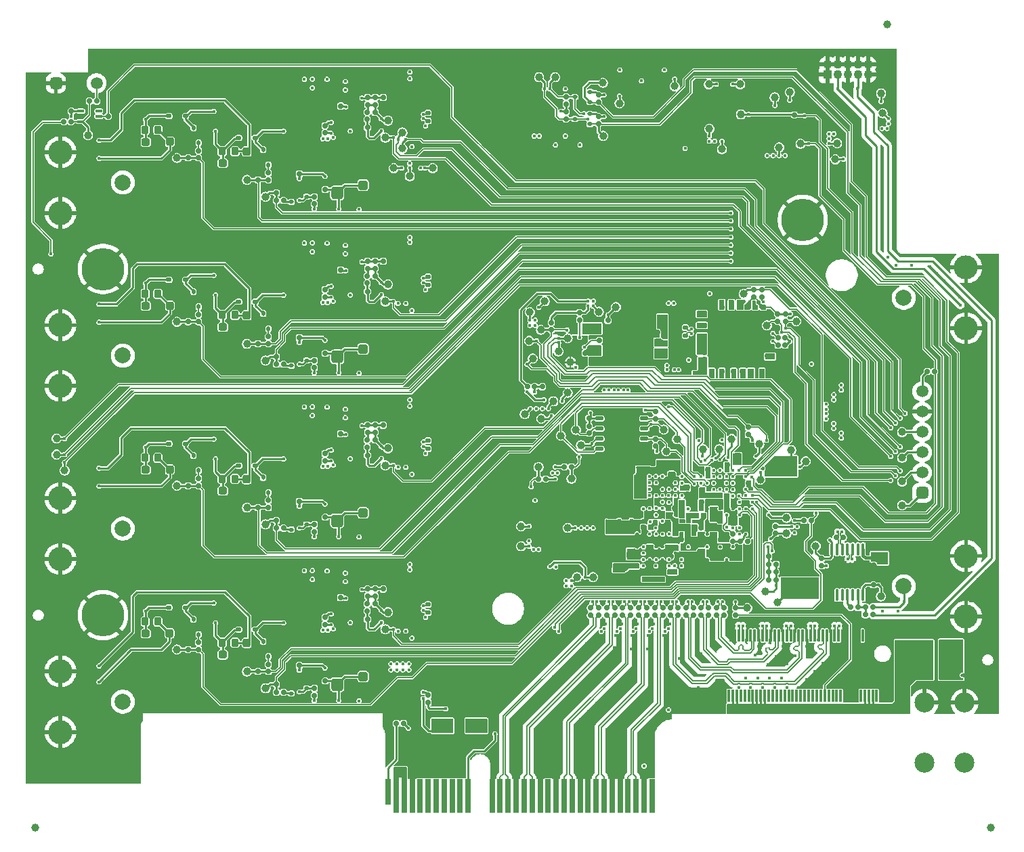
<source format=gbr>
%TF.GenerationSoftware,KiCad,Pcbnew,9.0.0*%
%TF.CreationDate,2025-04-15T14:45:55-04:00*%
%TF.ProjectId,Thunderscope_Rev5,5468756e-6465-4727-9363-6f70655f5265,rev?*%
%TF.SameCoordinates,Original*%
%TF.FileFunction,Copper,L6,Bot*%
%TF.FilePolarity,Positive*%
%FSLAX46Y46*%
G04 Gerber Fmt 4.6, Leading zero omitted, Abs format (unit mm)*
G04 Created by KiCad (PCBNEW 9.0.0) date 2025-04-15 14:45:55*
%MOMM*%
%LPD*%
G01*
G04 APERTURE LIST*
G04 Aperture macros list*
%AMRoundRect*
0 Rectangle with rounded corners*
0 $1 Rounding radius*
0 $2 $3 $4 $5 $6 $7 $8 $9 X,Y pos of 4 corners*
0 Add a 4 corners polygon primitive as box body*
4,1,4,$2,$3,$4,$5,$6,$7,$8,$9,$2,$3,0*
0 Add four circle primitives for the rounded corners*
1,1,$1+$1,$2,$3*
1,1,$1+$1,$4,$5*
1,1,$1+$1,$6,$7*
1,1,$1+$1,$8,$9*
0 Add four rect primitives between the rounded corners*
20,1,$1+$1,$2,$3,$4,$5,0*
20,1,$1+$1,$4,$5,$6,$7,0*
20,1,$1+$1,$6,$7,$8,$9,0*
20,1,$1+$1,$8,$9,$2,$3,0*%
G04 Aperture macros list end*
%TA.AperFunction,ComponentPad*%
%ADD10C,2.000000*%
%TD*%
%TA.AperFunction,ComponentPad*%
%ADD11C,3.000000*%
%TD*%
%TA.AperFunction,ComponentPad*%
%ADD12R,1.090000X1.090000*%
%TD*%
%TA.AperFunction,ComponentPad*%
%ADD13C,1.090000*%
%TD*%
%TA.AperFunction,ComponentPad*%
%ADD14C,2.500000*%
%TD*%
%TA.AperFunction,SMDPad,CuDef*%
%ADD15R,0.700000X3.200000*%
%TD*%
%TA.AperFunction,SMDPad,CuDef*%
%ADD16R,0.700000X4.200000*%
%TD*%
%TA.AperFunction,ComponentPad*%
%ADD17RoundRect,0.375000X-0.375000X-0.375000X0.375000X-0.375000X0.375000X0.375000X-0.375000X0.375000X0*%
%TD*%
%TA.AperFunction,ComponentPad*%
%ADD18C,1.500000*%
%TD*%
%TA.AperFunction,SMDPad,CuDef*%
%ADD19RoundRect,0.160000X0.160000X0.160000X-0.160000X0.160000X-0.160000X-0.160000X0.160000X-0.160000X0*%
%TD*%
%TA.AperFunction,TestPad*%
%ADD20C,1.000000*%
%TD*%
%TA.AperFunction,SMDPad,CuDef*%
%ADD21RoundRect,0.125000X-0.200000X-0.125000X0.200000X-0.125000X0.200000X0.125000X-0.200000X0.125000X0*%
%TD*%
%TA.AperFunction,SMDPad,CuDef*%
%ADD22RoundRect,0.225000X0.225000X-0.275000X0.225000X0.275000X-0.225000X0.275000X-0.225000X-0.275000X0*%
%TD*%
%TA.AperFunction,SMDPad,CuDef*%
%ADD23RoundRect,0.160000X0.160000X-0.160000X0.160000X0.160000X-0.160000X0.160000X-0.160000X-0.160000X0*%
%TD*%
%TA.AperFunction,SMDPad,CuDef*%
%ADD24RoundRect,0.237500X0.287500X-0.237500X0.287500X0.237500X-0.287500X0.237500X-0.287500X-0.237500X0*%
%TD*%
%TA.AperFunction,SMDPad,CuDef*%
%ADD25RoundRect,0.075000X0.075000X-0.175000X0.075000X0.175000X-0.075000X0.175000X-0.075000X-0.175000X0*%
%TD*%
%TA.AperFunction,SMDPad,CuDef*%
%ADD26RoundRect,0.300000X-0.300000X0.300000X-0.300000X-0.300000X0.300000X-0.300000X0.300000X0.300000X0*%
%TD*%
%TA.AperFunction,SMDPad,CuDef*%
%ADD27RoundRect,0.375000X-0.375000X0.425000X-0.375000X-0.425000X0.375000X-0.425000X0.375000X0.425000X0*%
%TD*%
%TA.AperFunction,SMDPad,CuDef*%
%ADD28C,1.000000*%
%TD*%
%TA.AperFunction,SMDPad,CuDef*%
%ADD29RoundRect,0.237500X-0.287500X0.237500X-0.287500X-0.237500X0.287500X-0.237500X0.287500X0.237500X0*%
%TD*%
%TA.AperFunction,SMDPad,CuDef*%
%ADD30RoundRect,0.237500X0.237500X0.287500X-0.237500X0.287500X-0.237500X-0.287500X0.237500X-0.287500X0*%
%TD*%
%TA.AperFunction,ComponentPad*%
%ADD31C,5.300000*%
%TD*%
%TA.AperFunction,SMDPad,CuDef*%
%ADD32RoundRect,0.325000X-0.325000X0.425000X-0.325000X-0.425000X0.325000X-0.425000X0.325000X0.425000X0*%
%TD*%
%TA.AperFunction,SMDPad,CuDef*%
%ADD33RoundRect,0.160000X-0.160000X0.160000X-0.160000X-0.160000X0.160000X-0.160000X0.160000X0.160000X0*%
%TD*%
%TA.AperFunction,SMDPad,CuDef*%
%ADD34RoundRect,0.150000X0.150000X0.150000X-0.150000X0.150000X-0.150000X-0.150000X0.150000X-0.150000X0*%
%TD*%
%TA.AperFunction,SMDPad,CuDef*%
%ADD35RoundRect,0.160000X-0.160000X-0.160000X0.160000X-0.160000X0.160000X0.160000X-0.160000X0.160000X0*%
%TD*%
%TA.AperFunction,SMDPad,CuDef*%
%ADD36RoundRect,0.101500X0.913500X-1.798500X0.913500X1.798500X-0.913500X1.798500X-0.913500X-1.798500X0*%
%TD*%
%TA.AperFunction,SMDPad,CuDef*%
%ADD37RoundRect,0.117500X0.182500X-0.117500X0.182500X0.117500X-0.182500X0.117500X-0.182500X-0.117500X0*%
%TD*%
%TA.AperFunction,SMDPad,CuDef*%
%ADD38RoundRect,0.150000X-0.150000X-0.150000X0.150000X-0.150000X0.150000X0.150000X-0.150000X0.150000X0*%
%TD*%
%TA.AperFunction,SMDPad,CuDef*%
%ADD39RoundRect,0.150000X-0.150000X0.150000X-0.150000X-0.150000X0.150000X-0.150000X0.150000X0.150000X0*%
%TD*%
%TA.AperFunction,SMDPad,CuDef*%
%ADD40RoundRect,0.150000X0.150000X-0.150000X0.150000X0.150000X-0.150000X0.150000X-0.150000X-0.150000X0*%
%TD*%
%TA.AperFunction,SMDPad,CuDef*%
%ADD41RoundRect,0.237500X-0.237500X-0.287500X0.237500X-0.287500X0.237500X0.287500X-0.237500X0.287500X0*%
%TD*%
%TA.AperFunction,SMDPad,CuDef*%
%ADD42RoundRect,0.137500X0.162500X0.137500X-0.162500X0.137500X-0.162500X-0.137500X0.162500X-0.137500X0*%
%TD*%
%TA.AperFunction,SMDPad,CuDef*%
%ADD43RoundRect,0.145000X-0.145000X-0.645000X0.145000X-0.645000X0.145000X0.645000X-0.145000X0.645000X0*%
%TD*%
%TA.AperFunction,SMDPad,CuDef*%
%ADD44RoundRect,0.125000X0.125000X0.125000X-0.125000X0.125000X-0.125000X-0.125000X0.125000X-0.125000X0*%
%TD*%
%TA.AperFunction,SMDPad,CuDef*%
%ADD45RoundRect,0.145000X0.145000X0.645000X-0.145000X0.645000X-0.145000X-0.645000X0.145000X-0.645000X0*%
%TD*%
%TA.AperFunction,SMDPad,CuDef*%
%ADD46RoundRect,0.117500X-0.182500X0.117500X-0.182500X-0.117500X0.182500X-0.117500X0.182500X0.117500X0*%
%TD*%
%TA.AperFunction,SMDPad,CuDef*%
%ADD47RoundRect,0.137500X-0.162500X-0.137500X0.162500X-0.137500X0.162500X0.137500X-0.162500X0.137500X0*%
%TD*%
%TA.AperFunction,SMDPad,CuDef*%
%ADD48RoundRect,0.125000X-0.125000X-0.125000X0.125000X-0.125000X0.125000X0.125000X-0.125000X0.125000X0*%
%TD*%
%TA.AperFunction,SMDPad,CuDef*%
%ADD49RoundRect,0.325000X0.425000X0.325000X-0.425000X0.325000X-0.425000X-0.325000X0.425000X-0.325000X0*%
%TD*%
%TA.AperFunction,SMDPad,CuDef*%
%ADD50RoundRect,0.325000X-0.425000X-0.325000X0.425000X-0.325000X0.425000X0.325000X-0.425000X0.325000X0*%
%TD*%
%TA.AperFunction,SMDPad,CuDef*%
%ADD51RoundRect,0.117500X0.117500X0.182500X-0.117500X0.182500X-0.117500X-0.182500X0.117500X-0.182500X0*%
%TD*%
%TA.AperFunction,SMDPad,CuDef*%
%ADD52RoundRect,0.225000X-0.225000X0.275000X-0.225000X-0.275000X0.225000X-0.275000X0.225000X0.275000X0*%
%TD*%
%TA.AperFunction,SMDPad,CuDef*%
%ADD53RoundRect,0.075000X-0.075000X0.175000X-0.075000X-0.175000X0.075000X-0.175000X0.075000X0.175000X0*%
%TD*%
%TA.AperFunction,ComponentPad*%
%ADD54RoundRect,0.375000X0.375000X-0.375000X0.375000X0.375000X-0.375000X0.375000X-0.375000X-0.375000X0*%
%TD*%
%TA.AperFunction,SMDPad,CuDef*%
%ADD55RoundRect,0.060000X-1.315000X-0.540000X1.315000X-0.540000X1.315000X0.540000X-1.315000X0.540000X0*%
%TD*%
%TA.AperFunction,SMDPad,CuDef*%
%ADD56RoundRect,0.100000X0.100000X-0.637500X0.100000X0.637500X-0.100000X0.637500X-0.100000X-0.637500X0*%
%TD*%
%TA.AperFunction,SMDPad,CuDef*%
%ADD57RoundRect,0.060000X-0.540000X1.315000X-0.540000X-1.315000X0.540000X-1.315000X0.540000X1.315000X0*%
%TD*%
%TA.AperFunction,SMDPad,CuDef*%
%ADD58RoundRect,0.101500X-1.798500X-0.913500X1.798500X-0.913500X1.798500X0.913500X-1.798500X0.913500X0*%
%TD*%
%TA.AperFunction,SMDPad,CuDef*%
%ADD59RoundRect,0.112500X0.412500X-0.112500X0.412500X0.112500X-0.412500X0.112500X-0.412500X-0.112500X0*%
%TD*%
%TA.AperFunction,SMDPad,CuDef*%
%ADD60RoundRect,0.085000X1.615000X-1.915000X1.615000X1.915000X-1.615000X1.915000X-1.615000X-1.915000X0*%
%TD*%
%TA.AperFunction,SMDPad,CuDef*%
%ADD61RoundRect,0.100000X0.325000X-0.100000X0.325000X0.100000X-0.325000X0.100000X-0.325000X-0.100000X0*%
%TD*%
%TA.AperFunction,SMDPad,CuDef*%
%ADD62RoundRect,0.076200X-0.076200X-0.698500X0.076200X-0.698500X0.076200X0.698500X-0.076200X0.698500X0*%
%TD*%
%TA.AperFunction,SMDPad,CuDef*%
%ADD63RoundRect,0.119380X-0.477520X-1.252220X0.477520X-1.252220X0.477520X1.252220X-0.477520X1.252220X0*%
%TD*%
%TA.AperFunction,ViaPad*%
%ADD64C,0.406400*%
%TD*%
%TA.AperFunction,Conductor*%
%ADD65C,0.254000*%
%TD*%
%TA.AperFunction,Conductor*%
%ADD66C,0.190790*%
%TD*%
%TA.AperFunction,Conductor*%
%ADD67C,0.127000*%
%TD*%
%TA.AperFunction,Conductor*%
%ADD68C,0.152400*%
%TD*%
%TA.AperFunction,Conductor*%
%ADD69C,0.400000*%
%TD*%
%TA.AperFunction,Conductor*%
%ADD70C,0.250000*%
%TD*%
%TA.AperFunction,Conductor*%
%ADD71C,0.203200*%
%TD*%
%TA.AperFunction,Conductor*%
%ADD72C,0.213000*%
%TD*%
%TA.AperFunction,Conductor*%
%ADD73C,0.700000*%
%TD*%
G04 APERTURE END LIST*
D10*
%TO.P,J1002_3,1,Signal*%
%TO.N,/CH3/BNC_IN*%
X99476095Y-117878600D03*
D11*
%TO.P,J1002_3,2,SHIELD*%
%TO.N,GND*%
X91676095Y-121678600D03*
X91676095Y-114078600D03*
%TD*%
D10*
%TO.P,J1002_2,1,Signal*%
%TO.N,/CH2/BNC_IN*%
X99476095Y-96228600D03*
D11*
%TO.P,J1002_2,2,SHIELD*%
%TO.N,GND*%
X91676095Y-100028600D03*
X91676095Y-92428600D03*
%TD*%
D10*
%TO.P,J1002_4,1,Signal*%
%TO.N,/CH4/BNC_IN*%
X99476095Y-139528600D03*
D11*
%TO.P,J1002_4,2,SHIELD*%
%TO.N,GND*%
X91676095Y-143328600D03*
X91676095Y-135728600D03*
%TD*%
D12*
%TO.P,J3,1,1*%
%TO.N,GND*%
X187561095Y-61088600D03*
D13*
%TO.P,J3,2,2*%
X187561095Y-59818600D03*
%TO.P,J3,3,3*%
%TO.N,/TS-PCIe Components/REFINOUT2*%
X188831095Y-61088600D03*
%TO.P,J3,4,4*%
%TO.N,GND*%
X188831095Y-59818600D03*
%TO.P,J3,5,5*%
X190101095Y-61088600D03*
%TO.P,J3,6,6*%
X190101095Y-59818600D03*
%TO.P,J3,7,7*%
%TO.N,/TS-PCIe Components/SYNC2*%
X191371095Y-61088600D03*
%TO.P,J3,8,8*%
%TO.N,GND*%
X191371095Y-59818600D03*
%TO.P,J3,9,9*%
X192641095Y-61088600D03*
%TO.P,J3,10,10*%
X192641095Y-59818600D03*
%TD*%
D10*
%TO.P,J2,1,Signal*%
%TO.N,/TS-USB4 Components/SYNC1*%
X197101095Y-125103600D03*
D11*
%TO.P,J2,2,SHIELD*%
%TO.N,GND*%
X204901095Y-121303600D03*
X204901095Y-128903600D03*
%TD*%
D10*
%TO.P,J1002_1,1,Signal*%
%TO.N,/CH1/BNC_IN*%
X99476095Y-74578600D03*
D11*
%TO.P,J1002_1,2,SHIELD*%
%TO.N,GND*%
X91676095Y-78378600D03*
X91676095Y-70778600D03*
%TD*%
D14*
%TO.P,J11,1,1*%
%TO.N,GND*%
X199701095Y-147153600D03*
X204701095Y-147153600D03*
X199701095Y-139653600D03*
X204701095Y-139653600D03*
%TD*%
D10*
%TO.P,J1,1,Signal*%
%TO.N,/TS-USB4 Components/REFINOUT1*%
X197101095Y-89003600D03*
D11*
%TO.P,J1,2,SHIELD*%
%TO.N,GND*%
X204901095Y-85203600D03*
X204901095Y-92803600D03*
%TD*%
D15*
%TO.P,P1,A1,A1*%
%TO.N,/TS-PCIe Components/PRSNT1#*%
X132651095Y-150803600D03*
D16*
%TO.P,P1,A2,A2*%
%TO.N,/TS-PCIe Components/+12V_PCIe*%
X133651095Y-151303600D03*
%TO.P,P1,A3,A3*%
X134651095Y-151303600D03*
%TO.P,P1,A4,A4*%
%TO.N,GND*%
X135651095Y-151303600D03*
%TO.P,P1,A5,A5*%
%TO.N,/TS-PCIe Components/JTAG2*%
X136651095Y-151303600D03*
%TO.P,P1,A6,A6*%
%TO.N,/TS-PCIe Components/JTAG3*%
X137651095Y-151303600D03*
%TO.P,P1,A7,A7*%
%TO.N,/TS-PCIe Components/JTAG4*%
X138651095Y-151303600D03*
%TO.P,P1,A8,A8*%
%TO.N,/TS-PCIe Components/JTAG5*%
X139651095Y-151303600D03*
%TO.P,P1,A9,A9*%
%TO.N,unconnected-(P1-PadA9)*%
X140651095Y-151303600D03*
%TO.P,P1,A10,A10*%
%TO.N,unconnected-(P1-PadA10)*%
X141651095Y-151303600D03*
%TO.P,P1,A11,A11*%
%TO.N,/TS-PCIe Components/PCIe_PERST#*%
X142651095Y-151303600D03*
%TO.P,P1,A12,A12*%
%TO.N,GND*%
X145651095Y-151303600D03*
%TO.P,P1,A13,A13*%
%TO.N,/TS-PCIe Components/PCIe_REFCLK_P*%
X146651095Y-151303600D03*
%TO.P,P1,A14,A14*%
%TO.N,/TS-PCIe Components/PCIe_REFCLK_N*%
X147651095Y-151303600D03*
%TO.P,P1,A15,A15*%
%TO.N,GND*%
X148651095Y-151303600D03*
%TO.P,P1,A16,A16*%
%TO.N,/TS-PCIe Components/PCIe_PER0_P*%
X149651095Y-151303600D03*
%TO.P,P1,A17,A17*%
%TO.N,/TS-PCIe Components/PCIe_PER0_N*%
X150651095Y-151303600D03*
%TO.P,P1,A18,A18*%
%TO.N,GND*%
X151651095Y-151303600D03*
%TO.P,P1,A19,A19*%
%TO.N,unconnected-(P1-PadA19)*%
X152651095Y-151303600D03*
%TO.P,P1,A20,A20*%
%TO.N,GND*%
X153651095Y-151303600D03*
%TO.P,P1,A21,A21*%
%TO.N,/TS-PCIe Components/PCIe_PER1_P*%
X154651095Y-151303600D03*
%TO.P,P1,A22,A22*%
%TO.N,/TS-PCIe Components/PCIe_PER1_N*%
X155651095Y-151303600D03*
%TO.P,P1,A23,A23*%
%TO.N,GND*%
X156651095Y-151303600D03*
%TO.P,P1,A24,A24*%
X157651095Y-151303600D03*
%TO.P,P1,A25,A25*%
%TO.N,/TS-PCIe Components/PCIe_PER2_P*%
X158651095Y-151303600D03*
%TO.P,P1,A26,A26*%
%TO.N,/TS-PCIe Components/PCIe_PER2_N*%
X159651095Y-151303600D03*
%TO.P,P1,A27,A27*%
%TO.N,GND*%
X160651095Y-151303600D03*
%TO.P,P1,A28,A28*%
X161651095Y-151303600D03*
%TO.P,P1,A29,A29*%
%TO.N,/TS-PCIe Components/PCIe_PER3_P*%
X162651095Y-151303600D03*
%TO.P,P1,A30,A30*%
%TO.N,/TS-PCIe Components/PCIe_PER3_N*%
X163651105Y-151303600D03*
%TO.P,P1,A31,A31*%
%TO.N,GND*%
X164651105Y-151303600D03*
%TO.P,P1,A32,A32*%
%TO.N,unconnected-(P1-PadA32)*%
X165651095Y-151303600D03*
%TD*%
D17*
%TO.P,J4,1,1*%
%TO.N,GND*%
X91111095Y-62153600D03*
D18*
%TO.P,J4,2,2*%
%TO.N,Net-(J4-Pad2)*%
X96191095Y-62153600D03*
%TD*%
D19*
%TO.P,C172,1,1*%
%TO.N,GND*%
X165351095Y-119306100D03*
%TO.P,C172,2,2*%
%TO.N,+1V0_MGT*%
X165351095Y-120226100D03*
%TD*%
D20*
%TO.P,TP79,1,1*%
%TO.N,/FPGA/FPGA Voltage Regs/PG_1V0*%
X151451105Y-110178600D03*
%TD*%
D21*
%TO.P,D1001_4,1,K*%
%TO.N,Net-(D1001_4-K)*%
X113951095Y-130503600D03*
%TO.P,D1001_4,2,A*%
%TO.N,Net-(D1001_4-A)*%
X116051095Y-130503600D03*
%TD*%
D22*
%TO.P,R1028_4,1,1*%
%TO.N,+VUSB*%
X113501105Y-132152950D03*
%TO.P,R1028_4,2,2*%
%TO.N,Net-(D1001_4-K)*%
X111901105Y-132152950D03*
%TD*%
D20*
%TO.P,TP1017_4,1,1*%
%TO.N,/CH4/PGA_BIAS*%
X132626095Y-128328600D03*
%TD*%
D23*
%TO.P,C92,1,1*%
%TO.N,+1V8_ACQ*%
X171811095Y-97703600D03*
%TO.P,C92,2,2*%
%TO.N,GND*%
X170891095Y-97703600D03*
%TD*%
%TO.P,C149,1,1*%
%TO.N,+2V5*%
X166661095Y-109753600D03*
%TO.P,C149,2,2*%
%TO.N,GND*%
X165741095Y-109753600D03*
%TD*%
D24*
%TO.P,C21,1,1*%
%TO.N,GND*%
X160251095Y-95603600D03*
%TO.P,C21,2,2*%
%TO.N,/ADC/+1V8D*%
X158801095Y-95603600D03*
%TD*%
D22*
%TO.P,R1028_2,1,1*%
%TO.N,+VUSB*%
X113501105Y-91152950D03*
%TO.P,R1028_2,2,2*%
%TO.N,Net-(D1001_2-K)*%
X111901105Y-91152950D03*
%TD*%
D23*
%TO.P,C156,1,1*%
%TO.N,+1V0*%
X171811095Y-114578600D03*
%TO.P,C156,2,2*%
%TO.N,GND*%
X170891095Y-114578600D03*
%TD*%
D25*
%TO.P,D4,1,K*%
%TO.N,/TS-PCIe Components/REFINOUT2*%
X188851095Y-62803600D03*
%TO.P,D4,2,A*%
%TO.N,GND*%
X188151095Y-62803600D03*
%TD*%
D19*
%TO.P,C90,1,1*%
%TO.N,+3V3_ACQ*%
X175551095Y-90193600D03*
%TO.P,C90,2,2*%
%TO.N,GND*%
X175551095Y-91113600D03*
%TD*%
D26*
%TO.P,R1049_2,1,1*%
%TO.N,/CH2/DC_FB_TRIM*%
X129526095Y-95403600D03*
D27*
%TO.P,R1049_2,2,2*%
X126276095Y-96403600D03*
D26*
%TO.P,R1049_2,3,3*%
%TO.N,GND*%
X129526095Y-97403600D03*
%TD*%
D28*
%TO.P,FID6,1*%
%TO.N,N/C*%
X195001095Y-54803600D03*
%TD*%
D20*
%TO.P,TP5,1,1*%
%TO.N,/VCM*%
X161126095Y-90153600D03*
%TD*%
D29*
%TO.P,C147,1,1*%
%TO.N,GND*%
X163026095Y-110578600D03*
%TO.P,C147,2,2*%
%TO.N,+2V5*%
X164476095Y-110578600D03*
%TD*%
D20*
%TO.P,TP24,1,1*%
%TO.N,/FPGA/FPGA IO Banks/ACQ_PG*%
X150726095Y-96603600D03*
%TD*%
%TO.P,TP6,1,1*%
%TO.N,/Front End Trim and Bias/TRIM_SCL_5V*%
X153526095Y-61403600D03*
%TD*%
D29*
%TO.P,C20,1,1*%
%TO.N,GND*%
X165001095Y-96103600D03*
%TO.P,C20,2,2*%
%TO.N,/ADC/+1V8D*%
X166451095Y-96103600D03*
%TD*%
D30*
%TO.P,C1026_4,1,1*%
%TO.N,GND*%
X105326095Y-129528601D03*
%TO.P,C1026_4,2,2*%
%TO.N,+VUSB*%
X105326095Y-130978599D03*
%TD*%
D31*
%TO.P,SO2,1*%
%TO.N,GND*%
X97001095Y-85403600D03*
%TD*%
D32*
%TO.P,C145,1,1*%
%TO.N,GND*%
X162441096Y-112353600D03*
%TO.P,C145,2,2*%
%TO.N,+2V5*%
X164341094Y-112353600D03*
%TD*%
D22*
%TO.P,R1027_4,1,1*%
%TO.N,+VUSB*%
X103876095Y-129503600D03*
%TO.P,R1027_4,2,2*%
%TO.N,Net-(D1000_4-K)*%
X102276095Y-129503600D03*
%TD*%
D23*
%TO.P,C49,1,1*%
%TO.N,+3V3_ACQ*%
X180086095Y-96278600D03*
%TO.P,C49,2,2*%
%TO.N,GND*%
X179166095Y-96278600D03*
%TD*%
D33*
%TO.P,C1057_4,1,1*%
%TO.N,GND*%
X120641095Y-135003600D03*
%TO.P,C1057_4,2,2*%
%TO.N,-5V*%
X121561095Y-135003600D03*
%TD*%
D34*
%TO.P,R1030_2,1,1*%
%TO.N,Net-(Q1003_2-G)*%
X117676095Y-93853610D03*
%TO.P,R1030_2,2,2*%
%TO.N,/ATTEN_2*%
X117676095Y-94753610D03*
%TD*%
D35*
%TO.P,C1042_3,1,1*%
%TO.N,GND*%
X131026095Y-107713600D03*
%TO.P,C1042_3,2,2*%
%TO.N,/CH3/PGA_BIAS*%
X131026095Y-106793600D03*
%TD*%
D29*
%TO.P,C26,1,1*%
%TO.N,GND*%
X165501095Y-92103600D03*
%TO.P,C26,2,2*%
%TO.N,+3V3_ACQ*%
X166951095Y-92103600D03*
%TD*%
D35*
%TO.P,C41,1,1*%
%TO.N,/TS-PCIe Components/PCIe_PER0_P*%
X159976095Y-128738600D03*
%TO.P,C41,2,2*%
%TO.N,/FPGA/MGT_TX3_P*%
X159976095Y-127818600D03*
%TD*%
D24*
%TO.P,C15,1,1*%
%TO.N,GND*%
X160251095Y-93078600D03*
%TO.P,C15,2,2*%
%TO.N,/ADC/+1V8A*%
X158801095Y-93078600D03*
%TD*%
D36*
%TO.P,TP3,1,1*%
%TO.N,GND*%
X144501095Y-121053600D03*
%TD*%
D37*
%TO.P,Q1004_4,1,D*%
%TO.N,/CH4/DC_CPLn*%
X122451105Y-137853600D03*
%TO.P,Q1004_4,2,G*%
%TO.N,Net-(Q1004_4-G)*%
X120551095Y-138503610D03*
%TO.P,Q1004_4,3,S*%
%TO.N,GND*%
X120551095Y-137203600D03*
%TD*%
D20*
%TO.P,TP16,1,1*%
%TO.N,/FPGA/FPGA IO Banks/PLL_SDA*%
X183651095Y-91928600D03*
%TD*%
D34*
%TO.P,R1045_4,1,1*%
%TO.N,+VBIAS*%
X130076095Y-125428610D03*
%TO.P,R1045_4,2,2*%
%TO.N,/CH4/PGA_BIAS*%
X130076095Y-126328610D03*
%TD*%
D20*
%TO.P,TP72,1,1*%
%TO.N,+5V3*%
X194276095Y-63428600D03*
%TD*%
D38*
%TO.P,R1050_2,1,1*%
%TO.N,+5V*%
X123426095Y-97753590D03*
%TO.P,R1050_2,2,2*%
%TO.N,/CH2/DC_CPLn*%
X123426095Y-96853590D03*
%TD*%
D22*
%TO.P,R1028_3,1,1*%
%TO.N,+VUSB*%
X113501105Y-111652950D03*
%TO.P,R1028_3,2,2*%
%TO.N,Net-(D1001_3-K)*%
X111901105Y-111652950D03*
%TD*%
D38*
%TO.P,R1048_3,1,1*%
%TO.N,GND*%
X124801095Y-117353590D03*
%TO.P,R1048_3,2,2*%
%TO.N,/CH3/DC_FB_TRIM*%
X124801095Y-116453590D03*
%TD*%
D20*
%TO.P,TP1014_3,1,1*%
%TO.N,/TERM_3*%
X106251095Y-112503600D03*
%TD*%
D37*
%TO.P,Q1004_1,1,D*%
%TO.N,/CH1/DC_CPLn*%
X122451105Y-76353600D03*
%TO.P,Q1004_1,2,G*%
%TO.N,Net-(Q1004_1-G)*%
X120551095Y-77003610D03*
%TO.P,Q1004_1,3,S*%
%TO.N,GND*%
X120551095Y-75703600D03*
%TD*%
D34*
%TO.P,R1030_3,1,1*%
%TO.N,Net-(Q1003_3-G)*%
X117676095Y-114353610D03*
%TO.P,R1030_3,2,2*%
%TO.N,/ATTEN_3*%
X117676095Y-115253610D03*
%TD*%
D20*
%TO.P,TP26,1,1*%
%TO.N,/ACQ and FE Voltage Regs/+VUSB_R_ACQ*%
X152226095Y-89428600D03*
%TD*%
%TO.P,TP1017_1,1,1*%
%TO.N,/CH1/PGA_BIAS*%
X132626095Y-66828600D03*
%TD*%
%TO.P,TP75,1,1*%
%TO.N,/FPGA/TDI*%
X196901095Y-111978600D03*
%TD*%
D39*
%TO.P,R69,1,1*%
%TO.N,Net-(U20-FB)*%
X180251105Y-124278600D03*
%TO.P,R69,2,2*%
%TO.N,/FPGA/FPGA Voltage Regs/+1V0_R*%
X181151105Y-124278600D03*
%TD*%
D20*
%TO.P,TP27,1,1*%
%TO.N,+3V3_ACQ*%
X159001094Y-90753600D03*
%TD*%
D36*
%TO.P,TP45,1,1*%
%TO.N,GND*%
X144501095Y-64303600D03*
%TD*%
D40*
%TO.P,R7,1,1*%
%TO.N,Net-(J4-Pad2)*%
X96201095Y-64403590D03*
%TO.P,R7,2,2*%
%TO.N,/COMP*%
X95301095Y-64403590D03*
%TD*%
D34*
%TO.P,R44,1,1*%
%TO.N,/Clock Generator/PLL_RSTn*%
X179351095Y-88003600D03*
%TO.P,R44,2,2*%
%TO.N,Net-(U7-RSTN)*%
X179351095Y-88903600D03*
%TD*%
D26*
%TO.P,R1049_1,1,1*%
%TO.N,/CH1/DC_FB_TRIM*%
X129526095Y-74903600D03*
D27*
%TO.P,R1049_1,2,2*%
X126276095Y-75903600D03*
D26*
%TO.P,R1049_1,3,3*%
%TO.N,GND*%
X129526095Y-76903600D03*
%TD*%
D41*
%TO.P,C1028_3,1,1*%
%TO.N,GND*%
X114976095Y-113128600D03*
%TO.P,C1028_3,2,2*%
%TO.N,+VUSB*%
X114976095Y-111678600D03*
%TD*%
D20*
%TO.P,TP11,1,1*%
%TO.N,/ADC/ADC_SDATA*%
X155101095Y-94053600D03*
%TD*%
D42*
%TO.P,J7,1,Signal*%
%TO.N,/Clock Generator/ADC_CLK_R_P*%
X169801095Y-92728600D03*
D43*
%TO.P,J7,2,SHIELD*%
%TO.N,GND*%
X170761095Y-91753600D03*
D44*
X169801095Y-90753600D03*
D45*
X168841095Y-91753600D03*
%TD*%
D20*
%TO.P,TP28,1,1*%
%TO.N,/ACQ and FE Voltage Regs/+5V3_R_CP*%
X172741095Y-62278600D03*
%TD*%
D34*
%TO.P,R1036_4,1,1*%
%TO.N,/CH4/BUF_R_BIAS*%
X124751095Y-128978610D03*
%TO.P,R1036_4,2,2*%
%TO.N,-5V*%
X124751095Y-129878610D03*
%TD*%
D20*
%TO.P,TP49,1,1*%
%TO.N,/FPGA/FPGA Voltage Regs/+1V8_R_LDO*%
X158251095Y-123953600D03*
%TD*%
D35*
%TO.P,C1042_2,1,1*%
%TO.N,GND*%
X131026095Y-87213600D03*
%TO.P,C1042_2,2,2*%
%TO.N,/CH2/PGA_BIAS*%
X131026095Y-86293600D03*
%TD*%
D38*
%TO.P,R47,1,1*%
%TO.N,/FPGA/FPGA IO Banks/PLL_SDA*%
X182301095Y-91928601D03*
%TO.P,R47,2,2*%
%TO.N,+3V3_ACQ*%
X182301095Y-91028601D03*
%TD*%
D35*
%TO.P,C1,1,1*%
%TO.N,+3V3_PGA*%
X93051105Y-65663590D03*
%TO.P,C1,2,2*%
%TO.N,GND*%
X93051105Y-64743590D03*
%TD*%
D21*
%TO.P,D1001_1,1,K*%
%TO.N,Net-(D1001_1-K)*%
X113951095Y-69003600D03*
%TO.P,D1001_1,2,A*%
%TO.N,Net-(D1001_1-A)*%
X116051095Y-69003600D03*
%TD*%
D40*
%TO.P,R128,1,1*%
%TO.N,/FPGA/FPGA Voltage Regs/PG_1V8*%
X155576090Y-110153601D03*
%TO.P,R128,2,2*%
%TO.N,+VUSB*%
X154676090Y-110153601D03*
%TD*%
D34*
%TO.P,R1045_1,1,1*%
%TO.N,+VBIAS*%
X130076095Y-63928610D03*
%TO.P,R1045_1,2,2*%
%TO.N,/CH1/PGA_BIAS*%
X130076095Y-64828610D03*
%TD*%
D29*
%TO.P,C23,1,1*%
%TO.N,GND*%
X165001095Y-94603600D03*
%TO.P,C23,2,2*%
%TO.N,/ADC/+1V8A*%
X166451095Y-94603600D03*
%TD*%
D39*
%TO.P,R101,1,1*%
%TO.N,+3V3_ACQ*%
X150051105Y-100103600D03*
%TO.P,R101,2,2*%
%TO.N,Net-(U14-EN)*%
X150951105Y-100103600D03*
%TD*%
D38*
%TO.P,FB1001_3,1,1*%
%TO.N,/TRIM_3*%
X130051095Y-107678590D03*
%TO.P,FB1001_3,2,2*%
%TO.N,/CH3/PGA_BIAS*%
X130051095Y-106778590D03*
%TD*%
D35*
%TO.P,C48,1,1*%
%TO.N,+3V3_ACQ*%
X177951095Y-98188600D03*
%TO.P,C48,2,2*%
%TO.N,GND*%
X177951095Y-97268600D03*
%TD*%
D20*
%TO.P,TP65,1,1*%
%TO.N,/FPGA/FPGA Voltage Regs/+1V0_R*%
X179826095Y-125728600D03*
%TD*%
D24*
%TO.P,C1029_3,1,1*%
%TO.N,GND*%
X113426105Y-113153600D03*
%TO.P,C1029_3,2,2*%
%TO.N,Net-(D1001_3-K)*%
X111976105Y-113153600D03*
%TD*%
D20*
%TO.P,TP12,1,1*%
%TO.N,/ADC/ADC_SCLK*%
X153951095Y-95703600D03*
%TD*%
D34*
%TO.P,R111,1,1*%
%TO.N,/ACQ and FE Voltage Regs/FE_EN*%
X183426095Y-66103610D03*
%TO.P,R111,2,2*%
%TO.N,GND*%
X183426095Y-67003610D03*
%TD*%
D20*
%TO.P,TP13,1,1*%
%TO.N,/PERST#*%
X177551095Y-127803600D03*
%TD*%
D24*
%TO.P,C1029_1,1,1*%
%TO.N,GND*%
X113426105Y-72153600D03*
%TO.P,C1029_1,2,2*%
%TO.N,Net-(D1001_1-K)*%
X111976105Y-72153600D03*
%TD*%
D39*
%TO.P,R121,1,1*%
%TO.N,/FPGA/FPGA Voltage Regs/PG_1V0*%
X151451105Y-111653600D03*
%TO.P,R121,2,2*%
%TO.N,+VUSB*%
X152351105Y-111653600D03*
%TD*%
D23*
%TO.P,C154,1,1*%
%TO.N,+1V0*%
X168611095Y-117778600D03*
%TO.P,C154,2,2*%
%TO.N,GND*%
X167691095Y-117778600D03*
%TD*%
D20*
%TO.P,TP66,1,1*%
%TO.N,+1V0*%
X181301095Y-127103600D03*
%TD*%
%TO.P,TP76,1,1*%
%TO.N,/FPGA/TDO*%
X196901095Y-109003600D03*
%TD*%
%TO.P,TP21,1,1*%
%TO.N,+VUSB*%
X188776095Y-69653600D03*
%TD*%
D38*
%TO.P,R117,1,1*%
%TO.N,/FPGA/FPGA Voltage Regs/FPGA_EN*%
X181076095Y-118478590D03*
%TO.P,R117,2,2*%
%TO.N,+VUSB*%
X181076095Y-117578590D03*
%TD*%
D40*
%TO.P,R1051_2,1,1*%
%TO.N,Net-(Q1004_2-G)*%
X119576085Y-97328590D03*
%TO.P,R1051_2,2,2*%
%TO.N,/DC_CPL_2*%
X118676085Y-97328590D03*
%TD*%
D34*
%TO.P,R39,1,1*%
%TO.N,/FPGA/MGT_RX3_N*%
X168917200Y-127803610D03*
%TO.P,R39,2,2*%
%TO.N,/TS-USB4 Components/M2_PET0_N*%
X168917200Y-128703610D03*
%TD*%
D35*
%TO.P,C1054_4,1,1*%
%TO.N,GND*%
X126726095Y-127438590D03*
%TO.P,C1054_4,2,2*%
%TO.N,-5V*%
X126726095Y-126518590D03*
%TD*%
D38*
%TO.P,FB2,1,1*%
%TO.N,+1V8_ACQ*%
X157276095Y-94053590D03*
%TO.P,FB2,2,2*%
%TO.N,/ADC/+1V8A*%
X157276095Y-93153590D03*
%TD*%
D30*
%TO.P,C173,1,1*%
%TO.N,GND*%
X162976095Y-119753601D03*
%TO.P,C173,2,2*%
%TO.N,+1V0_MGT*%
X162976095Y-121203599D03*
%TD*%
D46*
%TO.P,Q1,1,D*%
%TO.N,/Front End Trim and Bias/TRIM_SCL_5V*%
X155976085Y-63878590D03*
%TO.P,Q1,2,G*%
%TO.N,+3V3_PGA*%
X157876095Y-63228580D03*
%TO.P,Q1,3,S*%
%TO.N,/Front End Trim and Bias/TRIM_SCL*%
X157876095Y-64528590D03*
%TD*%
D30*
%TO.P,C1026_3,1,1*%
%TO.N,GND*%
X105351095Y-109028601D03*
%TO.P,C1026_3,2,2*%
%TO.N,+VUSB*%
X105351095Y-110478599D03*
%TD*%
D40*
%TO.P,R1051_3,1,1*%
%TO.N,Net-(Q1004_3-G)*%
X119576085Y-117828590D03*
%TO.P,R1051_3,2,2*%
%TO.N,/DC_CPL_3*%
X118676085Y-117828590D03*
%TD*%
D23*
%TO.P,C139,1,1*%
%TO.N,+3V3*%
X175021095Y-109903600D03*
%TO.P,C139,2,2*%
%TO.N,GND*%
X174101095Y-109903600D03*
%TD*%
D39*
%TO.P,R41,1,1*%
%TO.N,/TS-PCIe Components/PRSNT1#*%
X133676105Y-142253600D03*
%TO.P,R41,2,2*%
%TO.N,/TS-PCIe Components/PRSNT2#_4*%
X134576105Y-142253600D03*
%TD*%
D34*
%TO.P,R24,1,1*%
%TO.N,/PERST#*%
X176076095Y-127803610D03*
%TO.P,R24,2,2*%
%TO.N,/TS-USB4 Components/M2_PERST#*%
X176076095Y-128703610D03*
%TD*%
D47*
%TO.P,J3_1,1,Signal*%
%TO.N,/CH1/OUT_R_N*%
X137651095Y-66878600D03*
D45*
%TO.P,J3_1,2,SHIELD*%
%TO.N,GND*%
X136691095Y-67853600D03*
D48*
X137651095Y-68853600D03*
D43*
X138611095Y-67853600D03*
%TD*%
D20*
%TO.P,TP61,1,1*%
%TO.N,/COMP*%
X95126095Y-68653600D03*
%TD*%
D35*
%TO.P,C32,1,1*%
%TO.N,/TS-PCIe Components/PCIe_PER2_N*%
X164976095Y-128738600D03*
%TO.P,C32,2,2*%
%TO.N,/FPGA/MGT_TX1_N*%
X164976095Y-127818600D03*
%TD*%
D19*
%TO.P,C89,1,1*%
%TO.N,+3V3_ACQ*%
X179551095Y-90193600D03*
%TO.P,C89,2,2*%
%TO.N,GND*%
X179551095Y-91113600D03*
%TD*%
D22*
%TO.P,R1027_1,1,1*%
%TO.N,+VUSB*%
X103876095Y-68003600D03*
%TO.P,R1027_1,2,2*%
%TO.N,Net-(D1000_1-K)*%
X102276095Y-68003600D03*
%TD*%
D34*
%TO.P,R36,1,1*%
%TO.N,/FPGA/MGT_RX2_P*%
X169876095Y-127803610D03*
%TO.P,R36,2,2*%
%TO.N,/TS-USB4 Components/M2_PET1_P*%
X169876095Y-128703610D03*
%TD*%
D35*
%TO.P,C28,1,1*%
%TO.N,/TS-PCIe Components/PCIe_PER3_N*%
X166976095Y-128738600D03*
%TO.P,C28,2,2*%
%TO.N,/FPGA/MGT_TX0_N*%
X166976095Y-127818600D03*
%TD*%
%TO.P,C36,1,1*%
%TO.N,/TS-PCIe Components/PCIe_PER1_N*%
X162976095Y-128738600D03*
%TO.P,C36,2,2*%
%TO.N,/FPGA/MGT_TX2_N*%
X162976095Y-127818600D03*
%TD*%
D39*
%TO.P,R1052_4,1,1*%
%TO.N,/DC_CPL_4*%
X118676105Y-137378600D03*
%TO.P,R1052_4,2,2*%
%TO.N,GND*%
X119576105Y-137378600D03*
%TD*%
D34*
%TO.P,R16,1,1*%
%TO.N,+3V3_ACQ*%
X156576095Y-90853610D03*
%TO.P,R16,2,2*%
%TO.N,/ADC/ADC_RSTn*%
X156576095Y-91753610D03*
%TD*%
D20*
%TO.P,TP60,1,1*%
%TO.N,/Front End Trim and Bias/TRIM_SDA*%
X159526095Y-68753600D03*
%TD*%
D34*
%TO.P,R35,1,1*%
%TO.N,/FPGA/MGT_RX2_N*%
X170826095Y-127803610D03*
%TO.P,R35,2,2*%
%TO.N,/TS-USB4 Components/M2_PET1_N*%
X170826095Y-128703610D03*
%TD*%
%TO.P,FB3,1,1*%
%TO.N,+1V8APLL*%
X172151095Y-95828610D03*
%TO.P,FB3,2,2*%
%TO.N,+1V8_ACQ*%
X172151095Y-96728610D03*
%TD*%
D19*
%TO.P,C148,1,1*%
%TO.N,+2V5*%
X163901095Y-113793600D03*
%TO.P,C148,2,2*%
%TO.N,GND*%
X163901095Y-114713600D03*
%TD*%
D40*
%TO.P,R1051_4,1,1*%
%TO.N,Net-(Q1004_4-G)*%
X119576085Y-138328590D03*
%TO.P,R1051_4,2,2*%
%TO.N,/DC_CPL_4*%
X118676085Y-138328590D03*
%TD*%
D22*
%TO.P,R1027_3,1,1*%
%TO.N,+VUSB*%
X103876095Y-109003600D03*
%TO.P,R1027_3,2,2*%
%TO.N,Net-(D1000_3-K)*%
X102276095Y-109003600D03*
%TD*%
D34*
%TO.P,R15,1,1*%
%TO.N,+3V3_ACQ*%
X153051095Y-92103610D03*
%TO.P,R15,2,2*%
%TO.N,/ADC/ADC_CSn*%
X153051095Y-93003610D03*
%TD*%
D49*
%TO.P,C161,1,1*%
%TO.N,GND*%
X160611095Y-116003601D03*
%TO.P,C161,2,2*%
%TO.N,+1V8*%
X160611095Y-117903599D03*
%TD*%
D50*
%TO.P,C153,1,1*%
%TO.N,GND*%
X173751095Y-123116099D03*
%TO.P,C153,2,2*%
%TO.N,+1V0*%
X173751095Y-121216101D03*
%TD*%
D22*
%TO.P,R1028_1,1,1*%
%TO.N,+VUSB*%
X113501105Y-70652950D03*
%TO.P,R1028_1,2,2*%
%TO.N,Net-(D1001_1-K)*%
X111901105Y-70652950D03*
%TD*%
D35*
%TO.P,C57,1,1*%
%TO.N,+1V8APLL*%
X179376095Y-98188600D03*
%TO.P,C57,2,2*%
%TO.N,GND*%
X179376095Y-97268600D03*
%TD*%
D50*
%TO.P,C152,1,1*%
%TO.N,GND*%
X183001095Y-112328600D03*
%TO.P,C152,2,2*%
%TO.N,+3V3*%
X183001095Y-110428600D03*
%TD*%
D21*
%TO.P,D1000_4,1,K*%
%TO.N,Net-(D1000_4-K)*%
X105226085Y-127753600D03*
%TO.P,D1000_4,2,A*%
%TO.N,Net-(D1000_4-A)*%
X107326085Y-127753600D03*
%TD*%
D20*
%TO.P,TP29,1,1*%
%TO.N,/ACQ and FE Voltage Regs/-5V_R*%
X174376095Y-70403081D03*
%TD*%
%TO.P,TP56,1,1*%
%TO.N,/FPGA/LED_R*%
X92201095Y-110603600D03*
%TD*%
D41*
%TO.P,C146,1,1*%
%TO.N,GND*%
X168101095Y-111278600D03*
%TO.P,C146,2,2*%
%TO.N,+2V5*%
X168101095Y-109828600D03*
%TD*%
D20*
%TO.P,TP53,1,1*%
%TO.N,/FPGA/FPGA Config and Transceivers/QSPI_CS*%
X168751095Y-106678600D03*
%TD*%
%TO.P,TP25,1,1*%
%TO.N,/PGA_SCLK*%
X134426095Y-70328600D03*
%TD*%
D41*
%TO.P,C1028_2,1,1*%
%TO.N,GND*%
X114976095Y-92628600D03*
%TO.P,C1028_2,2,2*%
%TO.N,+VUSB*%
X114976095Y-91178600D03*
%TD*%
D20*
%TO.P,TP1014_2,1,1*%
%TO.N,/TERM_2*%
X106251095Y-92003600D03*
%TD*%
D34*
%TO.P,R1029_1,1,1*%
%TO.N,Net-(Q1002_1-G)*%
X108951095Y-70603610D03*
%TO.P,R1029_1,2,2*%
%TO.N,/TERM_1*%
X108951095Y-71503610D03*
%TD*%
D20*
%TO.P,TP1014_1,1,1*%
%TO.N,/TERM_1*%
X106251095Y-71503600D03*
%TD*%
D41*
%TO.P,C1028_4,1,1*%
%TO.N,GND*%
X114976095Y-133628600D03*
%TO.P,C1028_4,2,2*%
%TO.N,+VUSB*%
X114976095Y-132178600D03*
%TD*%
D20*
%TO.P,TP40,1,1*%
%TO.N,+5V*%
X135351095Y-73778600D03*
%TD*%
%TO.P,TP44,1,1*%
%TO.N,/FPGA/FPGA Config and Transceivers/DONE*%
X182451095Y-116528600D03*
%TD*%
%TO.P,TP1018_3,1,1*%
%TO.N,/DC_CPL_3*%
X117326095Y-117353600D03*
%TD*%
D29*
%TO.P,C163,1,1*%
%TO.N,GND*%
X163826095Y-116203600D03*
%TO.P,C163,2,2*%
%TO.N,+1V8*%
X165276095Y-116203600D03*
%TD*%
D24*
%TO.P,C142,1,1*%
%TO.N,GND*%
X177736094Y-108923600D03*
%TO.P,C142,2,2*%
%TO.N,+3V3*%
X176286096Y-108923600D03*
%TD*%
D20*
%TO.P,TP35,1,1*%
%TO.N,+5V*%
X181526095Y-70193600D03*
%TD*%
D23*
%TO.P,C25,1,1*%
%TO.N,+3V3_ACQ*%
X167236095Y-93353600D03*
%TO.P,C25,2,2*%
%TO.N,GND*%
X166316095Y-93353600D03*
%TD*%
D38*
%TO.P,R1050_4,1,1*%
%TO.N,+5V*%
X123426095Y-138753590D03*
%TO.P,R1050_4,2,2*%
%TO.N,/CH4/DC_CPLn*%
X123426095Y-137853590D03*
%TD*%
D40*
%TO.P,R53,1,1*%
%TO.N,+3V3_ACQ*%
X182276085Y-94953600D03*
%TO.P,R53,2,2*%
%TO.N,/Clock Generator/TEST*%
X181376085Y-94953600D03*
%TD*%
D20*
%TO.P,TP50,1,1*%
%TO.N,+1V2_MGT*%
X155101095Y-117788599D03*
%TD*%
D35*
%TO.P,C1054_3,1,1*%
%TO.N,GND*%
X126726095Y-106938590D03*
%TO.P,C1054_3,2,2*%
%TO.N,-5V*%
X126726095Y-106018590D03*
%TD*%
D51*
%TO.P,Q1003_3,1,D*%
%TO.N,Net-(D1001_3-A)*%
X117026105Y-111478590D03*
%TO.P,Q1003_3,2,G*%
%TO.N,Net-(Q1003_3-G)*%
X117676115Y-113378600D03*
%TO.P,Q1003_3,3,S*%
%TO.N,GND*%
X116376105Y-113378600D03*
%TD*%
D40*
%TO.P,R1,1,1*%
%TO.N,/FPGA/FPGA Voltage Regs/PG_1V8*%
X185526085Y-116892350D03*
%TO.P,R1,2,2*%
%TO.N,+VUSB*%
X184626085Y-116892350D03*
%TD*%
D34*
%TO.P,R40,1,1*%
%TO.N,/FPGA/MGT_RX3_P*%
X167976095Y-127803610D03*
%TO.P,R40,2,2*%
%TO.N,/TS-USB4 Components/M2_PET0_P*%
X167976095Y-128703610D03*
%TD*%
%TO.P,R1029_3,1,1*%
%TO.N,Net-(Q1002_3-G)*%
X108951095Y-111603610D03*
%TO.P,R1029_3,2,2*%
%TO.N,/TERM_3*%
X108951095Y-112503610D03*
%TD*%
%TO.P,R1045_3,1,1*%
%TO.N,+VBIAS*%
X130076095Y-104928610D03*
%TO.P,R1045_3,2,2*%
%TO.N,/CH3/PGA_BIAS*%
X130076095Y-105828610D03*
%TD*%
D20*
%TO.P,TP1015_1,1,1*%
%TO.N,/ATTEN_1*%
X115001105Y-74253600D03*
%TD*%
%TO.P,TP67,1,1*%
%TO.N,/FPGA/FPGA Voltage Regs/+2V5_R*%
X151801095Y-104128600D03*
%TD*%
D21*
%TO.P,D1000_2,1,K*%
%TO.N,Net-(D1000_2-K)*%
X105226085Y-86753600D03*
%TO.P,D1000_2,2,A*%
%TO.N,Net-(D1000_2-A)*%
X107326085Y-86753600D03*
%TD*%
D20*
%TO.P,TP23,1,1*%
%TO.N,/FPGA/FPGA IO Banks/FE_PG*%
X184201095Y-69723600D03*
%TD*%
D38*
%TO.P,R1031_3,1,1*%
%TO.N,/TERM_3*%
X107651095Y-112503590D03*
%TO.P,R1031_3,2,2*%
%TO.N,GND*%
X107651095Y-111603590D03*
%TD*%
D52*
%TO.P,R54,1,1*%
%TO.N,/TS-USB4 Components/+VUSB_M2*%
X200351096Y-134303600D03*
%TO.P,R54,2,2*%
%TO.N,+VUSB*%
X201951094Y-134303600D03*
%TD*%
D20*
%TO.P,TP64,1,1*%
%TO.N,+1V8*%
X149276095Y-120078600D03*
%TD*%
D34*
%TO.P,R68,1,1*%
%TO.N,+3V3*%
X157776095Y-105053610D03*
%TO.P,R68,2,2*%
%TO.N,/FPGA/FPGA IO Banks/QSPI_DQ3*%
X157776095Y-105953610D03*
%TD*%
D20*
%TO.P,TP85,1,1*%
%TO.N,/FPGA/FPGA IO Banks/HWID0*%
X179051095Y-107328600D03*
%TD*%
%TO.P,TP41,1,1*%
%TO.N,+5V3*%
X176661095Y-62278600D03*
%TD*%
%TO.P,TP81,1,1*%
%TO.N,/FPGA/FPGA Voltage Regs/FPGA_EN*%
X182451095Y-118478590D03*
%TD*%
D23*
%TO.P,C1041_4,1,1*%
%TO.N,GND*%
X130986095Y-129203600D03*
%TO.P,C1041_4,2,2*%
%TO.N,/TRIM_4*%
X130066095Y-129203600D03*
%TD*%
D35*
%TO.P,C1054_2,1,1*%
%TO.N,GND*%
X126726095Y-86438590D03*
%TO.P,C1054_2,2,2*%
%TO.N,-5V*%
X126726095Y-85518590D03*
%TD*%
D20*
%TO.P,TP39,1,1*%
%TO.N,+3V3_PGA*%
X138226095Y-72778600D03*
%TD*%
D35*
%TO.P,C56,1,1*%
%TO.N,+1V8APLL*%
X176951095Y-98188600D03*
%TO.P,C56,2,2*%
%TO.N,GND*%
X176951095Y-97268600D03*
%TD*%
D20*
%TO.P,TP62,1,1*%
%TO.N,/FPGA/CLK25*%
X179176095Y-111753600D03*
%TD*%
D39*
%TO.P,R1052_2,1,1*%
%TO.N,/DC_CPL_2*%
X118676105Y-96378600D03*
%TO.P,R1052_2,2,2*%
%TO.N,GND*%
X119576105Y-96378600D03*
%TD*%
D20*
%TO.P,TP22,1,1*%
%TO.N,/TS-USB4 Components/+VUSB_R*%
X188551095Y-71678600D03*
%TD*%
D34*
%TO.P,R114,1,1*%
%TO.N,Net-(U18D-PROGRAM_B_0)*%
X175741095Y-118543610D03*
%TO.P,R114,2,2*%
%TO.N,+3V3*%
X175741095Y-119443610D03*
%TD*%
D39*
%TO.P,R3,1,1*%
%TO.N,/SYNC*%
X192326105Y-128653600D03*
%TO.P,R3,2,2*%
%TO.N,/TS-PCIe Components/SYNC2*%
X193226105Y-128653600D03*
%TD*%
D33*
%TO.P,C129,1,1*%
%TO.N,GND*%
X156841095Y-104083600D03*
%TO.P,C129,2,2*%
%TO.N,+3V3*%
X157761095Y-104083600D03*
%TD*%
D20*
%TO.P,TP80,1,1*%
%TO.N,/FPGA/FPGA Voltage Regs/PG_1V8*%
X155576095Y-111628600D03*
%TD*%
%TO.P,TP33,1,1*%
%TO.N,+1V8_ACQ*%
X155431095Y-97078600D03*
%TD*%
D19*
%TO.P,C171,1,1*%
%TO.N,GND*%
X167651095Y-119306100D03*
%TO.P,C171,2,2*%
%TO.N,+1V0_MGT*%
X167651095Y-120226100D03*
%TD*%
D24*
%TO.P,C1027_3,1,1*%
%TO.N,GND*%
X103801095Y-110503600D03*
%TO.P,C1027_3,2,2*%
%TO.N,Net-(D1000_3-K)*%
X102351095Y-110503600D03*
%TD*%
D38*
%TO.P,R67,1,1*%
%TO.N,/FPGA/FPGA Config and Transceivers/QSPI_CS*%
X166061096Y-104113591D03*
%TO.P,R67,2,2*%
%TO.N,+3V3*%
X166061096Y-103213591D03*
%TD*%
D20*
%TO.P,TP1018_1,1,1*%
%TO.N,/DC_CPL_1*%
X117326095Y-76353600D03*
%TD*%
%TO.P,TP8,1,1*%
%TO.N,+VBIAS*%
X161571095Y-64663600D03*
%TD*%
D39*
%TO.P,FB12,1,1*%
%TO.N,+1V8*%
X169301105Y-116278600D03*
%TO.P,FB12,2,2*%
%TO.N,Net-(U18H-VCCADC_0)*%
X170201105Y-116278600D03*
%TD*%
D23*
%TO.P,C27,1,1*%
%TO.N,GND*%
X161036095Y-91828600D03*
%TO.P,C27,2,2*%
%TO.N,/VCM*%
X160116095Y-91828600D03*
%TD*%
D34*
%TO.P,R1046_1,1,1*%
%TO.N,+VBIAS*%
X131026095Y-63928610D03*
%TO.P,R1046_1,2,2*%
%TO.N,/CH1/PGA_BIAS*%
X131026095Y-64828610D03*
%TD*%
D26*
%TO.P,R1049_3,1,1*%
%TO.N,/CH3/DC_FB_TRIM*%
X129526095Y-115903600D03*
D27*
%TO.P,R1049_3,2,2*%
X126276095Y-116903600D03*
D26*
%TO.P,R1049_3,3,3*%
%TO.N,GND*%
X129526095Y-117903600D03*
%TD*%
D20*
%TO.P,TP43,1,1*%
%TO.N,/FPGA/FPGA Config and Transceivers/QSPI_CLK*%
X156761095Y-107443600D03*
%TD*%
D33*
%TO.P,C63,1,1*%
%TO.N,+1V8APLL*%
X172166095Y-94853600D03*
%TO.P,C63,2,2*%
%TO.N,GND*%
X173086095Y-94853600D03*
%TD*%
D20*
%TO.P,TP1015_3,1,1*%
%TO.N,/ATTEN_3*%
X115001105Y-115253600D03*
%TD*%
D19*
%TO.P,C50,1,1*%
%TO.N,+3V3_ACQ*%
X177551095Y-90193600D03*
%TO.P,C50,2,2*%
%TO.N,GND*%
X177551095Y-91113600D03*
%TD*%
D30*
%TO.P,C1026_2,1,1*%
%TO.N,GND*%
X105351095Y-88528601D03*
%TO.P,C1026_2,2,2*%
%TO.N,+VUSB*%
X105351095Y-89978599D03*
%TD*%
D35*
%TO.P,C1042_1,1,1*%
%TO.N,GND*%
X131026095Y-66713600D03*
%TO.P,C1042_1,2,2*%
%TO.N,/CH1/PGA_BIAS*%
X131026095Y-65793600D03*
%TD*%
D20*
%TO.P,TP83,1,1*%
%TO.N,/FPGA/FPGA IO Banks/HWID2*%
X174051095Y-107953600D03*
%TD*%
D21*
%TO.P,D1000_1,1,K*%
%TO.N,Net-(D1000_1-K)*%
X105226085Y-66253600D03*
%TO.P,D1000_1,2,A*%
%TO.N,Net-(D1000_1-A)*%
X107326085Y-66253600D03*
%TD*%
D34*
%TO.P,R31,1,1*%
%TO.N,/FPGA/MGT_RX1_N*%
X172717200Y-127803610D03*
%TO.P,R31,2,2*%
%TO.N,/TS-USB4 Components/M2_PET2_N*%
X172717200Y-128703610D03*
%TD*%
D19*
%TO.P,C170,1,1*%
%TO.N,GND*%
X166276095Y-123306100D03*
%TO.P,C170,2,2*%
%TO.N,+1V2_MGT*%
X166276095Y-124226100D03*
%TD*%
D33*
%TO.P,C88,1,1*%
%TO.N,+3V3_ACQ*%
X172166095Y-92453590D03*
%TO.P,C88,2,2*%
%TO.N,GND*%
X173086095Y-92453590D03*
%TD*%
D53*
%TO.P,D3,1,K*%
%TO.N,/TS-USB4 Components/SYNC1*%
X197126095Y-127003600D03*
%TO.P,D3,2,A*%
%TO.N,GND*%
X197826095Y-127003600D03*
%TD*%
D39*
%TO.P,R119,1,1*%
%TO.N,Net-(U20-FB)*%
X180251105Y-121378600D03*
%TO.P,R119,2,2*%
%TO.N,GND*%
X181151105Y-121378600D03*
%TD*%
D40*
%TO.P,FB11,1,1*%
%TO.N,AGND*%
X171781085Y-117773600D03*
%TO.P,FB11,2,2*%
%TO.N,GND*%
X170881085Y-117773600D03*
%TD*%
D20*
%TO.P,TP51,1,1*%
%TO.N,+1V8*%
X156251095Y-123953600D03*
%TD*%
D51*
%TO.P,Q1002_4,1,D*%
%TO.N,Net-(D1000_4-A)*%
X108301095Y-129228590D03*
%TO.P,Q1002_4,2,G*%
%TO.N,Net-(Q1002_4-G)*%
X108951105Y-131128600D03*
%TO.P,Q1002_4,3,S*%
%TO.N,GND*%
X107651095Y-131128600D03*
%TD*%
D53*
%TO.P,D5,1,K*%
%TO.N,/TS-PCIe Components/SYNC2*%
X191351095Y-62803600D03*
%TO.P,D5,2,A*%
%TO.N,GND*%
X192051095Y-62803600D03*
%TD*%
D39*
%TO.P,R60,1,1*%
%TO.N,/FPGA/SYNC_OUT_N*%
X188651105Y-119003600D03*
%TO.P,R60,2,2*%
%TO.N,/FPGA/SYNC_OUT_P*%
X189551105Y-119003600D03*
%TD*%
D20*
%TO.P,TP1016_2,1,1*%
%TO.N,/PGA_CSn_2*%
X132301095Y-89463600D03*
%TD*%
D23*
%TO.P,C1041_2,1,1*%
%TO.N,GND*%
X130986095Y-88203600D03*
%TO.P,C1041_2,2,2*%
%TO.N,/TRIM_2*%
X130066095Y-88203600D03*
%TD*%
D47*
%TO.P,J3_4,1,Signal*%
%TO.N,/CH4/OUT_R_N*%
X137651095Y-128378600D03*
D45*
%TO.P,J3_4,2,SHIELD*%
%TO.N,GND*%
X136691095Y-129353600D03*
D48*
X137651095Y-130353600D03*
D43*
X138611095Y-129353600D03*
%TD*%
D19*
%TO.P,C59,1,1*%
%TO.N,+1V8APLL*%
X176551095Y-90193600D03*
%TO.P,C59,2,2*%
%TO.N,GND*%
X176551095Y-91113600D03*
%TD*%
D34*
%TO.P,R1046_4,1,1*%
%TO.N,+VBIAS*%
X131026095Y-125428610D03*
%TO.P,R1046_4,2,2*%
%TO.N,/CH4/PGA_BIAS*%
X131026095Y-126328610D03*
%TD*%
D37*
%TO.P,Q1004_2,1,D*%
%TO.N,/CH2/DC_CPLn*%
X122451105Y-96853600D03*
%TO.P,Q1004_2,2,G*%
%TO.N,Net-(Q1004_2-G)*%
X120551095Y-97503610D03*
%TO.P,Q1004_2,3,S*%
%TO.N,GND*%
X120551095Y-96203600D03*
%TD*%
D20*
%TO.P,TP1016_1,1,1*%
%TO.N,/PGA_CSn_1*%
X132301095Y-68963600D03*
%TD*%
D37*
%TO.P,Q1004_3,1,D*%
%TO.N,/CH3/DC_CPLn*%
X122451105Y-117353600D03*
%TO.P,Q1004_3,2,G*%
%TO.N,Net-(Q1004_3-G)*%
X120551095Y-118003610D03*
%TO.P,Q1004_3,3,S*%
%TO.N,GND*%
X120551095Y-116703600D03*
%TD*%
D34*
%TO.P,R1036_1,1,1*%
%TO.N,/CH1/BUF_R_BIAS*%
X124751095Y-67478610D03*
%TO.P,R1036_1,2,2*%
%TO.N,-5V*%
X124751095Y-68378610D03*
%TD*%
%TO.P,R1036_3,1,1*%
%TO.N,/CH3/BUF_R_BIAS*%
X124751095Y-108478610D03*
%TO.P,R1036_3,2,2*%
%TO.N,-5V*%
X124751095Y-109378610D03*
%TD*%
D54*
%TO.P,J5,1,1*%
%TO.N,/FPGA/TMS*%
X199401095Y-113403600D03*
D18*
%TO.P,J5,2,2*%
%TO.N,/FPGA/TDI*%
X199401095Y-110863600D03*
%TO.P,J5,3,3*%
%TO.N,/FPGA/TDO*%
X199401095Y-108323600D03*
%TO.P,J5,4,4*%
%TO.N,/FPGA/TCK*%
X199401095Y-105783600D03*
%TO.P,J5,5,5*%
%TO.N,GND*%
X199401095Y-103243600D03*
%TO.P,J5,6,6*%
%TO.N,+3V3*%
X199401095Y-100703600D03*
%TD*%
D20*
%TO.P,TP52,1,1*%
%TO.N,/FPGA/FPGA IO Banks/QSPI_DQ3*%
X156126095Y-105528600D03*
%TD*%
D19*
%TO.P,C164,1,1*%
%TO.N,+1V8*%
X173401095Y-113718600D03*
%TO.P,C164,2,2*%
%TO.N,GND*%
X173401095Y-114638600D03*
%TD*%
D47*
%TO.P,J3_3,1,Signal*%
%TO.N,/CH3/OUT_R_N*%
X137651095Y-107878600D03*
D45*
%TO.P,J3_3,2,SHIELD*%
%TO.N,GND*%
X136691095Y-108853600D03*
D48*
X137651095Y-109853600D03*
D43*
X138611095Y-108853600D03*
%TD*%
D55*
%TO.P,TP15,1,1*%
%TO.N,/TS-PCIe Components/+12V_PCIe_R*%
X139426095Y-142253600D03*
%TD*%
D56*
%TO.P,U10,1,DE*%
%TO.N,/FPGA/SYNC_DE*%
X192026095Y-126191100D03*
%TO.P,U10,2,DI*%
%TO.N,/SYNC*%
X191376095Y-126191100D03*
%TO.P,U10,3,NC*%
%TO.N,unconnected-(U10-NC-Pad3)*%
X190726095Y-126191100D03*
%TO.P,U10,4,RO*%
%TO.N,Net-(U10-RO)*%
X190076095Y-126191100D03*
%TO.P,U10,5,NC*%
%TO.N,unconnected-(U10-NC-Pad5)*%
X189426095Y-126191100D03*
%TO.P,U10,6,NC*%
%TO.N,unconnected-(U10-NC-Pad6)*%
X188776095Y-126191100D03*
%TO.P,U10,7,GND*%
%TO.N,GND*%
X188126095Y-126191100D03*
%TO.P,U10,8,~{RE}*%
%TO.N,/FPGA/SYNC_REn*%
X188126095Y-120466100D03*
%TO.P,U10,9,RI-*%
%TO.N,/FPGA/SYNC_OUT_N*%
X188776095Y-120466100D03*
%TO.P,U10,10,RI+*%
%TO.N,/FPGA/SYNC_OUT_P*%
X189426095Y-120466100D03*
%TO.P,U10,11,DO-*%
%TO.N,/FPGA/SYNC_IN_N*%
X190076095Y-120466100D03*
%TO.P,U10,12,DO+*%
%TO.N,/FPGA/SYNC_IN_P*%
X190726095Y-120466100D03*
%TO.P,U10,13,NC*%
%TO.N,unconnected-(U10-NC-Pad13)*%
X191376095Y-120466100D03*
%TO.P,U10,14,VCC*%
%TO.N,+3V3*%
X192026095Y-120466100D03*
%TD*%
D19*
%TO.P,C60,1,1*%
%TO.N,+1V8APLL*%
X174351095Y-90193600D03*
%TO.P,C60,2,2*%
%TO.N,GND*%
X174351095Y-91113600D03*
%TD*%
D20*
%TO.P,TP1017_2,1,1*%
%TO.N,/CH2/PGA_BIAS*%
X132626095Y-87328600D03*
%TD*%
%TO.P,TP1018_2,1,1*%
%TO.N,/DC_CPL_2*%
X117326095Y-96853600D03*
%TD*%
%TO.P,TP46,1,1*%
%TO.N,/FPGA/FPGA IO Banks/QSPI_DQ1*%
X167101095Y-105478600D03*
%TD*%
%TO.P,TP71,1,1*%
%TO.N,+VUSB*%
X194476095Y-65903600D03*
%TD*%
%TO.P,TP69,1,1*%
%TO.N,/FPGA/FPGA Voltage Regs/+3V3_R*%
X184851095Y-109453600D03*
%TD*%
D21*
%TO.P,D1001_2,1,K*%
%TO.N,Net-(D1001_2-K)*%
X113951095Y-89503600D03*
%TO.P,D1001_2,2,A*%
%TO.N,Net-(D1001_2-A)*%
X116051095Y-89503600D03*
%TD*%
D20*
%TO.P,TP1015_2,1,1*%
%TO.N,/ATTEN_2*%
X115001105Y-94753600D03*
%TD*%
D26*
%TO.P,R1049_4,1,1*%
%TO.N,/CH4/DC_FB_TRIM*%
X129526095Y-136403600D03*
D27*
%TO.P,R1049_4,2,2*%
X126276095Y-137403600D03*
D26*
%TO.P,R1049_4,3,3*%
%TO.N,GND*%
X129526095Y-138403600D03*
%TD*%
D38*
%TO.P,R9,1,1*%
%TO.N,/Front End Trim and Bias/TRIM_SCL*%
X158951095Y-64528580D03*
%TO.P,R9,2,2*%
%TO.N,+3V3_PGA*%
X158951095Y-63628580D03*
%TD*%
D33*
%TO.P,C52,1,1*%
%TO.N,+3V3_ACQ*%
X172166095Y-91113590D03*
%TO.P,C52,2,2*%
%TO.N,GND*%
X173086095Y-91113590D03*
%TD*%
D20*
%TO.P,TP77,1,1*%
%TO.N,/FPGA/TCK*%
X196901095Y-105803600D03*
%TD*%
D40*
%TO.P,R63,1,1*%
%TO.N,/SYNC*%
X191376085Y-127703600D03*
%TO.P,R63,2,2*%
%TO.N,Net-(U10-RO)*%
X190476085Y-127703600D03*
%TD*%
D33*
%TO.P,C167,1,1*%
%TO.N,Net-(U18H-VCCADC_0)*%
X171166095Y-116253600D03*
%TO.P,C167,2,2*%
%TO.N,AGND*%
X172086095Y-116253600D03*
%TD*%
D20*
%TO.P,TP9,1,1*%
%TO.N,-VBIAS*%
X168466072Y-62533611D03*
%TD*%
D34*
%TO.P,R27,1,1*%
%TO.N,/FPGA/MGT_RX0_N*%
X174626095Y-127803610D03*
%TO.P,R27,2,2*%
%TO.N,/TS-USB4 Components/M2_PET3_N*%
X174626095Y-128703610D03*
%TD*%
D38*
%TO.P,R1031_1,1,1*%
%TO.N,/TERM_1*%
X107651095Y-71503590D03*
%TO.P,R1031_1,2,2*%
%TO.N,GND*%
X107651095Y-70603590D03*
%TD*%
D57*
%TO.P,TP20,1,1*%
%TO.N,+VUSB*%
X203951096Y-134303600D03*
%TD*%
D33*
%TO.P,C140,1,1*%
%TO.N,+3V3*%
X174971095Y-114578600D03*
%TO.P,C140,2,2*%
%TO.N,GND*%
X175891095Y-114578600D03*
%TD*%
D38*
%TO.P,R1032_2,1,1*%
%TO.N,/ATTEN_2*%
X116376095Y-94753590D03*
%TO.P,R1032_2,2,2*%
%TO.N,GND*%
X116376095Y-93853590D03*
%TD*%
D33*
%TO.P,C1057_1,1,1*%
%TO.N,GND*%
X120641095Y-73503600D03*
%TO.P,C1057_1,2,2*%
%TO.N,-5V*%
X121561095Y-73503600D03*
%TD*%
D19*
%TO.P,C78,1,1*%
%TO.N,+3V3*%
X193326095Y-121543600D03*
%TO.P,C78,2,2*%
%TO.N,GND*%
X193326095Y-122463600D03*
%TD*%
D20*
%TO.P,TP1014_4,1,1*%
%TO.N,/TERM_4*%
X106251095Y-133003600D03*
%TD*%
D40*
%TO.P,R1051_1,1,1*%
%TO.N,Net-(Q1004_1-G)*%
X119576085Y-76828590D03*
%TO.P,R1051_1,2,2*%
%TO.N,/DC_CPL_1*%
X118676085Y-76828590D03*
%TD*%
D58*
%TO.P,TP74,1,1*%
%TO.N,GND*%
X199225000Y-121325000D03*
%TD*%
D31*
%TO.P,SO1,1*%
%TO.N,GND*%
X184476095Y-79278600D03*
%TD*%
D38*
%TO.P,FB1001_4,1,1*%
%TO.N,/TRIM_4*%
X130051095Y-128178590D03*
%TO.P,FB1001_4,2,2*%
%TO.N,/CH4/PGA_BIAS*%
X130051095Y-127278590D03*
%TD*%
D35*
%TO.P,C1033_4,1,1*%
%TO.N,GND*%
X132026095Y-126363600D03*
%TO.P,C1033_4,2,2*%
%TO.N,+VBIAS*%
X132026095Y-125443600D03*
%TD*%
D38*
%TO.P,R1031_2,1,1*%
%TO.N,/TERM_2*%
X107651095Y-92003590D03*
%TO.P,R1031_2,2,2*%
%TO.N,GND*%
X107651095Y-91103590D03*
%TD*%
D41*
%TO.P,C168,1,1*%
%TO.N,GND*%
X161826095Y-124278599D03*
%TO.P,C168,2,2*%
%TO.N,+1V2_MGT*%
X161826095Y-122828601D03*
%TD*%
D34*
%TO.P,R8,1,1*%
%TO.N,/FPGA/PROBE_COMP*%
X97651105Y-66303600D03*
%TO.P,R8,2,2*%
%TO.N,GND*%
X97651105Y-67203600D03*
%TD*%
D42*
%TO.P,J4_2,1,Signal*%
%TO.N,/CH2/OUT_R_P*%
X137631665Y-86362320D03*
D43*
%TO.P,J4_2,2,SHIELD*%
%TO.N,GND*%
X138591665Y-85387320D03*
D44*
X137631665Y-84387320D03*
D45*
X136671665Y-85387320D03*
%TD*%
D20*
%TO.P,TP84,1,1*%
%TO.N,/FPGA/FPGA IO Banks/HWID1*%
X175601095Y-106653600D03*
%TD*%
%TO.P,TP38,1,1*%
%TO.N,/ACQ and FE Voltage Regs/+5V_R_PGA*%
X133351095Y-72778600D03*
%TD*%
D23*
%TO.P,C191,1,1*%
%TO.N,+3V3*%
X166246095Y-114578600D03*
%TO.P,C191,2,2*%
%TO.N,GND*%
X165326095Y-114578600D03*
%TD*%
D51*
%TO.P,Q1003_4,1,D*%
%TO.N,Net-(D1001_4-A)*%
X117026105Y-131978590D03*
%TO.P,Q1003_4,2,G*%
%TO.N,Net-(Q1003_4-G)*%
X117676115Y-133878600D03*
%TO.P,Q1003_4,3,S*%
%TO.N,GND*%
X116376105Y-133878600D03*
%TD*%
D20*
%TO.P,TP10,1,1*%
%TO.N,/ADC/ADC_CSn*%
X151751095Y-93003600D03*
%TD*%
D33*
%TO.P,C61,1,1*%
%TO.N,+1V8APLL*%
X172166095Y-93853600D03*
%TO.P,C61,2,2*%
%TO.N,GND*%
X173086095Y-93853600D03*
%TD*%
D40*
%TO.P,R113,1,1*%
%TO.N,Net-(U18D-INIT_B_0)*%
X177591085Y-119463600D03*
%TO.P,R113,2,2*%
%TO.N,+3V3*%
X176691085Y-119463600D03*
%TD*%
D23*
%TO.P,C141,1,1*%
%TO.N,+3V3*%
X177711095Y-112178600D03*
%TO.P,C141,2,2*%
%TO.N,GND*%
X176791095Y-112178600D03*
%TD*%
D35*
%TO.P,C1042_4,1,1*%
%TO.N,GND*%
X131026095Y-128213600D03*
%TO.P,C1042_4,2,2*%
%TO.N,/CH4/PGA_BIAS*%
X131026095Y-127293600D03*
%TD*%
D51*
%TO.P,Q1003_2,1,D*%
%TO.N,Net-(D1001_2-A)*%
X117026105Y-90978590D03*
%TO.P,Q1003_2,2,G*%
%TO.N,Net-(Q1003_2-G)*%
X117676115Y-92878600D03*
%TO.P,Q1003_2,3,S*%
%TO.N,GND*%
X116376105Y-92878600D03*
%TD*%
D50*
%TO.P,C144,1,1*%
%TO.N,GND*%
X181101095Y-112553600D03*
%TO.P,C144,2,2*%
%TO.N,+3V3*%
X181101095Y-110653600D03*
%TD*%
D34*
%TO.P,R1030_4,1,1*%
%TO.N,Net-(Q1003_4-G)*%
X117676095Y-134853610D03*
%TO.P,R1030_4,2,2*%
%TO.N,/ATTEN_4*%
X117676095Y-135753610D03*
%TD*%
D20*
%TO.P,TP36,1,1*%
%TO.N,+2V5*%
X153301095Y-101953600D03*
%TD*%
%TO.P,TP59,1,1*%
%TO.N,/Front End Trim and Bias/TRIM_SCL*%
X159501095Y-62103600D03*
%TD*%
D51*
%TO.P,Q1002_1,1,D*%
%TO.N,Net-(D1000_1-A)*%
X108301095Y-67728590D03*
%TO.P,Q1002_1,2,G*%
%TO.N,Net-(Q1002_1-G)*%
X108951105Y-69628600D03*
%TO.P,Q1002_1,3,S*%
%TO.N,GND*%
X107651095Y-69628600D03*
%TD*%
D35*
%TO.P,C53,1,1*%
%TO.N,+3V3_ACQ*%
X175851095Y-98188600D03*
%TO.P,C53,2,2*%
%TO.N,GND*%
X175851095Y-97268600D03*
%TD*%
D34*
%TO.P,R1029_2,1,1*%
%TO.N,Net-(Q1002_2-G)*%
X108951095Y-91103610D03*
%TO.P,R1029_2,2,2*%
%TO.N,/TERM_2*%
X108951095Y-92003610D03*
%TD*%
%TO.P,R28,1,1*%
%TO.N,/FPGA/MGT_RX0_P*%
X173667200Y-127803610D03*
%TO.P,R28,2,2*%
%TO.N,/TS-USB4 Components/M2_PET3_P*%
X173667200Y-128703610D03*
%TD*%
D24*
%TO.P,C1027_2,1,1*%
%TO.N,GND*%
X103801095Y-90003600D03*
%TO.P,C1027_2,2,2*%
%TO.N,Net-(D1000_2-K)*%
X102351095Y-90003600D03*
%TD*%
D23*
%TO.P,C150,1,1*%
%TO.N,+2V5*%
X165461095Y-117713600D03*
%TO.P,C150,2,2*%
%TO.N,GND*%
X164541095Y-117713600D03*
%TD*%
D38*
%TO.P,FB1001_1,1,1*%
%TO.N,/TRIM_1*%
X130051095Y-66678590D03*
%TO.P,FB1001_1,2,2*%
%TO.N,/CH1/PGA_BIAS*%
X130051095Y-65778590D03*
%TD*%
D50*
%TO.P,C87,1,1*%
%TO.N,GND*%
X176151095Y-123116099D03*
%TO.P,C87,2,2*%
%TO.N,+1V0*%
X176151095Y-121216101D03*
%TD*%
D20*
%TO.P,TP70,1,1*%
%TO.N,+3V3*%
X183026095Y-108053600D03*
%TD*%
D42*
%TO.P,J4_4,1,Signal*%
%TO.N,/CH4/OUT_R_P*%
X137631665Y-127362320D03*
D43*
%TO.P,J4_4,2,SHIELD*%
%TO.N,GND*%
X138591665Y-126387320D03*
D44*
X137631665Y-125387320D03*
D45*
X136671665Y-126387320D03*
%TD*%
D42*
%TO.P,J4_3,1,Signal*%
%TO.N,/CH3/OUT_R_P*%
X137631665Y-106862320D03*
D43*
%TO.P,J4_3,2,SHIELD*%
%TO.N,GND*%
X138591665Y-105887320D03*
D44*
X137631665Y-104887320D03*
D45*
X136671665Y-105887320D03*
%TD*%
D35*
%TO.P,C189,1,1*%
%TO.N,GND*%
X167876095Y-124226100D03*
%TO.P,C189,2,2*%
%TO.N,+1V2_MGT*%
X167876095Y-123306100D03*
%TD*%
D38*
%TO.P,R59,1,1*%
%TO.N,+3V3*%
X177676095Y-106103590D03*
%TO.P,R59,2,2*%
%TO.N,/FPGA/FPGA IO Banks/ACQ_PG*%
X177676095Y-105203590D03*
%TD*%
D22*
%TO.P,R1027_2,1,1*%
%TO.N,+VUSB*%
X103876095Y-88503600D03*
%TO.P,R1027_2,2,2*%
%TO.N,Net-(D1000_2-K)*%
X102276095Y-88503600D03*
%TD*%
D20*
%TO.P,TP1017_3,1,1*%
%TO.N,/CH3/PGA_BIAS*%
X132626095Y-107828600D03*
%TD*%
D38*
%TO.P,R45,1,1*%
%TO.N,+3V3_ACQ*%
X178401105Y-88903580D03*
%TO.P,R45,2,2*%
%TO.N,/Clock Generator/PLL_RSTn*%
X178401105Y-88003580D03*
%TD*%
D34*
%TO.P,R1046_3,1,1*%
%TO.N,+VBIAS*%
X131026095Y-104928610D03*
%TO.P,R1046_3,2,2*%
%TO.N,/CH3/PGA_BIAS*%
X131026095Y-105828610D03*
%TD*%
D39*
%TO.P,R58,1,1*%
%TO.N,+3V3*%
X200051105Y-98203600D03*
%TO.P,R58,2,2*%
%TO.N,/FPGA/FPGA IO Banks/FE_PG*%
X200951105Y-98203600D03*
%TD*%
D38*
%TO.P,R46,1,1*%
%TO.N,/FPGA/FPGA IO Banks/PLL_SCL*%
X181351095Y-91928600D03*
%TO.P,R46,2,2*%
%TO.N,+3V3_ACQ*%
X181351095Y-91028600D03*
%TD*%
D39*
%TO.P,R1052_3,1,1*%
%TO.N,/DC_CPL_3*%
X118676105Y-116878600D03*
%TO.P,R1052_3,2,2*%
%TO.N,GND*%
X119576105Y-116878600D03*
%TD*%
D38*
%TO.P,R62,1,1*%
%TO.N,/FPGA/SYNC_DE*%
X193326095Y-124928590D03*
%TO.P,R62,2,2*%
%TO.N,GND*%
X193326095Y-124028590D03*
%TD*%
D51*
%TO.P,Q1002_2,1,D*%
%TO.N,Net-(D1000_2-A)*%
X108301095Y-88228590D03*
%TO.P,Q1002_2,2,G*%
%TO.N,Net-(Q1002_2-G)*%
X108951105Y-90128600D03*
%TO.P,Q1002_2,3,S*%
%TO.N,GND*%
X107651095Y-90128600D03*
%TD*%
D47*
%TO.P,J6,1,Signal*%
%TO.N,/Clock Generator/ADC_CLK_R_N*%
X169801095Y-93728600D03*
D45*
%TO.P,J6,2,SHIELD*%
%TO.N,GND*%
X168841095Y-94703600D03*
D48*
X169801095Y-95703600D03*
D43*
X170761095Y-94703600D03*
%TD*%
D20*
%TO.P,TP32,1,1*%
%TO.N,/ACQ and FE Voltage Regs/+2V5_R_ACQ*%
X155101095Y-100878600D03*
%TD*%
D51*
%TO.P,Q1003_1,1,D*%
%TO.N,Net-(D1001_1-A)*%
X117026105Y-70478590D03*
%TO.P,Q1003_1,2,G*%
%TO.N,Net-(Q1003_1-G)*%
X117676115Y-72378600D03*
%TO.P,Q1003_1,3,S*%
%TO.N,GND*%
X116376105Y-72378600D03*
%TD*%
D35*
%TO.P,C190,1,1*%
%TO.N,GND*%
X163076095Y-123463600D03*
%TO.P,C190,2,2*%
%TO.N,+1V2_MGT*%
X163076095Y-122543600D03*
%TD*%
%TO.P,C1054_1,1,1*%
%TO.N,GND*%
X126726095Y-65938590D03*
%TO.P,C1054_1,2,2*%
%TO.N,-5V*%
X126726095Y-65018590D03*
%TD*%
D38*
%TO.P,R1032_3,1,1*%
%TO.N,/ATTEN_3*%
X116376095Y-115253590D03*
%TO.P,R1032_3,2,2*%
%TO.N,GND*%
X116376095Y-114353590D03*
%TD*%
D34*
%TO.P,R1030_1,1,1*%
%TO.N,Net-(Q1003_1-G)*%
X117676095Y-73353610D03*
%TO.P,R1030_1,2,2*%
%TO.N,/ATTEN_1*%
X117676095Y-74253610D03*
%TD*%
D33*
%TO.P,C174,1,1*%
%TO.N,Net-(U20-FB)*%
X180241095Y-122353600D03*
%TO.P,C174,2,2*%
%TO.N,/FPGA/FPGA Voltage Regs/+1V0_R*%
X181161095Y-122353600D03*
%TD*%
D19*
%TO.P,C58,1,1*%
%TO.N,+1V8APLL*%
X178551095Y-90193600D03*
%TO.P,C58,2,2*%
%TO.N,GND*%
X178551095Y-91113600D03*
%TD*%
D20*
%TO.P,TP58,1,1*%
%TO.N,/FPGA/LED_B*%
X91201115Y-108603600D03*
%TD*%
%TO.P,TP1015_4,1,1*%
%TO.N,/ATTEN_4*%
X115001105Y-135753600D03*
%TD*%
%TO.P,TP31,1,1*%
%TO.N,-5V*%
X172811648Y-67853600D03*
%TD*%
D49*
%TO.P,C86,1,1*%
%TO.N,GND*%
X182901095Y-122753600D03*
%TO.P,C86,2,2*%
%TO.N,+1V0*%
X182901095Y-124653600D03*
%TD*%
D24*
%TO.P,C1027_4,1,1*%
%TO.N,GND*%
X103801095Y-131003600D03*
%TO.P,C1027_4,2,2*%
%TO.N,Net-(D1000_4-K)*%
X102351095Y-131003600D03*
%TD*%
D40*
%TO.P,R50,1,1*%
%TO.N,+3V3_ACQ*%
X182276085Y-93978600D03*
%TO.P,R50,2,2*%
%TO.N,/Clock Generator/AC0*%
X181376085Y-93978600D03*
%TD*%
D58*
%TO.P,TP73,1,1*%
%TO.N,GND*%
X182325000Y-73875000D03*
%TD*%
D20*
%TO.P,TP47,1,1*%
%TO.N,/FPGA/FPGA IO Banks/QSPI_DQ0*%
X154241095Y-106243600D03*
%TD*%
D38*
%TO.P,R1032_4,1,1*%
%TO.N,/ATTEN_4*%
X116376095Y-135753590D03*
%TO.P,R1032_4,2,2*%
%TO.N,GND*%
X116376095Y-134853590D03*
%TD*%
D35*
%TO.P,C1033_3,1,1*%
%TO.N,GND*%
X132026095Y-105863600D03*
%TO.P,C1033_3,2,2*%
%TO.N,+VBIAS*%
X132026095Y-104943600D03*
%TD*%
D20*
%TO.P,TP42,1,1*%
%TO.N,/PGA_SDIO*%
X134426095Y-68328600D03*
%TD*%
D24*
%TO.P,C1027_1,1,1*%
%TO.N,GND*%
X103801095Y-69503600D03*
%TO.P,C1027_1,2,2*%
%TO.N,Net-(D1000_1-K)*%
X102351095Y-69503600D03*
%TD*%
D28*
%TO.P,FID8,1*%
%TO.N,N/C*%
X208001095Y-155303600D03*
%TD*%
D47*
%TO.P,J3_2,1,Signal*%
%TO.N,/CH2/OUT_R_N*%
X137651095Y-87378600D03*
D45*
%TO.P,J3_2,2,SHIELD*%
%TO.N,GND*%
X136691095Y-88353600D03*
D48*
X137651095Y-89353600D03*
D43*
X138611095Y-88353600D03*
%TD*%
D33*
%TO.P,C157,1,1*%
%TO.N,+1V0*%
X173291095Y-119253600D03*
%TO.P,C157,2,2*%
%TO.N,GND*%
X174211095Y-119253600D03*
%TD*%
D34*
%TO.P,FB1,1,1*%
%TO.N,/ADC/+1V8D*%
X157276095Y-95928610D03*
%TO.P,FB1,2,2*%
%TO.N,+1V8_ACQ*%
X157276095Y-96828610D03*
%TD*%
D30*
%TO.P,C162,1,1*%
%TO.N,GND*%
X162311095Y-116228601D03*
%TO.P,C162,2,2*%
%TO.N,+1V8*%
X162311095Y-117678599D03*
%TD*%
D41*
%TO.P,C1028_1,1,1*%
%TO.N,GND*%
X114976095Y-72128600D03*
%TO.P,C1028_1,2,2*%
%TO.N,+VUSB*%
X114976095Y-70678600D03*
%TD*%
D39*
%TO.P,R2,1,1*%
%TO.N,/SYNC*%
X192326105Y-127703600D03*
%TO.P,R2,2,2*%
%TO.N,/TS-USB4 Components/SYNC1*%
X193226105Y-127703600D03*
%TD*%
D35*
%TO.P,C37,1,1*%
%TO.N,/TS-PCIe Components/PCIe_PER1_P*%
X161976095Y-128738600D03*
%TO.P,C37,2,2*%
%TO.N,/FPGA/MGT_TX2_P*%
X161976095Y-127818600D03*
%TD*%
D20*
%TO.P,TP17,1,1*%
%TO.N,/FPGA/FPGA IO Banks/PLL_SCL*%
X180001095Y-92453590D03*
%TD*%
D31*
%TO.P,SO3,1*%
%TO.N,GND*%
X97001095Y-128703600D03*
%TD*%
D23*
%TO.P,C155,1,1*%
%TO.N,+1V0*%
X170186095Y-119253600D03*
%TO.P,C155,2,2*%
%TO.N,GND*%
X169266095Y-119253600D03*
%TD*%
D38*
%TO.P,FB1001_2,1,1*%
%TO.N,/TRIM_2*%
X130051095Y-87178590D03*
%TO.P,FB1001_2,2,2*%
%TO.N,/CH2/PGA_BIAS*%
X130051095Y-86278590D03*
%TD*%
D24*
%TO.P,C143,1,1*%
%TO.N,GND*%
X177246094Y-116993600D03*
%TO.P,C143,2,2*%
%TO.N,+3V3*%
X175796096Y-116993600D03*
%TD*%
D41*
%TO.P,C158,1,1*%
%TO.N,GND*%
X173326095Y-117678599D03*
%TO.P,C158,2,2*%
%TO.N,+1V0*%
X173326095Y-116228601D03*
%TD*%
D19*
%TO.P,C82,1,1*%
%TO.N,Net-(U11-BST)*%
X137651095Y-138718600D03*
%TO.P,C82,2,2*%
%TO.N,Net-(U11-SW)*%
X137651095Y-139638600D03*
%TD*%
D46*
%TO.P,Q2,1,D*%
%TO.N,/Front End Trim and Bias/TRIM_SDA_5V*%
X155976085Y-66628600D03*
%TO.P,Q2,2,G*%
%TO.N,+3V3_PGA*%
X157876095Y-65978590D03*
%TO.P,Q2,3,S*%
%TO.N,/Front End Trim and Bias/TRIM_SDA*%
X157876095Y-67278600D03*
%TD*%
D39*
%TO.P,R84,1,1*%
%TO.N,/SPRING*%
X92101115Y-66953590D03*
%TO.P,R84,2,2*%
%TO.N,/COMP*%
X93001115Y-66953590D03*
%TD*%
D59*
%TO.P,U19,1,CS#*%
%TO.N,/FPGA/FPGA Config and Transceivers/QSPI_CS*%
X164681096Y-104108600D03*
%TO.P,U19,2,SO/SIO1*%
%TO.N,/FPGA/FPGA IO Banks/QSPI_DQ1*%
X164681096Y-105378600D03*
%TO.P,U19,3,WP#/SIO2*%
%TO.N,/FPGA/FPGA IO Banks/QSPI_DQ2*%
X164681096Y-106648600D03*
%TO.P,U19,4,GND*%
%TO.N,GND*%
X164681096Y-107918600D03*
%TO.P,U19,5,SI/SIO0*%
%TO.N,/FPGA/FPGA IO Banks/QSPI_DQ0*%
X159041096Y-107918600D03*
%TO.P,U19,6,SCLK*%
%TO.N,/FPGA/FPGA Config and Transceivers/QSPI_CLK*%
X159041096Y-106648600D03*
%TO.P,U19,7,HOLD#/SIO3*%
%TO.N,/FPGA/FPGA IO Banks/QSPI_DQ3*%
X159041096Y-105378600D03*
%TO.P,U19,8,VCC*%
%TO.N,+3V3*%
X159041096Y-104108600D03*
D60*
%TO.P,U19,9,PAD*%
%TO.N,GND*%
X161861096Y-106013600D03*
%TD*%
D39*
%TO.P,R1052_1,1,1*%
%TO.N,/DC_CPL_1*%
X118676105Y-75878600D03*
%TO.P,R1052_1,2,2*%
%TO.N,GND*%
X119576105Y-75878600D03*
%TD*%
D38*
%TO.P,R1048_2,1,1*%
%TO.N,GND*%
X124801095Y-96853590D03*
%TO.P,R1048_2,2,2*%
%TO.N,/CH2/DC_FB_TRIM*%
X124801095Y-95953590D03*
%TD*%
D39*
%TO.P,FB13,1,1*%
%TO.N,+1V0_MGT*%
X168626105Y-120228600D03*
%TO.P,FB13,2,2*%
%TO.N,+1V0*%
X169526105Y-120228600D03*
%TD*%
D20*
%TO.P,TP57,1,1*%
%TO.N,/FPGA/LED_G*%
X91201095Y-106603600D03*
%TD*%
D38*
%TO.P,R1048_1,1,1*%
%TO.N,GND*%
X124801095Y-76353590D03*
%TO.P,R1048_1,2,2*%
%TO.N,/CH1/DC_FB_TRIM*%
X124801095Y-75453590D03*
%TD*%
D41*
%TO.P,C159,1,1*%
%TO.N,GND*%
X171791095Y-120908599D03*
%TO.P,C159,2,2*%
%TO.N,+1V0*%
X171791095Y-119458601D03*
%TD*%
D61*
%TO.P,U1,1,NC*%
%TO.N,unconnected-(U1-NC-Pad1)*%
X96476106Y-65653590D03*
%TO.P,U1,2,IN*%
%TO.N,/FPGA/PROBE_COMP*%
X96476105Y-66303590D03*
%TO.P,U1,3,GND*%
%TO.N,GND*%
X96476106Y-66953590D03*
%TO.P,U1,4,OUT*%
%TO.N,/COMP*%
X94226104Y-66953590D03*
%TO.P,U1,5,VCC*%
%TO.N,+3V3_PGA*%
X94226104Y-65653590D03*
%TD*%
D38*
%TO.P,R1032_1,1,1*%
%TO.N,/ATTEN_1*%
X116376095Y-74253590D03*
%TO.P,R1032_1,2,2*%
%TO.N,GND*%
X116376095Y-73353590D03*
%TD*%
D20*
%TO.P,TP68,1,1*%
%TO.N,+2V5*%
X149726095Y-103553600D03*
%TD*%
D62*
%TO.P,J8,1,1*%
%TO.N,unconnected-(J8-Pad1)*%
X175226095Y-138803600D03*
%TO.P,J8,2,2*%
%TO.N,GND*%
X175476095Y-131253600D03*
%TO.P,J8,3,3*%
%TO.N,/TS-USB4 Components/+VUSB_M2*%
X175726095Y-138803600D03*
%TO.P,J8,4,4*%
%TO.N,GND*%
X175976095Y-131253600D03*
%TO.P,J8,5,5*%
%TO.N,/TS-USB4 Components/+VUSB_M2*%
X176226095Y-138803600D03*
%TO.P,J8,6,6*%
%TO.N,/TS-USB4 Components/M2_PER3_N*%
X176476095Y-131253600D03*
%TO.P,J8,7,7*%
%TO.N,unconnected-(J8-Pad7)*%
X176726095Y-138803600D03*
%TO.P,J8,8,8*%
%TO.N,/TS-USB4 Components/M2_PER3_P*%
X176976095Y-131253600D03*
%TO.P,J8,9,9*%
%TO.N,unconnected-(J8-Pad9)*%
X177226095Y-138803600D03*
%TO.P,J8,10,10*%
%TO.N,GND*%
X177476095Y-131253600D03*
%TO.P,J8,11,11*%
%TO.N,unconnected-(J8-Pad11)*%
X177726095Y-138803600D03*
%TO.P,J8,12,12*%
%TO.N,/TS-USB4 Components/M2_PET3_N*%
X177976095Y-131253600D03*
%TO.P,J8,13,13*%
%TO.N,/TS-USB4 Components/+VUSB_M2*%
X178226095Y-138803600D03*
%TO.P,J8,14,14*%
%TO.N,/TS-USB4 Components/M2_PET3_P*%
X178476095Y-131253600D03*
%TO.P,J8,15,15*%
%TO.N,/TS-USB4 Components/+VUSB_M2*%
X178726095Y-138803600D03*
%TO.P,J8,16,16*%
%TO.N,GND*%
X178976095Y-131253600D03*
%TO.P,J8,17,17*%
%TO.N,/TS-USB4 Components/+VUSB_M2*%
X179226095Y-138803600D03*
%TO.P,J8,18,18*%
%TO.N,/TS-USB4 Components/M2_PER2_N*%
X179476095Y-131253600D03*
%TO.P,J8,19,19*%
%TO.N,/TS-USB4 Components/+VUSB_M2*%
X179726095Y-138803600D03*
%TO.P,J8,20,20*%
%TO.N,/TS-USB4 Components/M2_PER2_P*%
X179976095Y-131253600D03*
%TO.P,J8,21,21*%
%TO.N,unconnected-(J8-Pad21)*%
X180226095Y-138803600D03*
%TO.P,J8,22,22*%
%TO.N,GND*%
X180476095Y-131253600D03*
%TO.P,J8,23,23*%
%TO.N,unconnected-(J8-Pad23)*%
X180726095Y-138803600D03*
%TO.P,J8,24,24*%
%TO.N,/TS-USB4 Components/M2_PET2_N*%
X180976095Y-131253600D03*
%TO.P,J8,25,25*%
%TO.N,unconnected-(J8-Pad25)*%
X181226095Y-138803600D03*
%TO.P,J8,26,26*%
%TO.N,/TS-USB4 Components/M2_PET2_P*%
X181476095Y-131253600D03*
%TO.P,J8,27,27*%
%TO.N,unconnected-(J8-Pad27)*%
X181726095Y-138803600D03*
%TO.P,J8,28,28*%
%TO.N,GND*%
X181976095Y-131253600D03*
%TO.P,J8,29,29*%
%TO.N,unconnected-(J8-Pad29)*%
X182226095Y-138803600D03*
%TO.P,J8,30,30*%
%TO.N,/TS-USB4 Components/M2_PER1_N*%
X182476095Y-131253600D03*
%TO.P,J8,31,31*%
%TO.N,unconnected-(J8-Pad31)*%
X182726095Y-138803600D03*
%TO.P,J8,32,32*%
%TO.N,/TS-USB4 Components/M2_PER1_P*%
X182976095Y-131253600D03*
%TO.P,J8,33,33*%
%TO.N,unconnected-(J8-Pad33)*%
X183226095Y-138803600D03*
%TO.P,J8,34,34*%
%TO.N,GND*%
X183476095Y-131253600D03*
%TO.P,J8,35,35*%
%TO.N,unconnected-(J8-Pad35)*%
X183726095Y-138803600D03*
%TO.P,J8,36,36*%
%TO.N,/TS-USB4 Components/M2_PET1_N*%
X183976095Y-131253600D03*
%TO.P,J8,37,37*%
%TO.N,unconnected-(J8-Pad37)*%
X184226095Y-138803600D03*
%TO.P,J8,38,38*%
%TO.N,/TS-USB4 Components/M2_PET1_P*%
X184476095Y-131253600D03*
%TO.P,J8,39,39*%
%TO.N,unconnected-(J8-Pad39)*%
X184726095Y-138803600D03*
%TO.P,J8,40,40*%
%TO.N,GND*%
X184976095Y-131253600D03*
%TO.P,J8,41,41*%
%TO.N,unconnected-(J8-Pad41)*%
X185226095Y-138803600D03*
%TO.P,J8,42,42*%
%TO.N,/TS-USB4 Components/M2_PER0_N*%
X185476095Y-131253600D03*
%TO.P,J8,43,43*%
%TO.N,unconnected-(J8-Pad43)*%
X185726095Y-138803600D03*
%TO.P,J8,44,44*%
%TO.N,/TS-USB4 Components/M2_PER0_P*%
X185976095Y-131253600D03*
%TO.P,J8,45,45*%
%TO.N,unconnected-(J8-Pad45)*%
X186226095Y-138803600D03*
%TO.P,J8,46,46*%
%TO.N,GND*%
X186476095Y-131253600D03*
%TO.P,J8,47,47*%
%TO.N,unconnected-(J8-Pad47)*%
X186726095Y-138803600D03*
%TO.P,J8,48,48*%
%TO.N,/TS-USB4 Components/M2_PET0_N*%
X186976095Y-131253600D03*
%TO.P,J8,49,49*%
%TO.N,/TS-USB4 Components/M2_PERST#*%
X187226095Y-138803600D03*
%TO.P,J8,50,50*%
%TO.N,/TS-USB4 Components/M2_PET0_P*%
X187476095Y-131253600D03*
%TO.P,J8,51,51*%
%TO.N,unconnected-(J8-Pad51)*%
X187726095Y-138803600D03*
%TO.P,J8,52,52*%
%TO.N,GND*%
X187976095Y-131253600D03*
%TO.P,J8,53,53*%
%TO.N,unconnected-(J8-Pad53)*%
X188226095Y-138803600D03*
%TO.P,J8,54,54*%
%TO.N,/TS-USB4 Components/M2_REFCLK_N*%
X188476095Y-131253600D03*
%TO.P,J8,55,55*%
%TO.N,unconnected-(J8-Pad55)*%
X188726095Y-138803600D03*
%TO.P,J8,56,56*%
%TO.N,/TS-USB4 Components/M2_REFCLK_P*%
X188976095Y-131253600D03*
%TO.P,J8,57,57*%
%TO.N,unconnected-(J8-Pad57)*%
X189226095Y-138803600D03*
%TO.P,J8,58,58*%
%TO.N,GND*%
X189476095Y-131253600D03*
%TO.P,J8,67,67*%
%TO.N,unconnected-(J8-Pad67)*%
X191726095Y-138803600D03*
%TO.P,J8,68,68*%
%TO.N,unconnected-(J8-Pad68)*%
X191976095Y-131253600D03*
%TO.P,J8,69,69*%
%TO.N,/TS-USB4 Components/+VUSB_M2*%
X192226095Y-138803600D03*
%TO.P,J8,70,70*%
%TO.N,GND*%
X192476095Y-131253600D03*
%TO.P,J8,71,71*%
%TO.N,/TS-USB4 Components/+VUSB_M2*%
X192726095Y-138803600D03*
%TO.P,J8,72,72*%
%TO.N,GND*%
X192976095Y-131253600D03*
%TO.P,J8,73,73*%
%TO.N,/TS-USB4 Components/+VUSB_M2*%
X193226095Y-138803600D03*
%TO.P,J8,74,74*%
%TO.N,GND*%
X193476095Y-131253600D03*
%TO.P,J8,75,75*%
%TO.N,unconnected-(J8-Pad75)*%
X193726095Y-138803600D03*
D63*
%TO.P,J8,76,76*%
%TO.N,GND*%
X174126095Y-138028600D03*
%TO.P,J8,77,77*%
X194826095Y-138028600D03*
%TD*%
D19*
%TO.P,C169,1,1*%
%TO.N,GND*%
X164701095Y-123306100D03*
%TO.P,C169,2,2*%
%TO.N,+1V2_MGT*%
X164701095Y-124226100D03*
%TD*%
D34*
%TO.P,R32,1,1*%
%TO.N,/FPGA/MGT_RX1_P*%
X171767200Y-127803610D03*
%TO.P,R32,2,2*%
%TO.N,/TS-USB4 Components/M2_PET2_P*%
X171767200Y-128703610D03*
%TD*%
D24*
%TO.P,C1029_4,1,1*%
%TO.N,GND*%
X113426105Y-133653600D03*
%TO.P,C1029_4,2,2*%
%TO.N,Net-(D1001_4-K)*%
X111976105Y-133653600D03*
%TD*%
D34*
%TO.P,R1045_2,1,1*%
%TO.N,+VBIAS*%
X130076095Y-84428610D03*
%TO.P,R1045_2,2,2*%
%TO.N,/CH2/PGA_BIAS*%
X130076095Y-85328610D03*
%TD*%
D38*
%TO.P,R61,1,1*%
%TO.N,+3V3*%
X186826095Y-122528590D03*
%TO.P,R61,2,2*%
%TO.N,/FPGA/SYNC_REn*%
X186826095Y-121628590D03*
%TD*%
D34*
%TO.P,R1036_2,1,1*%
%TO.N,/CH2/BUF_R_BIAS*%
X124751095Y-87978610D03*
%TO.P,R1036_2,2,2*%
%TO.N,-5V*%
X124751095Y-88878610D03*
%TD*%
D20*
%TO.P,TP82,1,1*%
%TO.N,/VARIANT*%
X172051095Y-107953600D03*
%TD*%
%TO.P,TP30,1,1*%
%TO.N,+VUSB*%
X150376095Y-90803600D03*
%TD*%
D41*
%TO.P,C79,1,1*%
%TO.N,GND*%
X194576095Y-123278600D03*
%TO.P,C79,2,2*%
%TO.N,+3V3*%
X194576095Y-121828600D03*
%TD*%
D38*
%TO.P,R1050_1,1,1*%
%TO.N,+5V*%
X123426095Y-77253590D03*
%TO.P,R1050_1,2,2*%
%TO.N,/CH1/DC_CPLn*%
X123426095Y-76353590D03*
%TD*%
D19*
%TO.P,C151,1,1*%
%TO.N,+2V5*%
X170021095Y-112673600D03*
%TO.P,C151,2,2*%
%TO.N,GND*%
X170021095Y-113593600D03*
%TD*%
D39*
%TO.P,R118,1,1*%
%TO.N,Net-(U20-FB)*%
X180251105Y-123328600D03*
%TO.P,R118,2,2*%
%TO.N,/FPGA/FPGA Voltage Regs/+1V0_R*%
X181151105Y-123328600D03*
%TD*%
D33*
%TO.P,C1057_3,1,1*%
%TO.N,GND*%
X120641095Y-114503600D03*
%TO.P,C1057_3,2,2*%
%TO.N,-5V*%
X121561095Y-114503600D03*
%TD*%
D23*
%TO.P,C1041_1,1,1*%
%TO.N,GND*%
X130986095Y-67703600D03*
%TO.P,C1041_1,2,2*%
%TO.N,/TRIM_1*%
X130066095Y-67703600D03*
%TD*%
D20*
%TO.P,TP1,1,1*%
%TO.N,/FPGA/FPGA IO Banks/ACQ_EN*%
X150276095Y-94378600D03*
%TD*%
D34*
%TO.P,R1046_2,1,1*%
%TO.N,+VBIAS*%
X131026095Y-84428610D03*
%TO.P,R1046_2,2,2*%
%TO.N,/CH2/PGA_BIAS*%
X131026095Y-85328610D03*
%TD*%
D57*
%TO.P,TP19,1,1*%
%TO.N,/TS-USB4 Components/+VUSB_M2*%
X198351094Y-134303600D03*
%TD*%
D20*
%TO.P,TP55,1,1*%
%TO.N,/FPGA/SYNC_REn*%
X186101095Y-120053600D03*
%TD*%
%TO.P,TP7,1,1*%
%TO.N,/Front End Trim and Bias/TRIM_SDA_5V*%
X151526095Y-61403600D03*
%TD*%
D51*
%TO.P,Q1002_3,1,D*%
%TO.N,Net-(D1000_3-A)*%
X108301095Y-108728590D03*
%TO.P,Q1002_3,2,G*%
%TO.N,Net-(Q1002_3-G)*%
X108951105Y-110628600D03*
%TO.P,Q1002_3,3,S*%
%TO.N,GND*%
X107651095Y-110628600D03*
%TD*%
D23*
%TO.P,C1041_3,1,1*%
%TO.N,GND*%
X130986095Y-108703600D03*
%TO.P,C1041_3,2,2*%
%TO.N,/TRIM_3*%
X130066095Y-108703600D03*
%TD*%
D20*
%TO.P,TP18,1,1*%
%TO.N,/Clock Generator/PLL_RSTn*%
X177101095Y-88503600D03*
%TD*%
D30*
%TO.P,C1026_1,1,1*%
%TO.N,GND*%
X105351095Y-68028601D03*
%TO.P,C1026_1,2,2*%
%TO.N,+VUSB*%
X105351095Y-69478599D03*
%TD*%
D20*
%TO.P,TP63,1,1*%
%TO.N,/FPGA/FPGA Voltage Regs/+1V8_R*%
X149276095Y-117578600D03*
%TD*%
%TO.P,TP1018_4,1,1*%
%TO.N,/DC_CPL_4*%
X117326095Y-137853600D03*
%TD*%
D23*
%TO.P,C166,1,1*%
%TO.N,+1V8*%
X171936095Y-113028600D03*
%TO.P,C166,2,2*%
%TO.N,GND*%
X171016095Y-113028600D03*
%TD*%
D20*
%TO.P,TP34,1,1*%
%TO.N,/ACQ and FE Voltage Regs/+5V3_R_LDO*%
X180976095Y-63923600D03*
%TD*%
D35*
%TO.P,C45,1,1*%
%TO.N,/TS-PCIe Components/PCIe_REFCLK_P*%
X157976095Y-128738600D03*
%TO.P,C45,2,2*%
%TO.N,/MGT_CLK1_P*%
X157976095Y-127818600D03*
%TD*%
D39*
%TO.P,R17,1,1*%
%TO.N,/ADC/ADC_PD*%
X159076105Y-94328600D03*
%TO.P,R17,2,2*%
%TO.N,GND*%
X159976105Y-94328600D03*
%TD*%
D20*
%TO.P,TP37,1,1*%
%TO.N,+5V3*%
X182876095Y-63278600D03*
%TD*%
D55*
%TO.P,TP14,1,1*%
%TO.N,/TS-PCIe Components/+12V_PCIe*%
X143676095Y-142278600D03*
%TD*%
D35*
%TO.P,C33,1,1*%
%TO.N,/TS-PCIe Components/PCIe_PER2_P*%
X163976095Y-128738600D03*
%TO.P,C33,2,2*%
%TO.N,/FPGA/MGT_TX1_P*%
X163976095Y-127818600D03*
%TD*%
%TO.P,C54,1,1*%
%TO.N,+3V3_ACQ*%
X173126095Y-98188600D03*
%TO.P,C54,2,2*%
%TO.N,GND*%
X173126095Y-97268600D03*
%TD*%
D20*
%TO.P,TP48,1,1*%
%TO.N,/FPGA/FPGA IO Banks/QSPI_DQ2*%
X167426095Y-108178600D03*
%TD*%
D34*
%TO.P,R1029_4,1,1*%
%TO.N,Net-(Q1002_4-G)*%
X108951095Y-132103610D03*
%TO.P,R1029_4,2,2*%
%TO.N,/TERM_4*%
X108951095Y-133003610D03*
%TD*%
D35*
%TO.P,C55,1,1*%
%TO.N,+1V8APLL*%
X174351095Y-98188600D03*
%TO.P,C55,2,2*%
%TO.N,GND*%
X174351095Y-97268600D03*
%TD*%
%TO.P,C44,1,1*%
%TO.N,/TS-PCIe Components/PCIe_REFCLK_N*%
X158976095Y-128738600D03*
%TO.P,C44,2,2*%
%TO.N,/MGT_CLK1_N*%
X158976095Y-127818600D03*
%TD*%
D20*
%TO.P,TP54,1,1*%
%TO.N,/FPGA/SYNC_DE*%
X194251095Y-126353600D03*
%TD*%
D38*
%TO.P,R1048_4,1,1*%
%TO.N,GND*%
X124801095Y-137853590D03*
%TO.P,R1048_4,2,2*%
%TO.N,/CH4/DC_FB_TRIM*%
X124801095Y-136953590D03*
%TD*%
%TO.P,R12,1,1*%
%TO.N,/Front End Trim and Bias/TRIM_SDA_5V*%
X154901095Y-66628580D03*
%TO.P,R12,2,2*%
%TO.N,+5V*%
X154901095Y-65728580D03*
%TD*%
D28*
%TO.P,FID7,1*%
%TO.N,N/C*%
X88501095Y-155303600D03*
%TD*%
D20*
%TO.P,TP4,1,1*%
%TO.N,/ACQ and FE Voltage Regs/FE_EN*%
X176751095Y-66053600D03*
%TD*%
D35*
%TO.P,C1033_1,1,1*%
%TO.N,GND*%
X132026095Y-64863600D03*
%TO.P,C1033_1,2,2*%
%TO.N,+VBIAS*%
X132026095Y-63943600D03*
%TD*%
D21*
%TO.P,D1000_3,1,K*%
%TO.N,Net-(D1000_3-K)*%
X105226085Y-107253600D03*
%TO.P,D1000_3,2,A*%
%TO.N,Net-(D1000_3-A)*%
X107326085Y-107253600D03*
%TD*%
D35*
%TO.P,C40,1,1*%
%TO.N,/TS-PCIe Components/PCIe_PER0_N*%
X160976095Y-128738600D03*
%TO.P,C40,2,2*%
%TO.N,/FPGA/MGT_TX3_N*%
X160976095Y-127818600D03*
%TD*%
%TO.P,C1033_2,1,1*%
%TO.N,GND*%
X132026095Y-85363600D03*
%TO.P,C1033_2,2,2*%
%TO.N,+VBIAS*%
X132026095Y-84443600D03*
%TD*%
%TO.P,C29,1,1*%
%TO.N,/TS-PCIe Components/PCIe_PER3_P*%
X165976095Y-128738600D03*
%TO.P,C29,2,2*%
%TO.N,/FPGA/MGT_TX0_P*%
X165976095Y-127818600D03*
%TD*%
D42*
%TO.P,J4_1,1,Signal*%
%TO.N,/CH1/OUT_R_P*%
X137631665Y-65862320D03*
D43*
%TO.P,J4_1,2,SHIELD*%
%TO.N,GND*%
X138591665Y-64887320D03*
D44*
X137631665Y-63887320D03*
D45*
X136671665Y-64887320D03*
%TD*%
D34*
%TO.P,R11,1,1*%
%TO.N,/Front End Trim and Bias/TRIM_SCL_5V*%
X154901095Y-63878600D03*
%TO.P,R11,2,2*%
%TO.N,+5V*%
X154901095Y-64778600D03*
%TD*%
D20*
%TO.P,TP1016_3,1,1*%
%TO.N,/PGA_CSn_3*%
X132301095Y-109963600D03*
%TD*%
D38*
%TO.P,R1031_4,1,1*%
%TO.N,/TERM_4*%
X107651095Y-133003590D03*
%TO.P,R1031_4,2,2*%
%TO.N,GND*%
X107651095Y-132103590D03*
%TD*%
%TO.P,R1050_3,1,1*%
%TO.N,+5V*%
X123426095Y-118253590D03*
%TO.P,R1050_3,2,2*%
%TO.N,/CH3/DC_CPLn*%
X123426095Y-117353590D03*
%TD*%
%TO.P,R66,1,1*%
%TO.N,+3V3*%
X166061096Y-107563591D03*
%TO.P,R66,2,2*%
%TO.N,/FPGA/FPGA IO Banks/QSPI_DQ2*%
X166061096Y-106663591D03*
%TD*%
%TO.P,R10,1,1*%
%TO.N,/Front End Trim and Bias/TRIM_SDA*%
X158951095Y-67228580D03*
%TO.P,R10,2,2*%
%TO.N,+3V3_PGA*%
X158951095Y-66328580D03*
%TD*%
D24*
%TO.P,C1029_2,1,1*%
%TO.N,GND*%
X113426105Y-92653600D03*
%TO.P,C1029_2,2,2*%
%TO.N,Net-(D1001_2-K)*%
X111976105Y-92653600D03*
%TD*%
D23*
%TO.P,C165,1,1*%
%TO.N,+1V8*%
X169411095Y-115303600D03*
%TO.P,C165,2,2*%
%TO.N,GND*%
X168491095Y-115303600D03*
%TD*%
D33*
%TO.P,C1057_2,1,1*%
%TO.N,GND*%
X120641095Y-94003600D03*
%TO.P,C1057_2,2,2*%
%TO.N,-5V*%
X121561095Y-94003600D03*
%TD*%
D20*
%TO.P,TP78,1,1*%
%TO.N,/FPGA/TMS*%
X196901095Y-114953600D03*
%TD*%
D49*
%TO.P,C160,1,1*%
%TO.N,GND*%
X184801095Y-122753600D03*
%TO.P,C160,2,2*%
%TO.N,+1V0*%
X184801095Y-124653600D03*
%TD*%
D23*
%TO.P,C138,1,1*%
%TO.N,+3V3*%
X172636095Y-110503600D03*
%TO.P,C138,2,2*%
%TO.N,GND*%
X171716095Y-110503600D03*
%TD*%
D20*
%TO.P,TP1016_4,1,1*%
%TO.N,/PGA_CSn_4*%
X132301095Y-130478600D03*
%TD*%
D23*
%TO.P,C77,1,1*%
%TO.N,GND*%
X152836095Y-100128600D03*
%TO.P,C77,2,2*%
%TO.N,Net-(U14-EN)*%
X151916095Y-100128600D03*
%TD*%
D21*
%TO.P,D1001_3,1,K*%
%TO.N,Net-(D1001_3-K)*%
X113951095Y-110003600D03*
%TO.P,D1001_3,2,A*%
%TO.N,Net-(D1001_3-A)*%
X116051095Y-110003600D03*
%TD*%
D36*
%TO.P,TP2,1,1*%
%TO.N,GND*%
X144501095Y-100553600D03*
%TD*%
D64*
%TO.N,GND*%
X106501085Y-77366100D03*
X106501085Y-97866100D03*
X106501085Y-118366100D03*
X106501075Y-138866100D03*
X197951095Y-101348600D03*
X197951095Y-103888600D03*
X200551095Y-114578600D03*
X200551095Y-112138600D03*
X198026095Y-111603600D03*
X200551095Y-109603600D03*
X197951095Y-109003600D03*
X200531095Y-107078600D03*
X197951095Y-106428600D03*
X200551095Y-104518600D03*
%TO.N,/ADC/+1V8A*%
X157926095Y-92478600D03*
X167701095Y-89678600D03*
X167251095Y-94528600D03*
X157936658Y-93138081D03*
X168351095Y-89678600D03*
%TO.N,/ADC/+1V8D*%
X167255863Y-95544072D03*
X157926095Y-95283610D03*
X157936658Y-95943091D03*
%TO.N,/VCM*%
X137336695Y-108487379D03*
X137336695Y-128987379D03*
X137336695Y-87987379D03*
X137336695Y-67487379D03*
X160126095Y-91153600D03*
%TO.N,/FPGA/MGT_TX0_N*%
X166745943Y-127047870D03*
%TO.N,/FPGA/MGT_TX0_P*%
X166212543Y-127047870D03*
%TO.N,/FPGA/MGT_TX1_N*%
X164745943Y-127047870D03*
%TO.N,/FPGA/MGT_TX1_P*%
X164212543Y-127047870D03*
%TO.N,/FPGA/MGT_TX2_N*%
X162745943Y-127047870D03*
%TO.N,/FPGA/MGT_TX2_P*%
X162212543Y-127047870D03*
%TO.N,/FPGA/MGT_TX3_N*%
X160745943Y-127047870D03*
%TO.N,/FPGA/MGT_TX3_P*%
X160212543Y-127047870D03*
%TO.N,/Clock Generator/ADC_CLK_R_P*%
X170551844Y-92935280D03*
%TO.N,/Clock Generator/ADC_CLK_R_N*%
X170551844Y-93471900D03*
%TO.N,/ACQ and FE Voltage Regs/+5V_R_PGA*%
X134351095Y-72778600D03*
%TO.N,Net-(U18H-VCCADC_0)*%
X170154535Y-116963600D03*
%TO.N,Net-(U20-FB)*%
X180176095Y-120178600D03*
%TO.N,/TRIM_1*%
X154796106Y-68753600D03*
X131801095Y-68103600D03*
%TO.N,/TRIM_2*%
X131801095Y-88603600D03*
X151546106Y-68753600D03*
%TO.N,/TRIM_3*%
X150896106Y-68753600D03*
X131801095Y-109103600D03*
%TO.N,/TRIM_4*%
X131801095Y-129603600D03*
X154796106Y-62853600D03*
%TO.N,/CH4/PGA_BIAS*%
X131776095Y-128078600D03*
%TO.N,+2V5*%
X150426095Y-102853600D03*
X151926095Y-102853600D03*
X167731339Y-113753600D03*
X164541095Y-113783600D03*
X168951095Y-109653600D03*
X166169426Y-110553600D03*
X152676095Y-102853600D03*
X166131095Y-117028600D03*
X151176095Y-102853600D03*
X169351095Y-112953600D03*
X163721095Y-111303600D03*
%TO.N,Net-(D1000_1-K)*%
X102333605Y-66677470D03*
%TO.N,/CH4/OUT_R_N*%
X137076095Y-128098600D03*
%TO.N,/CH4/OUT_R_P*%
X137055645Y-127525600D03*
%TO.N,/FPGA/TCK*%
X167771095Y-118547769D03*
%TO.N,/FPGA/TDI*%
X175771095Y-117798800D03*
%TO.N,/FPGA/TMS*%
X176541095Y-118573600D03*
%TO.N,/FPGA/TDO*%
X176571095Y-117773600D03*
%TO.N,AGND*%
X171751095Y-116978600D03*
X170951095Y-116978600D03*
%TO.N,+3V3*%
X172534779Y-111384431D03*
X181051095Y-109617350D03*
X178076095Y-112903600D03*
X157942015Y-103373600D03*
X166931095Y-116943600D03*
X174931095Y-113773600D03*
X194901095Y-121028600D03*
X187451095Y-122528600D03*
X164771095Y-103063600D03*
X180001095Y-110817350D03*
X171501095Y-106828600D03*
X174961095Y-115363600D03*
X194251095Y-121028600D03*
X180401094Y-109617350D03*
X175761095Y-116173600D03*
X174934779Y-110584431D03*
X176591095Y-109733600D03*
X167745388Y-115377893D03*
X178151095Y-106828600D03*
X166226095Y-108228600D03*
X177356802Y-118577893D03*
X174376095Y-106803600D03*
X180001095Y-110167350D03*
X182451095Y-109053600D03*
X183026095Y-109053600D03*
%TO.N,+1V8*%
X166957395Y-116103600D03*
X150276095Y-120078600D03*
X150826095Y-120478600D03*
X172551095Y-113753600D03*
X155551095Y-124378600D03*
X155551095Y-125028600D03*
X169334779Y-114584431D03*
X151476095Y-120478600D03*
X154901095Y-124378600D03*
X154901095Y-125028600D03*
X171751095Y-113753600D03*
X174141095Y-113763600D03*
X150276095Y-119428600D03*
%TO.N,+1V2_MGT*%
X156031076Y-117788599D03*
X158281076Y-117788599D03*
X160976095Y-123128600D03*
X156781076Y-117788599D03*
X165401095Y-124133600D03*
X163769426Y-122582416D03*
X167001095Y-124133601D03*
X157531076Y-117788599D03*
X168481095Y-122513600D03*
X168567411Y-123347769D03*
X160976095Y-122453600D03*
%TO.N,+1V0*%
X182001095Y-126403600D03*
X183201095Y-126403600D03*
X170951095Y-119353600D03*
X171751095Y-118578600D03*
X170151094Y-118578600D03*
X185601095Y-126403600D03*
X183801095Y-125803600D03*
X185001095Y-125803600D03*
X171751095Y-115378600D03*
X173351095Y-120163600D03*
X173351095Y-115378599D03*
X167751095Y-116175160D03*
X182601095Y-125803600D03*
X170151095Y-115378600D03*
X174161095Y-116143600D03*
X169351095Y-117778601D03*
X174171095Y-116993600D03*
X174951093Y-120163600D03*
X184401095Y-126403600D03*
X174951094Y-120963600D03*
X186201095Y-125803600D03*
X168571095Y-118553600D03*
X176551094Y-120163600D03*
X173351095Y-118578600D03*
X170160155Y-117767526D03*
X168551095Y-116978600D03*
%TO.N,+1V0_MGT*%
X166151095Y-120953600D03*
X166967411Y-120963600D03*
X167767411Y-120953600D03*
X165351095Y-120963600D03*
%TO.N,-5V*%
X173476648Y-69403081D03*
X127351095Y-65103600D03*
X125076105Y-69103590D03*
X125501105Y-68428590D03*
X124751095Y-94303600D03*
X121551095Y-94603600D03*
X127351095Y-126603600D03*
X124487875Y-69091610D03*
X172811648Y-68728081D03*
X121551095Y-74103600D03*
X121551095Y-135603600D03*
X121551095Y-115103600D03*
X125501105Y-109428590D03*
X172811648Y-69403081D03*
X129026095Y-77928600D03*
X125501105Y-129928590D03*
X129026095Y-139428600D03*
X124751095Y-73803600D03*
X125076105Y-110103590D03*
X129026095Y-118928600D03*
X124487875Y-110091610D03*
X124487875Y-89591610D03*
X169766061Y-70313562D03*
X125076105Y-130603590D03*
X125076105Y-89603590D03*
X127351095Y-85603600D03*
X125501105Y-88928590D03*
X127351095Y-106103600D03*
X124487875Y-130591610D03*
X124751095Y-135303600D03*
X124751095Y-114803600D03*
X129026095Y-98428600D03*
%TO.N,+VBIAS*%
X129376095Y-84503600D03*
X161571095Y-63763600D03*
X129376095Y-64003600D03*
X129376095Y-125503600D03*
X129376095Y-105003600D03*
%TO.N,+3V3_PGA*%
X137226095Y-72778600D03*
X135626095Y-90578600D03*
X159626095Y-66328600D03*
X135626095Y-111078600D03*
X135626095Y-70078600D03*
X135626095Y-131578600D03*
X159626095Y-63628600D03*
X136716105Y-72778600D03*
X93051095Y-66303600D03*
%TO.N,+1V8APLL*%
X179351095Y-98828600D03*
X178384472Y-89533786D03*
X177101095Y-98828600D03*
X177051095Y-89503600D03*
X174351095Y-89553600D03*
X171501095Y-94453600D03*
X171501095Y-93756043D03*
X174351095Y-98828600D03*
X171501095Y-95203600D03*
X185576095Y-97278600D03*
%TO.N,+5V3*%
X182851095Y-64283600D03*
X194276095Y-64428600D03*
X175741075Y-62278600D03*
%TO.N,-VBIAS*%
X127926095Y-109131864D03*
X127926095Y-88631864D03*
X127926095Y-129631864D03*
X168466083Y-61633600D03*
X127926095Y-68131864D03*
%TO.N,/Front End Trim and Bias/TRIM_SCL*%
X176534779Y-113773600D03*
%TO.N,/Front End Trim and Bias/TRIM_SCL_5V*%
X152846106Y-62853600D03*
X157126095Y-65978600D03*
%TO.N,/Front End Trim and Bias/TRIM_SDA*%
X178171095Y-113743600D03*
%TO.N,/Front End Trim and Bias/TRIM_SDA_5V*%
X152196106Y-62853600D03*
X157626095Y-66628600D03*
%TO.N,Net-(D1000_2-K)*%
X102333605Y-87177470D03*
%TO.N,Net-(D1000_3-K)*%
X102333605Y-107677470D03*
%TO.N,Net-(D1000_4-K)*%
X102333605Y-128177470D03*
%TO.N,/CH4/DC_CPLn*%
X121551095Y-138303600D03*
%TO.N,/ADC/ADC_CSn*%
X155001095Y-93028600D03*
X177334779Y-110563600D03*
%TO.N,/ADC/ADC_RSTn*%
X156576095Y-93953600D03*
%TO.N,/ADC/ADC_PD*%
X157201095Y-95153600D03*
%TO.N,/FPGA/MGT_RX0_N*%
X174437048Y-127032880D03*
X167741095Y-122553600D03*
%TO.N,/FPGA/MGT_RX0_P*%
X167738595Y-121753600D03*
X173903648Y-127032880D03*
%TO.N,/FPGA/MGT_RX1_N*%
X164528595Y-122553600D03*
X172537048Y-127032880D03*
%TO.N,/FPGA/MGT_RX1_P*%
X172003648Y-127032880D03*
X164538595Y-121753600D03*
%TO.N,/FPGA/MGT_RX2_N*%
X170645943Y-127032880D03*
X166121095Y-122546100D03*
%TO.N,/FPGA/MGT_RX2_P*%
X170112543Y-127032880D03*
X166138595Y-121753600D03*
%TO.N,/FPGA/MGT_RX3_N*%
X168745943Y-127032880D03*
X169338595Y-122536100D03*
%TO.N,/FPGA/MGT_RX3_P*%
X169338595Y-121743600D03*
X168212543Y-127032880D03*
%TO.N,Net-(U7-RSTN)*%
X179551095Y-89528600D03*
%TO.N,/Clock Generator/PLL_RSTn*%
X196676095Y-110653600D03*
X174934779Y-112984431D03*
%TO.N,/FPGA/FPGA IO Banks/PLL_SCL*%
X181826095Y-93278600D03*
X195476095Y-111853600D03*
X176541295Y-114577600D03*
%TO.N,/FPGA/FPGA IO Banks/PLL_SDA*%
X182301095Y-92828600D03*
X176561095Y-115373600D03*
X196076095Y-111253600D03*
%TO.N,+1V8_ACQ*%
X171626095Y-98428600D03*
X172326095Y-98428600D03*
X156336084Y-97078600D03*
X156336084Y-96478600D03*
X155031076Y-95838599D03*
X155631076Y-95838599D03*
X170926095Y-98428600D03*
%TO.N,/Clock Generator/AC0*%
X180751095Y-93453600D03*
%TO.N,/Clock Generator/TEST*%
X180751095Y-94453600D03*
%TO.N,Net-(U18D-INIT_B_0)*%
X176599138Y-116165557D03*
%TO.N,Net-(U18D-PROGRAM_B_0)*%
X174967395Y-116156004D03*
%TO.N,/TERM_1*%
X175501095Y-80378600D03*
X173334779Y-112984431D03*
%TO.N,/TERM_2*%
X175501095Y-84403600D03*
X171731095Y-112201200D03*
%TO.N,/TERM_3*%
X171789883Y-109509900D03*
%TO.N,/TERM_4*%
X178719557Y-114578838D03*
%TO.N,/ATTEN_1*%
X175501095Y-79378600D03*
X174134779Y-110584431D03*
%TO.N,/ATTEN_2*%
X175501095Y-82403600D03*
X173334779Y-111384431D03*
%TO.N,/ATTEN_3*%
X172273578Y-109285050D03*
%TO.N,/ATTEN_4*%
X178171095Y-115413600D03*
%TO.N,/PGA_CSn_1*%
X133301095Y-68963600D03*
X174934779Y-111384431D03*
X195476095Y-105253600D03*
%TO.N,/PGA_CSn_2*%
X133301095Y-89463600D03*
X173334779Y-110584431D03*
X175501095Y-81403600D03*
%TO.N,/PGA_CSn_3*%
X175734779Y-110584431D03*
X133301095Y-109963600D03*
%TO.N,/PGA_CSn_4*%
X177371095Y-115383600D03*
X133301095Y-130463600D03*
%TO.N,/CH4/BUF_R_BIAS*%
X125531285Y-128561160D03*
%TO.N,/DC_CPL_1*%
X175501095Y-78378600D03*
X174134779Y-111384431D03*
%TO.N,/DC_CPL_2*%
X173334779Y-112184431D03*
X175501095Y-83403600D03*
%TO.N,/DC_CPL_3*%
X174144695Y-109200212D03*
%TO.N,/DC_CPL_4*%
X178151183Y-114585200D03*
%TO.N,/ADC/ADC_SDATA*%
X153951095Y-94053600D03*
X175734779Y-111384431D03*
%TO.N,/ADC/ADC_SCLK*%
X177331095Y-111383600D03*
X153951095Y-94608403D03*
%TO.N,GND*%
X111451095Y-125103600D03*
X150266100Y-110153599D03*
X206126095Y-90903600D03*
X134126095Y-133353600D03*
X117283705Y-99398390D03*
X114631075Y-108641100D03*
X140126095Y-120903600D03*
X166951095Y-117763600D03*
X105876115Y-132003600D03*
X171301095Y-130353600D03*
X113081095Y-75266100D03*
X192126095Y-86903600D03*
X195391095Y-122873600D03*
X156726095Y-141753600D03*
X118690965Y-104478600D03*
X166932764Y-121753600D03*
X108901095Y-68553600D03*
X126715705Y-140403600D03*
X101449095Y-103098380D03*
X103551095Y-96753600D03*
X152556076Y-123343599D03*
X188126095Y-80903600D03*
X99751096Y-79553600D03*
X120141005Y-126853600D03*
X125276095Y-126353590D03*
X162491073Y-65078602D03*
X122031095Y-122103590D03*
X101451095Y-69753590D03*
X144126095Y-76903600D03*
X89751095Y-83253600D03*
X148326095Y-88903600D03*
X144926095Y-121903600D03*
X205126095Y-89903600D03*
X185976095Y-137728600D03*
X109116025Y-106078600D03*
X146126095Y-116903600D03*
X120141005Y-104478600D03*
X192126095Y-90903600D03*
X90251095Y-105553600D03*
X105349095Y-81098380D03*
X119951095Y-136203600D03*
X130615705Y-118403600D03*
X96751095Y-124053600D03*
X108091095Y-135328600D03*
X155751074Y-60053600D03*
X170151095Y-114553600D03*
X179126095Y-75903600D03*
X134376095Y-120653600D03*
X139501095Y-67253600D03*
X145126095Y-117903600D03*
X144326095Y-88903600D03*
X89751095Y-133053600D03*
X158126095Y-68728600D03*
X106751050Y-59053600D03*
X158626095Y-65403600D03*
X207126095Y-115903600D03*
X104251095Y-98452480D03*
X101451095Y-89003590D03*
X193026095Y-87803600D03*
X163126095Y-71903600D03*
X91751096Y-85853620D03*
X92751096Y-94553600D03*
X159426095Y-85903600D03*
X112861095Y-103543600D03*
X156126095Y-84903600D03*
X146751070Y-59053600D03*
X177201095Y-106828600D03*
X112251095Y-123433600D03*
X125501095Y-112803600D03*
X138126095Y-133353600D03*
X152076095Y-114203600D03*
X174134779Y-112184431D03*
X172126095Y-66903600D03*
X101451095Y-112003600D03*
X98751096Y-98553600D03*
X108091095Y-73828600D03*
X125876095Y-125753590D03*
X131801095Y-124728600D03*
X99751096Y-143053600D03*
X188126095Y-74903600D03*
X114326095Y-82468610D03*
X153076095Y-138503600D03*
X140551092Y-146553600D03*
X141126095Y-99903600D03*
X200413413Y-124229630D03*
X92401095Y-64753600D03*
X89501095Y-115053600D03*
X92751095Y-126053600D03*
X208751095Y-126803600D03*
X147326095Y-121903600D03*
X180552598Y-130051806D03*
X91751095Y-75753600D03*
X137051095Y-104753600D03*
X134376095Y-86828600D03*
X202501095Y-103503600D03*
X158526095Y-142053600D03*
X166921095Y-122549707D03*
X186126095Y-72903600D03*
X148126095Y-78903600D03*
X142126095Y-72903600D03*
X110601095Y-96803600D03*
X150776095Y-129903600D03*
X194026095Y-117528600D03*
X124676095Y-64253590D03*
X202126095Y-86903600D03*
X126713695Y-101598380D03*
X133376095Y-111653600D03*
X90512500Y-87292196D03*
X184426095Y-94253600D03*
X100401095Y-136703600D03*
X104049095Y-104603600D03*
X102826105Y-138878600D03*
X97751046Y-58053600D03*
X109901095Y-103103382D03*
X146126095Y-133353600D03*
X153291095Y-107353600D03*
X94751095Y-120053600D03*
X99751095Y-103053600D03*
X92751095Y-140053600D03*
X123283705Y-99398390D03*
X196126095Y-84903600D03*
X120783695Y-78898390D03*
X120141005Y-66853600D03*
X182476095Y-106828600D03*
X111581085Y-77466100D03*
X133286485Y-71803600D03*
X159344387Y-100127183D03*
X147026095Y-73903600D03*
X169126095Y-79903600D03*
X105926085Y-126603600D03*
X159926095Y-84903600D03*
X173101095Y-137753600D03*
X99751095Y-99403600D03*
X104331115Y-106116100D03*
X101449095Y-106098380D03*
X89751095Y-89553600D03*
X124676095Y-125753590D03*
X171376095Y-127032880D03*
X113081095Y-118466100D03*
X140126095Y-64903600D03*
X116081115Y-95766100D03*
X130611095Y-90253590D03*
X145326095Y-83903600D03*
X179126095Y-77903600D03*
X160926095Y-85880615D03*
X145126095Y-65903600D03*
X188126095Y-88903600D03*
X89751095Y-125053600D03*
X129337025Y-124482400D03*
X182126095Y-74903600D03*
X173267200Y-127032880D03*
X135651095Y-148753600D03*
X109116025Y-126578600D03*
X163767411Y-118547769D03*
X115901095Y-70803600D03*
X208751095Y-140803600D03*
X151026095Y-77903600D03*
X120781095Y-122103590D03*
X207126095Y-87903600D03*
X102826105Y-77378600D03*
X133376095Y-117653600D03*
X102751095Y-99403600D03*
X92751096Y-96553600D03*
X137576095Y-99453600D03*
X153501095Y-62853600D03*
X190126095Y-82903600D03*
X117581125Y-77466100D03*
X163169145Y-95228600D03*
X157176095Y-130103600D03*
X113081095Y-93541100D03*
X91751095Y-87553600D03*
X178126095Y-68903600D03*
X170126095Y-64903600D03*
X161126095Y-69903600D03*
X96751096Y-96553600D03*
X123281105Y-101603590D03*
X129313695Y-81098380D03*
X99751095Y-121053600D03*
X133286485Y-74303600D03*
X160726095Y-137753600D03*
X187909592Y-130051806D03*
X199148682Y-117503600D03*
X89501095Y-69803600D03*
X111901085Y-90217950D03*
X124151095Y-117353600D03*
X117283705Y-78898390D03*
X191126095Y-87903600D03*
X153331076Y-120578599D03*
X173101095Y-139003600D03*
X144326095Y-124903600D03*
X206826095Y-97353600D03*
X113081095Y-134541100D03*
X131726095Y-75103600D03*
X142326095Y-126903600D03*
X200126095Y-90903600D03*
X188126095Y-94903600D03*
X99751095Y-123053600D03*
X126715705Y-78903600D03*
X140126095Y-114903600D03*
X182126095Y-88903600D03*
X91751095Y-95553600D03*
X126701105Y-67053590D03*
X170176095Y-120963600D03*
X116033695Y-99398390D03*
X121201095Y-118453600D03*
X116031095Y-60603590D03*
X102876095Y-115928600D03*
X101451095Y-132503600D03*
X193476095Y-120278600D03*
X104376105Y-70503600D03*
X172126095Y-82903600D03*
X150126095Y-126903600D03*
X133376095Y-97353600D03*
X102749095Y-82598380D03*
X106301095Y-86753600D03*
X96751096Y-76553600D03*
X100751098Y-144053600D03*
X172551096Y-118578600D03*
X159226095Y-136753600D03*
X107051095Y-70103600D03*
X108886115Y-128521700D03*
X101451095Y-90253590D03*
X206413413Y-132229630D03*
X131726095Y-76603600D03*
X185751089Y-60053600D03*
X107401095Y-62483600D03*
X199413413Y-129429630D03*
X151126095Y-132353600D03*
X112861095Y-62543600D03*
X180091095Y-100828600D03*
X148126095Y-98903600D03*
X170951095Y-118553600D03*
X114326095Y-61968610D03*
X192276095Y-133628600D03*
X153006076Y-99003599D03*
X174151095Y-115378600D03*
X154126095Y-78903600D03*
X165126095Y-73903600D03*
X192026095Y-82903600D03*
X105926085Y-106103600D03*
X177358597Y-120176100D03*
X98751095Y-114053600D03*
X136551095Y-90604200D03*
X121168055Y-62728110D03*
X104051095Y-99403600D03*
X110301095Y-104603600D03*
X164126095Y-72903600D03*
X191051095Y-106328600D03*
X201413413Y-123229630D03*
X174138595Y-117766100D03*
X147126095Y-67903600D03*
X98751096Y-76553600D03*
X171126095Y-79903600D03*
X208751095Y-86803600D03*
X184126095Y-82903600D03*
X188126095Y-82903600D03*
X109751052Y-58053600D03*
X134376095Y-116653600D03*
X194126095Y-98903600D03*
X149126095Y-89903600D03*
X96751095Y-136053600D03*
X132376095Y-114653600D03*
X103176085Y-128478600D03*
X194751094Y-61053600D03*
X136751065Y-59053600D03*
X127001095Y-73803600D03*
X120783695Y-140398390D03*
X151026095Y-145653600D03*
X119176095Y-138966100D03*
X101451095Y-138903600D03*
X101451095Y-137403600D03*
X148126095Y-106903600D03*
X179126095Y-71903600D03*
X126701105Y-108053590D03*
X122501095Y-136603600D03*
X152126095Y-72903600D03*
X110301095Y-63603600D03*
X107401095Y-123983600D03*
X168676095Y-136553600D03*
X191751093Y-58053600D03*
X88751095Y-98553600D03*
X128013695Y-101598380D03*
X88751095Y-96553600D03*
X116226045Y-129128600D03*
X105349095Y-123598380D03*
X143026095Y-87903600D03*
X180126095Y-86903600D03*
X146326095Y-122903600D03*
X129001095Y-93303600D03*
X147126095Y-63903600D03*
X161326095Y-83903600D03*
X156751075Y-59053600D03*
X91751095Y-67753600D03*
X164326095Y-82903600D03*
X147026095Y-83903600D03*
X120141005Y-109353600D03*
X145126095Y-79903600D03*
X94751096Y-82553600D03*
X94751095Y-116053600D03*
X155576095Y-138503600D03*
X141126095Y-97903600D03*
X117281105Y-101603590D03*
X207626095Y-139803600D03*
X135965306Y-140553600D03*
X131726095Y-111653600D03*
X187126095Y-73903600D03*
X97751096Y-91553600D03*
X102749095Y-125103600D03*
X87751095Y-81753600D03*
X208753000Y-133303600D03*
X107366095Y-88553600D03*
X171126095Y-73903600D03*
X149026095Y-85903600D03*
X147126095Y-130103600D03*
X188126095Y-78903600D03*
X116226045Y-85078600D03*
X98751045Y-61053601D03*
X98751095Y-110053600D03*
X130611095Y-132503600D03*
X100023887Y-69853600D03*
X175761095Y-102028600D03*
X95751099Y-149053600D03*
X94751095Y-138053600D03*
X105101095Y-139477480D03*
X92751095Y-138053600D03*
X201413413Y-131229630D03*
X94751096Y-70553600D03*
X146026095Y-72903600D03*
X130611095Y-71003600D03*
X133376095Y-65328600D03*
X170126095Y-70903600D03*
X120141005Y-131353600D03*
X128801105Y-68153600D03*
X185126095Y-60903600D03*
X152326095Y-76903600D03*
X149126095Y-71903600D03*
X142126095Y-96903600D03*
X145751070Y-58053600D03*
X133751064Y-58053600D03*
X119176095Y-118466100D03*
X148126095Y-108903600D03*
X194376095Y-74903600D03*
X113716095Y-83078610D03*
X139401095Y-68453600D03*
X165361095Y-121763600D03*
X162976095Y-107398600D03*
X109661105Y-108803600D03*
X120641095Y-74103600D03*
X98251095Y-64253600D03*
X107001095Y-128653600D03*
X113716095Y-62578610D03*
X91751095Y-119053600D03*
X127376095Y-77928600D03*
X91751095Y-83553600D03*
X160576095Y-104728600D03*
X184826095Y-89603600D03*
X130615705Y-119903600D03*
X178126095Y-74903600D03*
X155626095Y-65903600D03*
X119251095Y-108603600D03*
X155126095Y-81903600D03*
X105876115Y-134203600D03*
X154126095Y-72903600D03*
X184431095Y-103228600D03*
X152326095Y-137453600D03*
X193476095Y-123103600D03*
X118596065Y-72841100D03*
X197276095Y-102853600D03*
X151126095Y-63903600D03*
X195751095Y-62053600D03*
X192476095Y-134728600D03*
X174921095Y-64263600D03*
X141126095Y-111903600D03*
X135851095Y-142503600D03*
X169126095Y-77903600D03*
X137051095Y-125253600D03*
X151751073Y-58053600D03*
X137551092Y-147553600D03*
X161126095Y-71903600D03*
X118596065Y-134341100D03*
X173126095Y-71903600D03*
X176126095Y-70903600D03*
X115911095Y-62543600D03*
X156326095Y-133453600D03*
X196076095Y-110653600D03*
X137551095Y-137878600D03*
X127001095Y-135303600D03*
X113251095Y-63603600D03*
X172226095Y-64703600D03*
X135376095Y-127828600D03*
X139126095Y-75903600D03*
X201413413Y-127229630D03*
X111281105Y-101603590D03*
X184751089Y-59053600D03*
X90751095Y-138053600D03*
X87751095Y-129703600D03*
X131726095Y-113653600D03*
X160526095Y-135503600D03*
X164126095Y-74903600D03*
X177126095Y-73903600D03*
X104376105Y-111503600D03*
X135376095Y-79853600D03*
X192026095Y-78903600D03*
X104049095Y-62098380D03*
X176126095Y-76903600D03*
X104049095Y-82598380D03*
X187879295Y-102028924D03*
X91751095Y-65753600D03*
X111901085Y-131217950D03*
X195126095Y-99903600D03*
X89551095Y-61753600D03*
X117095995Y-124966100D03*
X101451095Y-149053600D03*
X89501095Y-77753600D03*
X194376095Y-82903600D03*
X118801095Y-62526101D03*
X118596065Y-93341100D03*
X110386125Y-108021700D03*
X101475276Y-147048212D03*
X88751095Y-94553600D03*
X152126095Y-84903600D03*
X111001095Y-131993590D03*
X207126095Y-107903600D03*
X147326095Y-81903600D03*
X182526095Y-134803600D03*
X155326095Y-134453600D03*
X144126095Y-102903600D03*
X189126095Y-95903600D03*
X129001095Y-72803600D03*
X189126095Y-89903600D03*
X187976095Y-135728600D03*
X189026095Y-91803600D03*
X134376095Y-98353600D03*
X201126095Y-91903600D03*
X90751095Y-88553600D03*
X111281105Y-81103590D03*
X187126095Y-65903600D03*
X108876105Y-115938610D03*
X90751095Y-140053600D03*
X182751088Y-59053600D03*
X148126095Y-68903600D03*
X194376095Y-80903600D03*
X183526095Y-133803600D03*
X154751074Y-59053600D03*
X146126095Y-108903600D03*
X108091095Y-94328600D03*
X191276095Y-116428600D03*
X161776095Y-106013600D03*
X198526095Y-124103600D03*
X116081115Y-118466100D03*
X105951085Y-77952480D03*
X172541095Y-123373601D03*
X163126095Y-73903600D03*
X102749095Y-104603600D03*
X167476095Y-127047870D03*
X116851095Y-102881099D03*
X111581085Y-97966100D03*
X131776095Y-87853600D03*
X192026095Y-88803600D03*
X160555777Y-100127183D03*
X130615705Y-135753600D03*
X127001095Y-94303600D03*
X174941095Y-123353600D03*
X163226095Y-77903600D03*
X98751095Y-106053600D03*
X103701095Y-97866100D03*
X88751095Y-104553600D03*
X104051095Y-78903600D03*
X109701095Y-111503600D03*
X196076095Y-114203600D03*
X208751095Y-128803600D03*
X135376095Y-65328600D03*
X121051095Y-95603600D03*
X101449095Y-84098380D03*
X132376095Y-112653600D03*
X187226095Y-129153600D03*
X120783695Y-99398390D03*
X175126095Y-75903600D03*
X115301095Y-82433600D03*
X137576095Y-115453600D03*
X113251095Y-104603600D03*
X185126095Y-83903600D03*
X161626095Y-143378600D03*
X207326095Y-119903600D03*
X130613695Y-122098380D03*
X101451095Y-131253590D03*
X108781095Y-60603590D03*
X126251095Y-134303600D03*
X162126095Y-70903600D03*
X175451095Y-68253600D03*
X191126095Y-95903600D03*
X153126095Y-81903600D03*
X87751095Y-69753600D03*
X103551095Y-76253600D03*
X167126095Y-77903600D03*
X113036105Y-88153600D03*
X156026095Y-144503600D03*
X188626095Y-123153600D03*
X89751095Y-79553600D03*
X199308587Y-122429630D03*
X104376105Y-74928600D03*
X113081095Y-73041100D03*
X127376095Y-118928600D03*
X104049095Y-101598380D03*
X106651105Y-114803600D03*
X187126095Y-83903600D03*
X180191100Y-118392349D03*
X106651105Y-73803600D03*
X199887515Y-120954234D03*
X131801095Y-81828600D03*
X119251095Y-129103600D03*
X165169145Y-93228600D03*
X87751095Y-67753600D03*
X185826095Y-88603600D03*
X143126095Y-65903600D03*
X108751051Y-59053600D03*
X208751095Y-84803600D03*
X204576095Y-108303600D03*
X194376095Y-76903600D03*
X102749095Y-60598380D03*
X188976095Y-134728600D03*
X167126095Y-63903600D03*
X142751068Y-59053600D03*
X203413413Y-123229630D03*
X190026095Y-90803600D03*
X105101095Y-98477480D03*
X208751095Y-104803600D03*
X140126095Y-116903600D03*
X141126095Y-79903600D03*
X87751095Y-73753600D03*
X145126095Y-101903600D03*
X99751096Y-91553600D03*
X97751096Y-97553600D03*
X186976095Y-134728600D03*
X114783695Y-140398390D03*
X155626095Y-67403600D03*
X116851095Y-83021099D03*
X96751096Y-98553600D03*
X146126095Y-139353600D03*
X116081115Y-136766100D03*
X155026095Y-132253600D03*
X158681076Y-119628599D03*
X207126095Y-89903600D03*
X162169145Y-96228600D03*
X141126095Y-95903600D03*
X188626095Y-121903600D03*
X175761095Y-105628600D03*
X131726095Y-77903600D03*
X122031095Y-60603590D03*
X135376095Y-126828600D03*
X92751095Y-130053600D03*
X184851095Y-97253600D03*
X147126095Y-79903600D03*
X137051095Y-63753600D03*
X140126095Y-102903600D03*
X183751088Y-60053600D03*
X191726095Y-118528600D03*
X180091095Y-104428600D03*
X96751095Y-116053600D03*
X90751095Y-124053600D03*
X184126095Y-84903600D03*
X103551095Y-137753600D03*
X130615705Y-97903600D03*
X170163595Y-120166100D03*
X139126095Y-95903600D03*
X169126095Y-71903600D03*
X114251095Y-131217950D03*
X141751068Y-58053600D03*
X160126095Y-62903600D03*
X150901095Y-123578600D03*
X189126095Y-77903600D03*
X199126095Y-96078600D03*
X96751096Y-100553600D03*
X184126095Y-86903600D03*
X145701095Y-148753600D03*
X192011095Y-130103600D03*
X94751095Y-132053600D03*
X128013695Y-122098380D03*
X134376095Y-118653600D03*
X139381665Y-85987320D03*
X142126095Y-74903600D03*
X130615705Y-78903600D03*
X162126095Y-74903600D03*
X154026095Y-147053600D03*
X184431095Y-100828600D03*
X155126095Y-75903600D03*
X98751095Y-104053600D03*
X144126095Y-64903600D03*
X91751095Y-133053600D03*
X175751084Y-60053600D03*
X159476095Y-127047870D03*
X105926085Y-65103600D03*
X141126095Y-63903600D03*
X95701095Y-66953600D03*
X161726095Y-115503600D03*
X146126095Y-104903600D03*
X110031095Y-60603590D03*
X139381665Y-84787320D03*
X128501095Y-135303600D03*
X114781095Y-122103590D03*
X191976095Y-136728600D03*
X204576095Y-115803600D03*
X134376095Y-108328600D03*
X166963971Y-119363600D03*
X168126095Y-80903600D03*
X158681076Y-120953599D03*
X188829295Y-100832599D03*
X123951095Y-116103600D03*
X90512500Y-130592196D03*
X124361095Y-98403600D03*
X137551092Y-145553600D03*
X135376095Y-128828600D03*
X101451095Y-140403600D03*
X117095995Y-104466100D03*
X88751095Y-76753600D03*
X142126095Y-112903600D03*
X120781095Y-81103590D03*
X168751081Y-59053600D03*
X169751082Y-58053600D03*
X184326095Y-98399601D03*
X137576095Y-101453600D03*
X144126095Y-94903600D03*
X139126095Y-77903600D03*
X101451095Y-115403600D03*
X197571269Y-119803600D03*
X148026095Y-143003600D03*
X175167200Y-127032880D03*
X148126095Y-94903600D03*
X110851095Y-103103382D03*
X142126095Y-116903600D03*
X157951095Y-96603600D03*
X194851095Y-116428600D03*
X173201095Y-131703600D03*
X107401095Y-82983600D03*
X163426095Y-87903600D03*
X173751084Y-58053600D03*
X194151095Y-112478600D03*
X119176095Y-75253600D03*
X133551092Y-139553600D03*
X111751053Y-58053600D03*
X118801095Y-82386101D03*
X163836118Y-129837363D03*
X146326095Y-82903600D03*
X120141005Y-87353600D03*
X148776095Y-131903600D03*
X92751096Y-82553600D03*
X114751054Y-59053600D03*
X135376095Y-115653600D03*
X102876095Y-113703600D03*
X173908095Y-96403590D03*
X102876095Y-132003600D03*
X196676095Y-103453600D03*
X156176095Y-148453600D03*
X118366095Y-131841100D03*
X208751095Y-100803600D03*
X153126095Y-75903600D03*
X165126095Y-69903600D03*
X130613695Y-123598380D03*
X170776095Y-94128600D03*
X169524208Y-98003600D03*
X136126095Y-133353600D03*
X98601095Y-67753600D03*
X112751053Y-59053600D03*
X144126095Y-72903600D03*
X188976095Y-132728600D03*
X90751095Y-80553600D03*
X104049095Y-84103600D03*
X170226095Y-98428600D03*
X201413413Y-125229630D03*
X116081115Y-116266100D03*
X187926095Y-90703600D03*
X90751095Y-102553600D03*
X197078508Y-116420227D03*
X142126095Y-64903600D03*
X197701095Y-117503600D03*
X151126095Y-134353600D03*
X150076095Y-141503600D03*
X155726095Y-129853600D03*
X145126095Y-131903600D03*
X199413413Y-131229630D03*
X175008045Y-93103590D03*
X115751095Y-113853600D03*
X101451095Y-99403600D03*
X89751095Y-101553600D03*
X92751095Y-124053600D03*
X89751095Y-87553600D03*
X114781095Y-81103590D03*
X181126095Y-73903600D03*
X177126095Y-83903600D03*
X191476095Y-109528600D03*
X198126095Y-84903600D03*
X163926095Y-80903600D03*
X103551095Y-117253600D03*
X167676095Y-135403600D03*
X172126095Y-70903600D03*
X125501095Y-92303600D03*
X108926085Y-93203600D03*
X176476095Y-137728600D03*
X194413413Y-132229630D03*
X110031095Y-81103590D03*
X171126095Y-69903600D03*
X102876095Y-111503600D03*
X117001095Y-93353600D03*
X121168055Y-124228110D03*
X125276095Y-85353590D03*
X104376105Y-93203600D03*
X143126095Y-113903600D03*
X135376095Y-86828600D03*
X143126095Y-107903600D03*
X181909592Y-130053600D03*
X189126095Y-79903600D03*
X195476095Y-111253600D03*
X116033695Y-119898390D03*
X139381665Y-64287320D03*
X192751095Y-114203600D03*
X154951095Y-109203600D03*
X109661105Y-88303600D03*
X128751061Y-59053600D03*
X150151095Y-102153600D03*
X187879295Y-103228276D03*
X142126095Y-94903600D03*
X168601095Y-124133601D03*
X162051095Y-137053600D03*
X115301095Y-102933600D03*
X131726095Y-115653600D03*
X180126095Y-134903600D03*
X173401095Y-106828600D03*
X94751095Y-126053600D03*
X139126095Y-111903600D03*
X104376105Y-115928600D03*
X105876115Y-113703600D03*
X147126095Y-125703600D03*
X157526095Y-143053600D03*
X124676095Y-84753590D03*
X173126095Y-83903600D03*
X105151095Y-112578600D03*
X178126095Y-78903600D03*
X141126095Y-129903600D03*
X174126095Y-76903600D03*
X178126095Y-64903600D03*
X96751096Y-74553600D03*
X175231072Y-65503599D03*
X172551095Y-115378600D03*
X171431095Y-105628600D03*
X131726095Y-93353600D03*
X190976095Y-137728600D03*
X143126095Y-77903600D03*
X94751096Y-74553600D03*
X157482391Y-127047870D03*
X196413413Y-130229630D03*
X180091095Y-105628600D03*
X174991095Y-118553600D03*
X172126095Y-78903600D03*
X124361095Y-139403600D03*
X165126095Y-75903600D03*
X207126095Y-91903600D03*
X141126095Y-121903600D03*
X110426095Y-113703600D03*
X183751089Y-58053600D03*
X169126095Y-83903600D03*
X129315705Y-140403600D03*
X87751095Y-95553600D03*
X139126095Y-123903600D03*
X94751096Y-88553600D03*
X101451095Y-119903600D03*
X115301095Y-61933600D03*
X191476095Y-135728600D03*
X130613695Y-104228600D03*
X107751051Y-58053600D03*
X179476095Y-137728600D03*
X97751098Y-145053600D03*
X179126095Y-73903600D03*
X105876115Y-91003600D03*
X152126095Y-74903600D03*
X101451095Y-118403600D03*
X87751095Y-149503600D03*
X186552598Y-130053600D03*
X149076095Y-142503600D03*
X135876095Y-125203600D03*
X168126095Y-84903600D03*
X146026095Y-84903600D03*
X140126095Y-92903600D03*
X158681076Y-122278599D03*
X114581105Y-93541100D03*
X184901095Y-115092350D03*
X105151095Y-133078600D03*
X119176095Y-95753600D03*
X96751095Y-112053600D03*
X101451095Y-97903600D03*
X155681095Y-120953600D03*
X124151095Y-76353600D03*
X159126095Y-69903600D03*
X164126095Y-76903600D03*
X202126095Y-90903600D03*
X120141005Y-106353600D03*
X183126095Y-87903600D03*
X113081095Y-97966100D03*
X150026095Y-137253600D03*
X159726095Y-138753600D03*
X169126095Y-85903600D03*
X157126095Y-79903600D03*
X102826105Y-97878600D03*
X176108045Y-94203590D03*
X107651095Y-89453600D03*
X89501095Y-135053600D03*
X194376095Y-78903600D03*
X113081095Y-114041100D03*
X137576095Y-95453600D03*
X91751095Y-105553600D03*
X105926085Y-85603600D03*
X151651095Y-148753600D03*
X207176095Y-111853600D03*
X165126095Y-77903600D03*
X135376095Y-87828600D03*
X111581085Y-73041100D03*
X103701095Y-118366100D03*
X137576095Y-117453600D03*
X133376095Y-126828600D03*
X167126095Y-75903600D03*
X195544754Y-121004115D03*
X196701095Y-113124601D03*
X184901095Y-115942350D03*
X108901095Y-123988602D03*
X168126095Y-64903600D03*
X169476095Y-91753600D03*
X87751095Y-147053600D03*
X114581105Y-138966100D03*
X110426095Y-134203600D03*
X137751066Y-58053600D03*
X107376125Y-134203600D03*
X134376095Y-78853600D03*
X184526095Y-92503600D03*
X111441135Y-108503600D03*
X106651105Y-94303600D03*
X105351095Y-140403600D03*
X134376095Y-65328600D03*
X133326095Y-79853600D03*
X102751095Y-140403600D03*
X120141005Y-88853600D03*
X131801095Y-104228600D03*
X158101095Y-106678600D03*
X97751095Y-135053600D03*
X151076095Y-140503600D03*
X154576095Y-139503600D03*
X88751095Y-92553600D03*
X124676095Y-85953590D03*
X111441135Y-129003600D03*
X182651095Y-68028600D03*
X192126095Y-92903600D03*
X90751095Y-66553600D03*
X110851095Y-123603382D03*
X128501095Y-114803600D03*
X158026095Y-147053600D03*
X144751069Y-59053600D03*
X196126095Y-94903600D03*
X118690965Y-83978600D03*
X199901095Y-116386973D03*
X104049095Y-122098380D03*
X135376095Y-95353600D03*
X171126095Y-85903600D03*
X120141005Y-128353600D03*
X172226095Y-65353600D03*
X108901095Y-109553600D03*
X179126095Y-63903600D03*
X163116072Y-131269837D03*
X146126095Y-64903600D03*
X185726095Y-129153600D03*
X116851095Y-103521099D03*
X189651095Y-116428600D03*
X120251095Y-137853600D03*
X195751095Y-58053600D03*
X111581085Y-136766100D03*
X148126095Y-110903600D03*
X117606085Y-91591100D03*
X156076095Y-135503600D03*
X156026095Y-143053600D03*
X90751095Y-73053600D03*
X160126095Y-76903600D03*
X154101095Y-120953600D03*
X117581125Y-95766100D03*
X165576095Y-95353600D03*
X160026095Y-147053600D03*
X148126095Y-64903600D03*
X192601095Y-111153600D03*
X160626095Y-144378600D03*
X160126095Y-74903600D03*
X102876095Y-95428600D03*
X178308095Y-94203590D03*
X118801095Y-83026101D03*
X125569898Y-123163600D03*
X175126095Y-85903600D03*
X130613695Y-83728600D03*
X92751096Y-68553600D03*
X194126095Y-100903600D03*
X208751095Y-108803600D03*
X137576095Y-119453600D03*
X121168055Y-83228110D03*
X130611095Y-130003580D03*
X108783695Y-119898390D03*
X126701105Y-87553590D03*
X171751083Y-58053600D03*
X99751045Y-62053601D03*
X87749134Y-132256334D03*
X116033695Y-140398390D03*
X89401095Y-143053600D03*
X111641095Y-83043600D03*
X165276095Y-83903600D03*
X118801095Y-102886101D03*
X146026095Y-88903600D03*
X111281105Y-122103590D03*
X88751095Y-100553600D03*
X171431095Y-102028600D03*
X153126095Y-73903600D03*
X208751095Y-112803600D03*
X162751078Y-59053600D03*
X98751096Y-90553600D03*
X87751095Y-79753600D03*
X203413413Y-127229630D03*
X204576095Y-103803600D03*
X165126095Y-61903600D03*
X142326095Y-106903600D03*
X105876115Y-136428600D03*
X89751095Y-111053600D03*
X195751095Y-64053600D03*
X97651095Y-67853600D03*
X143326095Y-105903600D03*
X160026095Y-145653600D03*
X150126095Y-62903600D03*
X149026095Y-147053600D03*
X145126095Y-103903600D03*
X108886115Y-67021700D03*
X157126095Y-85903600D03*
X162926095Y-79903600D03*
X94751095Y-122053600D03*
X157126095Y-75903600D03*
X204576095Y-105303600D03*
X150126095Y-72903600D03*
X162981071Y-64293602D03*
X161476095Y-127047870D03*
X192126095Y-98903600D03*
X162427467Y-123555509D03*
X192926095Y-73903600D03*
X141126095Y-75903600D03*
X150101095Y-124378600D03*
X89751095Y-73753600D03*
X173126095Y-87903600D03*
X145126095Y-105903600D03*
X139126095Y-103903600D03*
X130615705Y-99403600D03*
X170201095Y-122503600D03*
X102736145Y-65128600D03*
X127376095Y-98428600D03*
X146126095Y-76903600D03*
X181151095Y-68028600D03*
X151026095Y-144253600D03*
X135401095Y-75103600D03*
X204413413Y-124229630D03*
X204301095Y-118253600D03*
X88751095Y-112053600D03*
X171126095Y-81903600D03*
X162026095Y-82903600D03*
X168126095Y-82903600D03*
X101451095Y-145053600D03*
X165276095Y-87903600D03*
X196076095Y-107653600D03*
X165116072Y-131269837D03*
X117095995Y-83966100D03*
X98751095Y-134053600D03*
X175761095Y-120158599D03*
X105349095Y-62098380D03*
X134376095Y-87828600D03*
X117606085Y-71091100D03*
X132551092Y-142553600D03*
X111251095Y-86703600D03*
X165751098Y-147053600D03*
X187126095Y-67903600D03*
X122031095Y-101603590D03*
X176151095Y-78903600D03*
X93751095Y-63753600D03*
X187976095Y-133728600D03*
X88751095Y-80753600D03*
X100401095Y-132053600D03*
X87751095Y-121053600D03*
X140126095Y-98903600D03*
X160576095Y-107398600D03*
X207126095Y-93903600D03*
X161426095Y-87903600D03*
X143126095Y-111903600D03*
X99751096Y-77553600D03*
X120251095Y-96853600D03*
X175126095Y-83903600D03*
X110033695Y-119898390D03*
X156131076Y-100478600D03*
X184431095Y-104428600D03*
X145126095Y-97903600D03*
X96751095Y-138053600D03*
X92751095Y-128053600D03*
X197413413Y-123229630D03*
X178126095Y-72903600D03*
X183191095Y-114042350D03*
X116851095Y-82381099D03*
X90512500Y-126803600D03*
X170951095Y-113753600D03*
X121168055Y-103728110D03*
X148126095Y-114903600D03*
X110851095Y-62103382D03*
X114581105Y-118466100D03*
X110710995Y-126566100D03*
X110376095Y-115928600D03*
X99751047Y-58053600D03*
X174751084Y-59053600D03*
X108781095Y-122103590D03*
X111581085Y-93541100D03*
X105349095Y-82598380D03*
X159126095Y-81903600D03*
X92751095Y-133553600D03*
X131801095Y-63228600D03*
X169367410Y-120947769D03*
X107651095Y-109953600D03*
X141126095Y-101903600D03*
X122871095Y-131093600D03*
X142126095Y-70903600D03*
X154951095Y-107603600D03*
X108901095Y-89053600D03*
X97751095Y-102203600D03*
X102876095Y-93203600D03*
X141126095Y-69903600D03*
X104251095Y-118952480D03*
X180126095Y-82903600D03*
X131726095Y-95353600D03*
X191601095Y-68828600D03*
X197126095Y-86009900D03*
X97751095Y-115053600D03*
X128013695Y-81098380D03*
X116031095Y-81103590D03*
X141126095Y-91903600D03*
X121201095Y-138953600D03*
X175126095Y-79903600D03*
X141551092Y-147553600D03*
X147326095Y-71903600D03*
X94751096Y-76553600D03*
X113856085Y-94641100D03*
X205089999Y-135303600D03*
X126715705Y-119903600D03*
X149126095Y-67903600D03*
X94751095Y-62753600D03*
X154126095Y-82903600D03*
X132376095Y-116653600D03*
X100451095Y-98553600D03*
X163126095Y-69903600D03*
X139126095Y-93903600D03*
X88751095Y-62753600D03*
X164169145Y-94228600D03*
X169126095Y-87903600D03*
X135376095Y-113653600D03*
X133376095Y-87828600D03*
X164926105Y-91153600D03*
X153751073Y-60053600D03*
X164176095Y-148453600D03*
X154226095Y-141753600D03*
X205351095Y-118253600D03*
X105151095Y-94303600D03*
X140536095Y-128643600D03*
X160751077Y-59053600D03*
X197126095Y-96078600D03*
X120141005Y-90353600D03*
X207176095Y-118253600D03*
X94751095Y-110053600D03*
X131726095Y-91353600D03*
X88751095Y-72753600D03*
X152126095Y-70903600D03*
X139381665Y-105287320D03*
X181826095Y-136559215D03*
X152126095Y-82903600D03*
X97751094Y-69853600D03*
X115901095Y-111803600D03*
X114326095Y-102968610D03*
X150266100Y-110903599D03*
X194413413Y-130229630D03*
X124676095Y-106453590D03*
X137301095Y-62303600D03*
X167476095Y-137753600D03*
X130613695Y-82598380D03*
X202413413Y-138229630D03*
X194126095Y-92903600D03*
X178126095Y-80903600D03*
X142126095Y-110903600D03*
X186126095Y-86903600D03*
X194676095Y-119803600D03*
X128501095Y-94303600D03*
X183126095Y-73903600D03*
X158426095Y-84903600D03*
X95751045Y-58053600D03*
X144126095Y-130903600D03*
X94751096Y-100553600D03*
X138351094Y-139953600D03*
X120141005Y-85853600D03*
X140326095Y-88903600D03*
X181126095Y-133903600D03*
X133126095Y-132353600D03*
X90751095Y-94553600D03*
X123841095Y-110083600D03*
X199413413Y-123229630D03*
X207413413Y-129229630D03*
X162326095Y-84903600D03*
X114631075Y-88141100D03*
X198526095Y-116403600D03*
X206676095Y-116753600D03*
X143326095Y-85903600D03*
X108876105Y-95438610D03*
X89501095Y-121053600D03*
X198323682Y-118653600D03*
X97751096Y-77553600D03*
X91751095Y-131053600D03*
X107001095Y-108153600D03*
X162978557Y-100127183D03*
X196751095Y-83713600D03*
X171431095Y-104428600D03*
X133376095Y-115653600D03*
X155126095Y-87903600D03*
X192026095Y-76903600D03*
X107376125Y-95428600D03*
X139126095Y-73903600D03*
X173126095Y-73903600D03*
X107366095Y-129553600D03*
X146326095Y-70903600D03*
X131776095Y-108353600D03*
X202501095Y-105428600D03*
X180126095Y-72903600D03*
X110601095Y-117303600D03*
X130613695Y-62098380D03*
X161169145Y-93228600D03*
X111581085Y-116266100D03*
X187126095Y-87903600D03*
X170934779Y-122584431D03*
X184431095Y-105628600D03*
X149126095Y-134353600D03*
X131801095Y-82778600D03*
X116033695Y-78898390D03*
X137576095Y-121453600D03*
X115751095Y-93353600D03*
X132551092Y-144553600D03*
X191126095Y-77903600D03*
X152276095Y-145653600D03*
X183426095Y-68403600D03*
X87751095Y-93553600D03*
X107521055Y-85591100D03*
X170947655Y-115380025D03*
X164926095Y-81903600D03*
X151326095Y-138453600D03*
X114251095Y-110717950D03*
X163769425Y-120182416D03*
X184126095Y-74903600D03*
X138551092Y-146553600D03*
X114581105Y-97966100D03*
X168501095Y-139034900D03*
X97751096Y-81553600D03*
X158226095Y-137753600D03*
X185751090Y-58053600D03*
X140126095Y-78903600D03*
X119951095Y-95203600D03*
X185376095Y-110209900D03*
X195851095Y-80053600D03*
X113716095Y-124078610D03*
X174126095Y-72903600D03*
X208751095Y-110803600D03*
X120141005Y-65353600D03*
X129315705Y-78903600D03*
X93751095Y-61753600D03*
X97751045Y-62053601D03*
X88751095Y-124053600D03*
X178526095Y-133703600D03*
X140126095Y-74903600D03*
X110710995Y-65066100D03*
X193476095Y-136728600D03*
X89751095Y-119053600D03*
X129315705Y-119903600D03*
X110376095Y-74928600D03*
X158501095Y-135578600D03*
X137576095Y-97453600D03*
X189476095Y-137728600D03*
X189776704Y-122132743D03*
X207413413Y-125229630D03*
X148751071Y-59053600D03*
X139481665Y-65487320D03*
X95751044Y-60053600D03*
X123841095Y-89583600D03*
X108301105Y-70078600D03*
X120781095Y-101603590D03*
X189779295Y-100831951D03*
X191076095Y-66678600D03*
X104049095Y-81098380D03*
X146056095Y-80903600D03*
X162151095Y-148453600D03*
X131726095Y-119653600D03*
X201226095Y-85978600D03*
X146126095Y-114903600D03*
X180191100Y-117642349D03*
X133376095Y-99353600D03*
X168567411Y-120947769D03*
X97751096Y-75553600D03*
X101449095Y-85598380D03*
X145126095Y-111903600D03*
X103176085Y-87478600D03*
X153736095Y-114453600D03*
X101451095Y-135903600D03*
X118690965Y-63478600D03*
X151126095Y-79903600D03*
X123281105Y-122103590D03*
X91751095Y-97553600D03*
X194126095Y-84903600D03*
X163769426Y-123382416D03*
X182042598Y-128253600D03*
X196992341Y-120987488D03*
X185042598Y-128253600D03*
X108901095Y-103488602D03*
X177976095Y-137728600D03*
X91751095Y-117053600D03*
X204576095Y-99303600D03*
X185976095Y-135728600D03*
X113036105Y-108653600D03*
X117283705Y-140398390D03*
X130615705Y-137403600D03*
X159276095Y-131303600D03*
X186126095Y-84903600D03*
X111441135Y-88003600D03*
X109201095Y-84103600D03*
X152971044Y-125638549D03*
X96751096Y-94553600D03*
X143126095Y-121903600D03*
X116226045Y-64578600D03*
X184976095Y-132603600D03*
X131801095Y-60478600D03*
X90751095Y-132053600D03*
X174126095Y-78903600D03*
X117821015Y-108616100D03*
X171126095Y-83903600D03*
X199126095Y-86009900D03*
X175231072Y-66103599D03*
X126751060Y-59053600D03*
X153331076Y-121328599D03*
X145326095Y-123903600D03*
X144126095Y-120903600D03*
X88751095Y-110053600D03*
X189779295Y-105628924D03*
X202413413Y-126229630D03*
X97751095Y-123053600D03*
X104376105Y-91003600D03*
X114581105Y-136766100D03*
X128351095Y-118928600D03*
X159751076Y-60053600D03*
X89751095Y-63753600D03*
X116376105Y-133203600D03*
X108876105Y-74938610D03*
X198701095Y-127978600D03*
X205978595Y-136203600D03*
X142126095Y-133353600D03*
X194126095Y-90903600D03*
X143126095Y-63903600D03*
X137576094Y-80903600D03*
X153081095Y-106653600D03*
X141126095Y-73903600D03*
X123951095Y-136603600D03*
X156131076Y-99003599D03*
X174976456Y-117720639D03*
X94751096Y-98553600D03*
X202203761Y-122429630D03*
X139126095Y-115903600D03*
X148326095Y-141453600D03*
X153961095Y-88553600D03*
X99023887Y-70553600D03*
X88751095Y-118053600D03*
X143126095Y-79903600D03*
X120141005Y-68353600D03*
X143126095Y-71903600D03*
X107651095Y-68953600D03*
X142126095Y-108903600D03*
X145026095Y-71903600D03*
X162326095Y-80903600D03*
X150126095Y-70903600D03*
X117581125Y-97966100D03*
X111581085Y-118466100D03*
X152076095Y-112603600D03*
X111581085Y-95766100D03*
X135376095Y-99653600D03*
X191776095Y-122403600D03*
X152851095Y-66653600D03*
X170751095Y-92328600D03*
X119176095Y-77466100D03*
X120251095Y-117353600D03*
X192926095Y-75903600D03*
X92751095Y-62753600D03*
X151126095Y-87903600D03*
X99901095Y-83553600D03*
X164126095Y-60903600D03*
X163201095Y-135278600D03*
X172126095Y-80903600D03*
X165751098Y-143053600D03*
X114783695Y-99398390D03*
X177542598Y-130053600D03*
X89751095Y-145053600D03*
X188829295Y-102031951D03*
X144126095Y-108903600D03*
X143126095Y-75903600D03*
X149326095Y-140453600D03*
X101449095Y-81098380D03*
X96751095Y-122053600D03*
X99751095Y-131053600D03*
X181451095Y-113628600D03*
X138351095Y-138353600D03*
X186542598Y-128253600D03*
X208751095Y-92803600D03*
X127751095Y-113803600D03*
X123281105Y-60603590D03*
X111001095Y-111493590D03*
X89751095Y-137053600D03*
X119415985Y-64603600D03*
X98751095Y-124053600D03*
X121051095Y-75103600D03*
X115901095Y-91303600D03*
X198439928Y-120970861D03*
X94751096Y-90553600D03*
X111001095Y-70493590D03*
X189126095Y-93903600D03*
X159126095Y-71903600D03*
X173326412Y-109784167D03*
X120141005Y-63478600D03*
X178976095Y-132603600D03*
X137576095Y-113453600D03*
X100401095Y-137953600D03*
X130611095Y-110753590D03*
X101449095Y-82598380D03*
X175126095Y-71903600D03*
X186126095Y-74903600D03*
X165326095Y-137503600D03*
X104049095Y-125103600D03*
X99023887Y-65153600D03*
X171751082Y-60053600D03*
X194376095Y-72903600D03*
X94551095Y-64753600D03*
X172126095Y-72903600D03*
X175231072Y-64903599D03*
X135551092Y-145553600D03*
X187751091Y-58053600D03*
X184126095Y-72903600D03*
X135751065Y-58053600D03*
X203413413Y-137229630D03*
X128351095Y-98428600D03*
X117821015Y-67616100D03*
X199026095Y-119803600D03*
X101449095Y-63598380D03*
X92751095Y-102553600D03*
X115751095Y-134353600D03*
X184676095Y-121778600D03*
X154881076Y-120578599D03*
X208751095Y-106803600D03*
X139381665Y-125787320D03*
X140126095Y-72903600D03*
X136551095Y-131604200D03*
X142126095Y-80903600D03*
X123841095Y-130583600D03*
X141026095Y-89903600D03*
X102736145Y-106128600D03*
X116851095Y-62521099D03*
X176126095Y-86903600D03*
X125751060Y-58053600D03*
X123381095Y-87453600D03*
X170126095Y-139003600D03*
X191276095Y-134628600D03*
X125876095Y-105253590D03*
X192926095Y-81903600D03*
X202413413Y-140503600D03*
X148326095Y-72903600D03*
X137301095Y-103303600D03*
X116851095Y-61881099D03*
X151551095Y-62853600D03*
X160426095Y-86903600D03*
X169801095Y-89678600D03*
X151126095Y-85903600D03*
X193576095Y-118728600D03*
X165351095Y-135253600D03*
X127751095Y-72803600D03*
X171576095Y-89778600D03*
X184226095Y-129153600D03*
X146126095Y-102903600D03*
X199413413Y-127229630D03*
X135376095Y-85828600D03*
X116226045Y-105578600D03*
X135851095Y-138178600D03*
X146126095Y-137353600D03*
X114781095Y-101603590D03*
X156761095Y-111653600D03*
X154126095Y-70903600D03*
X148126095Y-116903600D03*
X98751096Y-78553600D03*
X186126095Y-66903600D03*
X108901095Y-102848602D03*
X125569898Y-82163600D03*
X119091115Y-69559200D03*
X140126095Y-112903600D03*
X134376095Y-96353600D03*
X186126095Y-82903600D03*
X149776095Y-96678600D03*
X103176085Y-66978600D03*
X205726095Y-113003600D03*
X205726095Y-105003600D03*
X114251095Y-90217950D03*
X129313695Y-60598380D03*
X195426095Y-126978600D03*
X167116072Y-131269837D03*
X169301095Y-131657745D03*
X125876095Y-106453590D03*
X101449095Y-65098380D03*
X130613695Y-60598380D03*
X146126095Y-74903600D03*
X135876095Y-63703600D03*
X195126095Y-91903600D03*
X190476095Y-136728600D03*
X105349095Y-60598380D03*
X99751095Y-109053600D03*
X117821015Y-105591100D03*
X110301095Y-84103600D03*
X195413413Y-135229630D03*
X196123682Y-119803600D03*
X188776095Y-98653600D03*
X185126095Y-87903600D03*
X119415985Y-85103600D03*
X109661105Y-67803600D03*
X107376125Y-72703600D03*
X184901095Y-114242350D03*
X150326095Y-74903600D03*
X167126095Y-69903600D03*
X157751076Y-58053600D03*
X102876095Y-136428600D03*
X126713695Y-122098380D03*
X169351095Y-116978600D03*
X129326095Y-82478600D03*
X105151095Y-92078600D03*
X178226095Y-129153600D03*
X111451095Y-63603600D03*
X114631075Y-129141100D03*
X188126095Y-76903600D03*
X112251095Y-102933600D03*
X167126095Y-79903600D03*
X166167411Y-119347769D03*
X167126095Y-73903600D03*
X197831095Y-127593600D03*
X170126095Y-66903600D03*
X147126095Y-136353600D03*
X105151095Y-135303600D03*
X187126095Y-81903600D03*
X175899592Y-130053600D03*
X166126095Y-74903600D03*
X117606085Y-132591100D03*
X148326095Y-84903600D03*
X94001095Y-143153600D03*
X129315705Y-99403600D03*
X143126095Y-119903600D03*
X128801105Y-129653600D03*
X111283705Y-119898390D03*
X124151095Y-96853600D03*
X155626095Y-62903600D03*
X143926095Y-122903600D03*
X161116072Y-131269837D03*
X160126095Y-78903600D03*
X157576095Y-136503600D03*
X163751078Y-60053600D03*
X108781095Y-101603590D03*
X182001095Y-120178600D03*
X195126095Y-101903600D03*
X113856085Y-135641100D03*
X161526095Y-139053600D03*
X164026095Y-144253600D03*
X204413413Y-136229630D03*
X163076095Y-132928600D03*
X189126095Y-83903600D03*
X96751095Y-140053600D03*
X166271083Y-60498602D03*
X102876095Y-91003600D03*
X165751079Y-60053600D03*
X108301105Y-131578600D03*
X145126095Y-129903600D03*
X177351094Y-122563600D03*
X177126095Y-60903600D03*
X112861095Y-83043600D03*
X179126095Y-85903600D03*
X117606085Y-112091100D03*
X174126095Y-86903600D03*
X194413413Y-128229630D03*
X172126095Y-62903600D03*
X168126095Y-76903600D03*
X149126095Y-129903600D03*
X102876095Y-134203600D03*
X152551095Y-119103600D03*
X94751096Y-72553600D03*
X107051095Y-90603600D03*
X189276095Y-136628600D03*
X197413413Y-129429630D03*
X180751087Y-59053600D03*
X94751093Y-142153600D03*
X144126095Y-78903600D03*
X132751063Y-59053600D03*
X205726095Y-107003600D03*
X177751085Y-60053600D03*
X102749095Y-63603600D03*
X154451095Y-92553600D03*
X119091115Y-90059200D03*
X97751095Y-72203600D03*
X106651105Y-135303600D03*
X193126095Y-89903600D03*
X124751095Y-72803600D03*
X128015705Y-99403600D03*
X98601095Y-66303600D03*
X99023887Y-69153600D03*
X161001095Y-124728600D03*
X87751095Y-71753600D03*
X155126095Y-79903600D03*
X107651095Y-130453600D03*
X192051094Y-63353600D03*
X199413413Y-137229630D03*
X124151095Y-137853600D03*
X180542598Y-128253600D03*
X162026095Y-141053600D03*
X132551092Y-140553600D03*
X193976095Y-134728600D03*
X94751095Y-144053600D03*
X105751050Y-58053600D03*
X94751096Y-80553600D03*
X194476095Y-135728600D03*
X119951095Y-74703600D03*
X149906076Y-99003599D03*
X149026095Y-81903600D03*
X134376095Y-127828600D03*
X107521055Y-106091100D03*
X190126095Y-76903600D03*
X110426095Y-93203600D03*
X148126095Y-96903600D03*
X123281105Y-81103590D03*
X114631075Y-67641100D03*
X158751076Y-59053600D03*
X132376095Y-96353600D03*
X120141005Y-124978600D03*
X130615705Y-94903600D03*
X145126095Y-113903600D03*
X117591105Y-131059200D03*
X170126095Y-84903600D03*
X178909592Y-130051806D03*
X118801095Y-61886101D03*
X135376095Y-97353600D03*
X100401095Y-116053600D03*
X95751095Y-145053600D03*
X194701095Y-106303600D03*
X183126095Y-75903600D03*
X150126095Y-64903600D03*
X184431095Y-102028600D03*
X148026095Y-86903600D03*
X170963971Y-121749194D03*
X152231076Y-99378599D03*
X97751095Y-121053600D03*
X202576095Y-118103600D03*
X145026095Y-85903600D03*
X98751095Y-112053600D03*
X107401095Y-123343600D03*
X195126095Y-87903600D03*
X89751095Y-95553600D03*
X125876095Y-65453590D03*
X105351095Y-99403600D03*
X112251095Y-61933600D03*
X187126095Y-75903600D03*
X97751096Y-95553600D03*
X160126095Y-66903600D03*
X119176095Y-97966100D03*
X114751095Y-130203600D03*
X89751095Y-123053600D03*
X125569898Y-102663600D03*
X89751095Y-117053600D03*
X172551094Y-122563600D03*
X89501095Y-91553600D03*
X114326095Y-123468610D03*
X139126095Y-81903600D03*
X192126095Y-74903600D03*
X162026095Y-147053600D03*
X151026095Y-126328600D03*
X144126095Y-116903600D03*
X174126095Y-74903600D03*
X124751059Y-59053600D03*
X87751095Y-113053600D03*
X188401095Y-114203600D03*
X163026095Y-140053600D03*
X170751082Y-59053600D03*
X156761095Y-110153600D03*
X153576095Y-140503600D03*
X145126095Y-75903600D03*
X166226095Y-80903600D03*
X87751095Y-125053600D03*
X146326095Y-86903600D03*
X110401105Y-130053600D03*
X104376105Y-72703600D03*
X152126095Y-78903600D03*
X154126095Y-74903600D03*
X117591105Y-69559200D03*
X131726095Y-73603600D03*
X188026095Y-92803600D03*
X149151095Y-148453600D03*
X87751095Y-84403600D03*
X112861095Y-124043600D03*
X145126095Y-107903600D03*
X121751058Y-58053600D03*
X136551095Y-111104200D03*
X208751095Y-138803600D03*
X109701095Y-70503600D03*
X184976095Y-136728600D03*
X87751095Y-117053600D03*
X129337025Y-83482400D03*
X195428508Y-118653600D03*
X195851095Y-72053600D03*
X114581105Y-134541100D03*
X191251095Y-123403600D03*
X89751095Y-65753600D03*
X173908095Y-92003590D03*
X129313695Y-101598380D03*
X207126095Y-113903600D03*
X110033695Y-99398390D03*
X104051095Y-140403600D03*
X130611095Y-131253590D03*
X116851095Y-124021099D03*
X109116025Y-65078600D03*
X140126095Y-108903600D03*
X101449095Y-126598380D03*
X110386125Y-67021700D03*
X111451095Y-84103600D03*
X108886115Y-108021700D03*
X182126095Y-72903600D03*
X117001095Y-72853600D03*
X150126095Y-82903600D03*
X165169145Y-97228600D03*
X88751095Y-90553600D03*
X106401095Y-123598380D03*
X151126095Y-65903600D03*
X179126095Y-79903600D03*
X119415985Y-107103600D03*
X108901095Y-82348602D03*
X97751095Y-105053600D03*
X88751095Y-66753600D03*
X109901095Y-123603382D03*
X105349095Y-103098380D03*
X143126095Y-109903600D03*
X130615705Y-77403600D03*
X130615705Y-96403600D03*
X94751095Y-114053600D03*
X145126095Y-63903600D03*
X126715705Y-99403600D03*
X178826095Y-136559215D03*
X161126095Y-75903600D03*
X92751096Y-84203600D03*
X92701095Y-76353600D03*
X87751095Y-109303600D03*
X129326095Y-61978600D03*
X108886115Y-87521700D03*
X131776095Y-65578600D03*
X189126095Y-73903600D03*
X125876095Y-84753590D03*
X133286485Y-75803600D03*
X164026095Y-145653600D03*
X189920998Y-118319950D03*
X145926095Y-120903600D03*
X131926095Y-135103600D03*
X139401095Y-109453600D03*
X174167411Y-118563600D03*
X127001095Y-92303600D03*
X127001095Y-133303600D03*
X126713695Y-60598380D03*
X159126095Y-75903600D03*
X198126095Y-98903600D03*
X88751095Y-102553600D03*
X118366095Y-90841100D03*
X176361095Y-63503600D03*
X131726095Y-72103600D03*
X144126095Y-133353600D03*
X100426095Y-114653600D03*
X168051095Y-97460300D03*
X139401095Y-87753600D03*
X100751047Y-59053600D03*
X143126095Y-117903600D03*
X153751074Y-58053600D03*
X147126095Y-69903600D03*
X111001095Y-90993590D03*
X187126095Y-71903600D03*
X140126095Y-133353600D03*
X98751095Y-108053600D03*
X108901095Y-123348602D03*
X197861000Y-122429630D03*
X96751095Y-132053600D03*
X195851095Y-74053600D03*
X151126095Y-127903600D03*
X171376095Y-137753600D03*
X122501095Y-116103600D03*
X106301095Y-127753600D03*
X154126095Y-131353600D03*
X89751095Y-103553600D03*
X91751095Y-63753600D03*
X146126095Y-130903600D03*
X116376105Y-112703600D03*
X87751095Y-138253600D03*
X131801095Y-102328600D03*
X87751095Y-111053600D03*
X134376095Y-92353600D03*
X105876115Y-111503600D03*
X117821015Y-85091100D03*
X179751086Y-60053600D03*
X89751095Y-67753600D03*
X110081075Y-77466100D03*
X149126095Y-77903600D03*
X162626095Y-142378600D03*
X155126095Y-71903600D03*
X101449095Y-122098380D03*
X92751095Y-118053600D03*
X143126095Y-129903600D03*
X149326095Y-73903600D03*
X195476095Y-108253600D03*
X192951095Y-116428600D03*
X141126095Y-109903600D03*
X202335102Y-119937607D03*
X91751095Y-81553600D03*
X113081095Y-95766100D03*
X148126095Y-122903600D03*
X87751095Y-89553600D03*
X188601095Y-117053600D03*
X130751062Y-59053600D03*
X114783695Y-119898390D03*
X150126095Y-78903600D03*
X145026095Y-89903600D03*
X150126095Y-133353600D03*
X116081115Y-77466100D03*
X170276095Y-96078600D03*
X183126095Y-89903600D03*
X107366095Y-68053600D03*
X122751058Y-59053600D03*
X180126095Y-76903600D03*
X96751095Y-147053600D03*
X171431095Y-103228600D03*
X165276095Y-85903600D03*
X195226095Y-86003600D03*
X133551092Y-141553600D03*
X110401105Y-109553600D03*
X139126095Y-79903600D03*
X162976095Y-104728600D03*
X138351094Y-139153600D03*
X204126095Y-88903600D03*
X157156076Y-120953599D03*
X110033695Y-140398390D03*
X153226095Y-142753600D03*
X176126095Y-72903600D03*
X130613695Y-124728600D03*
X120141005Y-123478600D03*
X167126095Y-85903600D03*
X134376095Y-126828600D03*
X194151095Y-109578600D03*
X189851095Y-114203600D03*
X163026095Y-83903600D03*
X156226095Y-139753600D03*
X151126095Y-71903600D03*
X172563595Y-117766101D03*
X140126095Y-110903600D03*
X130611095Y-109503580D03*
X152026095Y-135253600D03*
X180126095Y-80903600D03*
X145126095Y-93903600D03*
X95751093Y-143053600D03*
X148126095Y-66903600D03*
X101451095Y-68503590D03*
X110031095Y-122103590D03*
X128501095Y-133303600D03*
X104049095Y-63603600D03*
X119415985Y-127603600D03*
X201576095Y-119103600D03*
X175751085Y-58053600D03*
X142126095Y-76903600D03*
X117821015Y-64591100D03*
X183552598Y-130053600D03*
X176531095Y-111383600D03*
X141126095Y-77903600D03*
X167751081Y-58053600D03*
X172126095Y-74903600D03*
X117591105Y-110559200D03*
X166751080Y-59053600D03*
X148126095Y-124903600D03*
X172126095Y-86903600D03*
X143126095Y-131903600D03*
X175451095Y-66753598D03*
X119176095Y-116253600D03*
X191076095Y-67478600D03*
X200756174Y-122429630D03*
X167836118Y-129837363D03*
X178126095Y-86903600D03*
X133376095Y-128828600D03*
X127001095Y-114803600D03*
X172531095Y-120163600D03*
X145126095Y-109903600D03*
X94751095Y-112053600D03*
X114751095Y-109703600D03*
X175008045Y-95303590D03*
X131776095Y-128853600D03*
X139126095Y-101903600D03*
X150681076Y-98628599D03*
X140126095Y-118903600D03*
X170126095Y-80903600D03*
X120141005Y-69853600D03*
X156026095Y-145653600D03*
X169126095Y-73903600D03*
X141126095Y-117903600D03*
X179126095Y-83903600D03*
X110301095Y-125103600D03*
X133376095Y-108328600D03*
X108926085Y-113703600D03*
X179626095Y-68028600D03*
X94751095Y-140053600D03*
X145126095Y-91903600D03*
X106401095Y-82598380D03*
X157076095Y-134503600D03*
X127751061Y-58053600D03*
X116081115Y-75266100D03*
X200126095Y-92903600D03*
X104251095Y-77952480D03*
X110710995Y-85566100D03*
X131801095Y-61328600D03*
X178308095Y-92003590D03*
X176151095Y-80903600D03*
X122033695Y-140398390D03*
X146126095Y-118903600D03*
X151126095Y-73903600D03*
X111251095Y-66203600D03*
X178126095Y-70903600D03*
X102749095Y-62098380D03*
X97751093Y-143053600D03*
X179126095Y-81903600D03*
X100023887Y-66153600D03*
X87751095Y-123053600D03*
X100401095Y-135578600D03*
X191126095Y-101903600D03*
X163471073Y-65078602D03*
X156776095Y-103353600D03*
X101451095Y-116903600D03*
X200413413Y-130229630D03*
X104251095Y-139452480D03*
X97751095Y-117053600D03*
X116376105Y-92203600D03*
X192026095Y-80903600D03*
X117581125Y-136766100D03*
X144126095Y-137903600D03*
X167126095Y-87903600D03*
X97751100Y-149053600D03*
X110033695Y-78898390D03*
X154451095Y-90178600D03*
X90751095Y-76303600D03*
X140126095Y-104903600D03*
X108901095Y-62488602D03*
X196076095Y-104053600D03*
X110081075Y-118466100D03*
X119106095Y-112091100D03*
X96751096Y-72553600D03*
X155751075Y-58053600D03*
X138651095Y-148753600D03*
X171431095Y-100828600D03*
X94751096Y-94553600D03*
X170934779Y-123384431D03*
X92751096Y-88553600D03*
X191126095Y-91903600D03*
X114781095Y-60603590D03*
X171126095Y-75903600D03*
X206451095Y-95853600D03*
X191076095Y-68278600D03*
X180091095Y-103228600D03*
X96751095Y-103203600D03*
X148026095Y-74903600D03*
X166126095Y-64903600D03*
X162126095Y-68903600D03*
X146276095Y-145653600D03*
X156626095Y-62303600D03*
X179503079Y-110358392D03*
X108901095Y-61848602D03*
X108901095Y-130053600D03*
X105513195Y-108153600D03*
X111451095Y-104603600D03*
X119091115Y-110559200D03*
X171126095Y-61903600D03*
X206413413Y-126229630D03*
X162126095Y-72903600D03*
X208751095Y-94803600D03*
X149126095Y-125903600D03*
X188126095Y-72903600D03*
X135851095Y-141703600D03*
X109201095Y-125103600D03*
X200551095Y-101978600D03*
X107401095Y-61843600D03*
X113081095Y-136766100D03*
X129326095Y-123478600D03*
X134376095Y-106328600D03*
X107001095Y-67153600D03*
X124751095Y-134303600D03*
X105349095Y-122098380D03*
X174951094Y-122563600D03*
X155226095Y-140753600D03*
X160526095Y-140053600D03*
X99751096Y-81553600D03*
X148126095Y-70903600D03*
X165226095Y-79903600D03*
X132376095Y-90353600D03*
X91751095Y-147053600D03*
X186711090Y-116892349D03*
X155126095Y-69903600D03*
X89301095Y-105553600D03*
X171876095Y-139003600D03*
X87751095Y-99553600D03*
X141926095Y-124903600D03*
X156176095Y-131103600D03*
X175126095Y-81903600D03*
X110081075Y-97966100D03*
X147126095Y-65903600D03*
X97101095Y-63353600D03*
X127001095Y-71803600D03*
X94751096Y-102553600D03*
X175761095Y-103228600D03*
X169126095Y-63903600D03*
X166126095Y-76903600D03*
X139551092Y-147553600D03*
X88751095Y-122053600D03*
X115751055Y-58053600D03*
X119176095Y-136753600D03*
X119415985Y-66103600D03*
X137576094Y-76903600D03*
X205426095Y-126903600D03*
X160126095Y-64903600D03*
X99751095Y-107053600D03*
X142126095Y-114903600D03*
X130611095Y-69753590D03*
X168126095Y-78903600D03*
X168532764Y-121749784D03*
X116081115Y-97966100D03*
X120783695Y-119898390D03*
X199126095Y-89903600D03*
X96751095Y-88803600D03*
X207126095Y-85903600D03*
X87751095Y-136653600D03*
X120641095Y-94603600D03*
X168126095Y-70903600D03*
X160026095Y-143053600D03*
X113751054Y-58053600D03*
X90751095Y-90303600D03*
X206826095Y-130603600D03*
X191816095Y-70578600D03*
X204576095Y-109803600D03*
X108901095Y-82988602D03*
X176151095Y-82903600D03*
X171126095Y-87903600D03*
X127376095Y-139428600D03*
X193126095Y-99632599D03*
X148126095Y-102903600D03*
X146126095Y-135353600D03*
X99751096Y-89553600D03*
X163751095Y-141278600D03*
X162126095Y-76903600D03*
X198126095Y-96903600D03*
X166967412Y-120163600D03*
X98751095Y-132053600D03*
X102749095Y-81098380D03*
X130611095Y-89003580D03*
X153126095Y-87903600D03*
X191816095Y-69578600D03*
X174126095Y-84903600D03*
X107521055Y-65091100D03*
X93751095Y-145053600D03*
X191026095Y-89803600D03*
X204576095Y-100803600D03*
X183126095Y-60903600D03*
X105349095Y-101598380D03*
X159476095Y-116278600D03*
X145126095Y-99903600D03*
X110376095Y-136428600D03*
X124676095Y-105253590D03*
X181226095Y-129153600D03*
X164567411Y-119347769D03*
X126251095Y-72803600D03*
X128013695Y-60598380D03*
X124361095Y-118903600D03*
X87751095Y-103553600D03*
X105101095Y-118977480D03*
X169126095Y-81903600D03*
X141126095Y-71903600D03*
X116376105Y-71703600D03*
X195126095Y-95903600D03*
X191776095Y-124403600D03*
X189751092Y-58053600D03*
X202126095Y-84903600D03*
X140126095Y-122903600D03*
X105951085Y-118952480D03*
X149026095Y-75903600D03*
X186926095Y-91703600D03*
X159726095Y-134553600D03*
X144126095Y-118903600D03*
X170126095Y-82903600D03*
X124751095Y-93303600D03*
X91412500Y-129703600D03*
X135376095Y-119653600D03*
X146126095Y-66903600D03*
X191025486Y-122132743D03*
X139751067Y-58053600D03*
X204576095Y-111303600D03*
X149126095Y-65903600D03*
X91751095Y-103553600D03*
X152556076Y-120953599D03*
X163326095Y-81903600D03*
X164976095Y-104728600D03*
X122033695Y-119898390D03*
X113036105Y-67653600D03*
X141126095Y-103903600D03*
X118596065Y-113841100D03*
X171726095Y-133503600D03*
X181751088Y-58053600D03*
X130615705Y-138903600D03*
X101449095Y-123598380D03*
X105951085Y-139452480D03*
X177751086Y-58053600D03*
X87751095Y-145453600D03*
X171126095Y-65903600D03*
X125876095Y-85953590D03*
X87751095Y-119053600D03*
X172126095Y-84903600D03*
X96751045Y-59053600D03*
X180851095Y-113628600D03*
X87751095Y-142503600D03*
X144126095Y-62903600D03*
X101451095Y-143053600D03*
X147126095Y-75903600D03*
X101451095Y-91503600D03*
X192176095Y-103153600D03*
X154026095Y-133253600D03*
X101449095Y-104598380D03*
X132376095Y-98353600D03*
X184876095Y-95853600D03*
X198126095Y-92903600D03*
X165476095Y-127047870D03*
X131801095Y-83728600D03*
X151451095Y-99003600D03*
X125569898Y-61663600D03*
X131776095Y-86078600D03*
X116081115Y-138966100D03*
X146126095Y-62903600D03*
X148126095Y-118903600D03*
X150266100Y-111653599D03*
X143126095Y-115903600D03*
X197126095Y-99903600D03*
X202126095Y-92903600D03*
X189976095Y-133728600D03*
X208751095Y-130553600D03*
X143126095Y-127903600D03*
X191126095Y-75903600D03*
X118751056Y-59053600D03*
X178308095Y-96403590D03*
X134376095Y-67328600D03*
X93051095Y-85853600D03*
X190976095Y-132728600D03*
X166126095Y-72903600D03*
X202751095Y-83713600D03*
X149026095Y-138253600D03*
X152126095Y-133353600D03*
X111581085Y-134541100D03*
X175761095Y-104428600D03*
X113036105Y-129153600D03*
X166132764Y-120153600D03*
X163426095Y-85903600D03*
X179126095Y-60903600D03*
X165201095Y-148603600D03*
X162169145Y-94228600D03*
X134376095Y-114653600D03*
X196676095Y-110053600D03*
X157126095Y-71903600D03*
X151126095Y-69903600D03*
X92751095Y-116053600D03*
X192126095Y-94903600D03*
X150126095Y-125428600D03*
X139481665Y-126987320D03*
X206276095Y-118253600D03*
X116226045Y-126078600D03*
X117281105Y-122103590D03*
X102736145Y-126628600D03*
X145126095Y-77903600D03*
X180191100Y-116892349D03*
X208751095Y-120803600D03*
X148126095Y-76903600D03*
X148126095Y-135353600D03*
X199401095Y-115327680D03*
X98751095Y-122053600D03*
X169426095Y-96403600D03*
X163426095Y-91153600D03*
X114581105Y-114041100D03*
X175126095Y-60903600D03*
X97751096Y-74003600D03*
X128501095Y-112803600D03*
X117591105Y-90059200D03*
X170126095Y-76903600D03*
X99751101Y-149053600D03*
X151201095Y-93778600D03*
X153126095Y-63903600D03*
X207126095Y-109903600D03*
X208751095Y-124803600D03*
X207326095Y-95853600D03*
X111641095Y-62543600D03*
X105876115Y-70503600D03*
X198126095Y-90903600D03*
X191816095Y-71578600D03*
X133376095Y-85828600D03*
X118690965Y-124978600D03*
X152751073Y-59053600D03*
X165126095Y-63903600D03*
X146126095Y-96903600D03*
X93751098Y-149053600D03*
X150076095Y-68953600D03*
X101449095Y-62098380D03*
X97751095Y-109053600D03*
X134376095Y-128828600D03*
X194301095Y-114203600D03*
X140126095Y-100903600D03*
X196126095Y-92903600D03*
X125276095Y-105853590D03*
X145126095Y-115903600D03*
X204576095Y-112803600D03*
X127001095Y-112803600D03*
X170134779Y-121784431D03*
X89751095Y-141253600D03*
X170226095Y-97703600D03*
X147026095Y-140253600D03*
X102749095Y-84103600D03*
X198126095Y-94903600D03*
X121051095Y-136603600D03*
X153126095Y-132353600D03*
X105513195Y-128653600D03*
X102876095Y-70503600D03*
X196126095Y-100903600D03*
X194751094Y-59053600D03*
X96751096Y-80553600D03*
X208751095Y-102803600D03*
X199126095Y-91903600D03*
X111901085Y-110717950D03*
X158151095Y-148453600D03*
X141026095Y-105903600D03*
X127326095Y-129578600D03*
X125876095Y-64253590D03*
X107051095Y-131603600D03*
X123283705Y-119898390D03*
X98851095Y-82503600D03*
X131776095Y-106578600D03*
X124676095Y-65453590D03*
X189676095Y-64853600D03*
X139501095Y-108253600D03*
X117751056Y-58053600D03*
X149026095Y-145653600D03*
X152231076Y-98628599D03*
X105101095Y-77977480D03*
X90751095Y-116303600D03*
X156126095Y-70903600D03*
X123381095Y-66953600D03*
X114581105Y-77466100D03*
X130611095Y-112003600D03*
X91751095Y-139053600D03*
X133376095Y-106328600D03*
X196253507Y-117503600D03*
X178126095Y-76903600D03*
X181126095Y-71903600D03*
X117581125Y-75266100D03*
X193801095Y-137603600D03*
X111283705Y-99398390D03*
X144026095Y-86903600D03*
X168126095Y-74903600D03*
X158726095Y-139753600D03*
X110851095Y-82603382D03*
X94751096Y-92553600D03*
X107376125Y-93203600D03*
X91412500Y-86403600D03*
X147126095Y-77903600D03*
X117821015Y-126091100D03*
X104331115Y-85616100D03*
X170941095Y-110533600D03*
X90751095Y-68753600D03*
X140551095Y-67478600D03*
X87751095Y-77753600D03*
X190126095Y-80903600D03*
X142126095Y-118903600D03*
X119091115Y-131059200D03*
X129313695Y-122098380D03*
X168551095Y-114563600D03*
X115911095Y-83043600D03*
X194126095Y-103150911D03*
X193126095Y-91903600D03*
X167126095Y-71903600D03*
X205413413Y-125229630D03*
X185126095Y-73903600D03*
X196126095Y-98903600D03*
X200413413Y-126229630D03*
X110386125Y-128521700D03*
X194126095Y-96903600D03*
X116226045Y-88128600D03*
X195413413Y-125229630D03*
X201335102Y-120937607D03*
X88751095Y-78753600D03*
X102749095Y-103098380D03*
X102826105Y-118378600D03*
X106401095Y-62098380D03*
X93301095Y-106553600D03*
X148126095Y-137353600D03*
X164126095Y-68903600D03*
X119106095Y-71091100D03*
X171941095Y-88478600D03*
X166151095Y-112953600D03*
X144126095Y-92903600D03*
X104751049Y-59053600D03*
X133376095Y-67328600D03*
X123283705Y-78898390D03*
X104376105Y-134203600D03*
X167291095Y-102243600D03*
X128801105Y-109153600D03*
X148126095Y-62903600D03*
X175741095Y-124173600D03*
X168846061Y-70313562D03*
X130611095Y-68503580D03*
X195551095Y-89753600D03*
X205726095Y-111003600D03*
X99751098Y-145053600D03*
X87751095Y-133703600D03*
X186711090Y-117642349D03*
X97751095Y-137053600D03*
X133376095Y-127828600D03*
X146126095Y-98903600D03*
X139126095Y-131903600D03*
X123751059Y-58053600D03*
X113081095Y-116266100D03*
X137576095Y-93453600D03*
X119106095Y-91591100D03*
X126701105Y-128553590D03*
X169126095Y-75903600D03*
X182476095Y-137728600D03*
X183001095Y-96953600D03*
X153126095Y-85903600D03*
X140126095Y-124903600D03*
X133376095Y-119653600D03*
X89751095Y-93553600D03*
X147126095Y-131903600D03*
X123283705Y-140398390D03*
X165126095Y-65903600D03*
X110751052Y-59053600D03*
X106301095Y-107253600D03*
X152076095Y-113403600D03*
X149776095Y-95678600D03*
X180126095Y-84903600D03*
X121168055Y-82229070D03*
X162541083Y-60498602D03*
X123951095Y-95603600D03*
X122501095Y-75103600D03*
X113251095Y-125103600D03*
X135401095Y-75903600D03*
X198413413Y-126229630D03*
X89001095Y-84403600D03*
X94751096Y-78553600D03*
X111251095Y-127703600D03*
X120641095Y-135603600D03*
X191816095Y-73928600D03*
X114581105Y-95766100D03*
X177126095Y-71903600D03*
X139501095Y-128753600D03*
X134376095Y-107328600D03*
X119951095Y-115703600D03*
X111901085Y-69717950D03*
X196413413Y-128229630D03*
X124751095Y-113803600D03*
X161501095Y-134528600D03*
X150026095Y-76903600D03*
X126713695Y-81098380D03*
X192476095Y-137728600D03*
X165836118Y-129837363D03*
X208753000Y-135303600D03*
X108926085Y-72703600D03*
X98601095Y-137953600D03*
X128351095Y-77928600D03*
X115901095Y-132303600D03*
X96951095Y-64753600D03*
X141226095Y-65803600D03*
X99751046Y-60053600D03*
X96751096Y-92553600D03*
X117283705Y-119898390D03*
X167126095Y-65903600D03*
X176108045Y-96403590D03*
X130615705Y-74403600D03*
X97751095Y-133053600D03*
X202501095Y-107003600D03*
X163126095Y-75903600D03*
X130615705Y-75903600D03*
X163726095Y-115403600D03*
X188626095Y-124403600D03*
X146126095Y-92903600D03*
X110386125Y-87521700D03*
X109661105Y-129303600D03*
X165551095Y-141978600D03*
X142126095Y-128903600D03*
X196413413Y-122429630D03*
X142026095Y-104903600D03*
X99751095Y-105053600D03*
X142126095Y-130903600D03*
X172126095Y-76903600D03*
X156026095Y-147053600D03*
X146126095Y-100903600D03*
X117581125Y-118466100D03*
X131776095Y-127078600D03*
X131751063Y-58053600D03*
X208751095Y-122803600D03*
X104331115Y-65116100D03*
X120251095Y-76353600D03*
X89751095Y-139053600D03*
X102751095Y-78903600D03*
X171301095Y-131703600D03*
X125501095Y-133303600D03*
X195126095Y-83903600D03*
X114581105Y-75266100D03*
X114783695Y-78898390D03*
X115751095Y-72853600D03*
X107401095Y-102843600D03*
X134751064Y-59053600D03*
X97751095Y-107053600D03*
X141126095Y-81903600D03*
X178126095Y-66903600D03*
X173908095Y-94203590D03*
X110081075Y-138966100D03*
X166951095Y-115349784D03*
X204576095Y-106803600D03*
X178126095Y-82903600D03*
X205726095Y-109003600D03*
X177126095Y-75903600D03*
X120641095Y-115103600D03*
X184206076Y-68028599D03*
X201413413Y-129429630D03*
X142326095Y-86903600D03*
X128015705Y-78903600D03*
X132551092Y-136553600D03*
X117281105Y-60603590D03*
X152776095Y-127903600D03*
X144126095Y-114903600D03*
X164226095Y-78903600D03*
X173126095Y-77903600D03*
X156126095Y-78903600D03*
X200376095Y-85128600D03*
X191126095Y-99632599D03*
X158126095Y-72903600D03*
X144126095Y-126903600D03*
X177208045Y-93103590D03*
X108783695Y-78898390D03*
X122871095Y-69593600D03*
X136041095Y-72778600D03*
X169126095Y-65903600D03*
X106401095Y-103098380D03*
X117095995Y-63466100D03*
X161926095Y-91153600D03*
X93751095Y-67753600D03*
X156126095Y-74903600D03*
X156761095Y-110903600D03*
X139126095Y-97903600D03*
X96751096Y-70553600D03*
X131801095Y-103278600D03*
X141651095Y-148753600D03*
X156126095Y-72903600D03*
X129326095Y-102978600D03*
X119415985Y-126103600D03*
X160126095Y-82903600D03*
X182826095Y-95428600D03*
X207126095Y-101903600D03*
X188126095Y-127278600D03*
X131801095Y-122828600D03*
X110401105Y-89053600D03*
X189126095Y-81903600D03*
X178751086Y-59053600D03*
X142026095Y-88903600D03*
X167576095Y-133303600D03*
X173126095Y-75903600D03*
X113251095Y-84103600D03*
X120141005Y-102978600D03*
X190126095Y-94903600D03*
X157911658Y-91818091D03*
X207126095Y-103903600D03*
X87751095Y-127703600D03*
X97726095Y-93528600D03*
X192976095Y-135728600D03*
X120141005Y-61978600D03*
X140126095Y-96903600D03*
X144126095Y-74903600D03*
X131776095Y-67353600D03*
X114581105Y-73041100D03*
X156131076Y-97678599D03*
X157226095Y-138753600D03*
X142126095Y-62903600D03*
X153326095Y-136453600D03*
X102876095Y-72703600D03*
X195751095Y-68053600D03*
X161026095Y-142053600D03*
X193501095Y-130128600D03*
X197126095Y-91903600D03*
X140126095Y-94903600D03*
X139401095Y-88953600D03*
X125501095Y-135303600D03*
X105151095Y-114803600D03*
X183542598Y-128253600D03*
X116226045Y-67628600D03*
X177341095Y-121773601D03*
X176151095Y-84903600D03*
X157726095Y-140753600D03*
X137626095Y-141153600D03*
X94751096Y-96553600D03*
X182726095Y-129153600D03*
X140126095Y-62903600D03*
X132126095Y-133353600D03*
X131726095Y-70603600D03*
X91751095Y-141053600D03*
X102751095Y-119903600D03*
X96751095Y-144053600D03*
X149126095Y-79903600D03*
X96751095Y-108053600D03*
X147126095Y-123903600D03*
X141126095Y-113903600D03*
X184126095Y-88903600D03*
X176751085Y-59053600D03*
X142126095Y-78903600D03*
X177326095Y-136559215D03*
X194126095Y-94903600D03*
X87751095Y-65753600D03*
X104331115Y-126616100D03*
X162026095Y-145653600D03*
X195851095Y-76053600D03*
X92751096Y-74553600D03*
X142926095Y-123903600D03*
X118366095Y-111341100D03*
X104051095Y-119903600D03*
X168551095Y-116178600D03*
X208751095Y-88803600D03*
X123381095Y-107953600D03*
X98751095Y-120053600D03*
X120751057Y-59053600D03*
X153961096Y-93423600D03*
X98651095Y-136053600D03*
X102876095Y-74928600D03*
X141326095Y-107903600D03*
X148026095Y-82903600D03*
X175126095Y-77903600D03*
X148126095Y-92903600D03*
X140926095Y-125903600D03*
X182151095Y-113342350D03*
X158476095Y-131303600D03*
X103751049Y-58053600D03*
X161767167Y-100127183D03*
X183426095Y-67653600D03*
X111581085Y-75266100D03*
X149126095Y-63903600D03*
X105876115Y-115928600D03*
X172551095Y-114553600D03*
X202413413Y-128229630D03*
X120141005Y-107853600D03*
X90751095Y-64753600D03*
X133376095Y-93353600D03*
X188829295Y-104428924D03*
X158301095Y-133303600D03*
X142126095Y-102903600D03*
X127326095Y-109078600D03*
X195413413Y-131229630D03*
X112251095Y-82433600D03*
X147751070Y-60053600D03*
X91751095Y-125053600D03*
X160176095Y-148453600D03*
X180326095Y-136559215D03*
X167719666Y-112159531D03*
X134551092Y-144553600D03*
X179042598Y-128253600D03*
X90751095Y-96553600D03*
X133376095Y-66328600D03*
X108781095Y-81103590D03*
X141026095Y-85903600D03*
X180126095Y-78903600D03*
X152126095Y-64903600D03*
X144126095Y-66903600D03*
X105151095Y-73803600D03*
X198151095Y-115328600D03*
X165751080Y-58053600D03*
X94751095Y-118053600D03*
X127751095Y-134303600D03*
X101451095Y-96403600D03*
X200751094Y-83713600D03*
X200466443Y-119803600D03*
X127326095Y-68078600D03*
X181126095Y-87903600D03*
X146126095Y-94903600D03*
X97751095Y-111053600D03*
X173126095Y-81903600D03*
X169151095Y-89678600D03*
X119415985Y-105603600D03*
X90751095Y-74753600D03*
X188829295Y-105628276D03*
X188426095Y-110078600D03*
X183976095Y-137728600D03*
X157126095Y-73903600D03*
X98751096Y-142153600D03*
X111441135Y-67503600D03*
X153126095Y-65903600D03*
X206126095Y-88903600D03*
X152576095Y-141503600D03*
X189552598Y-130051806D03*
X126251095Y-113803600D03*
X161126095Y-79903600D03*
X90751095Y-110303600D03*
X121168055Y-102729070D03*
X166126095Y-78903600D03*
X128801105Y-88653600D03*
X184909592Y-130053600D03*
X152126095Y-131353600D03*
X175126095Y-87903600D03*
X121168055Y-123229070D03*
X109901095Y-62103382D03*
X162801095Y-137803600D03*
X107366095Y-109053600D03*
X101451095Y-77403600D03*
X145126095Y-127903600D03*
X134376095Y-66328600D03*
X148126095Y-100903600D03*
X208797895Y-118953600D03*
X89001095Y-86403600D03*
X195751095Y-60053600D03*
X102736145Y-85628600D03*
X147751071Y-58053600D03*
X96751096Y-68553600D03*
X127751095Y-93303600D03*
X161926095Y-78903600D03*
X163471071Y-63473602D03*
X130613695Y-101598380D03*
X165076095Y-132928600D03*
X137576094Y-70903600D03*
X169751081Y-60053600D03*
X109201095Y-63603600D03*
X203126095Y-89903600D03*
X185126095Y-85903600D03*
X139126095Y-119903600D03*
X152276095Y-144503600D03*
X87751095Y-63753600D03*
X157556095Y-69873600D03*
X174151095Y-114573600D03*
X205726095Y-103003600D03*
X167126095Y-83903600D03*
X131726095Y-117653600D03*
X139401095Y-129953600D03*
X100023887Y-68153600D03*
X158026095Y-145653600D03*
X104376105Y-95428600D03*
X131801095Y-80878600D03*
X193751094Y-58053600D03*
X164976095Y-108703600D03*
X207001095Y-83713600D03*
X104049095Y-60598380D03*
X89751095Y-75753600D03*
X117281105Y-81103590D03*
X98751098Y-144053600D03*
X200126095Y-94903600D03*
X166126095Y-66903600D03*
X99751045Y-64053601D03*
X145326095Y-87903600D03*
X129337025Y-103982400D03*
X192901095Y-72753600D03*
X88751095Y-70753600D03*
X193471095Y-132403600D03*
X99751095Y-133053600D03*
X163767410Y-119347769D03*
X174961095Y-121758599D03*
X147326095Y-85903600D03*
X96751096Y-78553600D03*
X101451095Y-130003590D03*
X154076095Y-137503600D03*
X139551092Y-145553600D03*
X137301095Y-123803600D03*
X157226095Y-128603600D03*
X107376125Y-74928600D03*
X184976095Y-67653600D03*
X121201095Y-97953600D03*
X159126095Y-87903600D03*
X108301105Y-111078600D03*
X148126095Y-130903600D03*
X91401095Y-127703600D03*
X135876095Y-84203600D03*
X132551092Y-146553600D03*
X187879295Y-104428276D03*
X140751067Y-59053600D03*
X179751087Y-58053600D03*
X195851095Y-82053600D03*
X186401095Y-103253600D03*
X111641095Y-124043600D03*
X107401095Y-82343600D03*
X125876095Y-126953590D03*
X170126095Y-72903600D03*
X96751096Y-90553600D03*
X181751087Y-60053600D03*
X116031095Y-101603590D03*
X111283705Y-140398390D03*
X196126095Y-96903600D03*
X101451095Y-75903600D03*
X153946095Y-115153600D03*
X152076095Y-139503600D03*
X146126095Y-78903600D03*
X157126095Y-87903600D03*
X202413413Y-130229630D03*
X130613695Y-63228600D03*
X88751095Y-120053600D03*
X149751071Y-60053600D03*
X141326095Y-87903600D03*
X139126095Y-113903600D03*
X207126095Y-105903600D03*
X141126095Y-119903600D03*
X98751096Y-88553600D03*
X101451095Y-110753590D03*
X163476095Y-127047870D03*
X116226045Y-108628600D03*
X87751095Y-91553600D03*
X152171044Y-126438550D03*
X135376095Y-121653600D03*
X128015705Y-140403600D03*
X133376095Y-113653600D03*
X153126095Y-79903600D03*
X141126095Y-115903600D03*
X195391095Y-123623600D03*
X146126095Y-106903600D03*
X135376095Y-108328600D03*
X97751095Y-113053600D03*
X170126095Y-78903600D03*
X131726095Y-99353600D03*
X113081095Y-77466100D03*
X142126095Y-137903600D03*
X165751098Y-145053600D03*
X191301095Y-114203600D03*
X101451095Y-78903600D03*
X96751093Y-142153600D03*
X149326095Y-87903600D03*
X180126095Y-74903600D03*
X181126095Y-81903600D03*
X181126095Y-60903600D03*
X100251095Y-129603600D03*
X153126095Y-71903600D03*
X128501095Y-73803600D03*
X139126095Y-121903600D03*
X140126095Y-80903600D03*
X141126095Y-123903600D03*
X121051095Y-116103600D03*
X150126095Y-84903600D03*
X163769426Y-109782416D03*
X94751095Y-136053600D03*
X122501095Y-95603600D03*
X113856085Y-74141100D03*
X143126095Y-73903600D03*
X115301095Y-123433600D03*
X144126095Y-112903600D03*
X142126095Y-122903600D03*
X131726095Y-79853600D03*
X151326095Y-75903600D03*
X207126095Y-99903600D03*
X105876115Y-72703600D03*
X205413413Y-131229630D03*
X190126095Y-78903600D03*
X154126095Y-76903600D03*
X149751072Y-58053600D03*
X169361095Y-118573600D03*
X150126095Y-66903600D03*
X141326095Y-127903600D03*
X161126095Y-67903600D03*
X172558596Y-121776100D03*
X135376095Y-66328600D03*
X164567411Y-118547769D03*
X96751095Y-114053600D03*
X120141005Y-83978600D03*
X90751095Y-111803600D03*
X177208045Y-95303590D03*
X94751095Y-134053600D03*
X100251095Y-126253600D03*
X129001095Y-113803600D03*
X185126095Y-75903600D03*
X109701095Y-132003600D03*
X173126095Y-79903600D03*
X124361095Y-77903600D03*
X140126095Y-137903600D03*
X135376095Y-91503600D03*
X146126095Y-112903600D03*
X120141005Y-129853600D03*
X164126095Y-70903600D03*
X188151095Y-63353600D03*
X105876115Y-93203600D03*
X87751095Y-140853600D03*
X154881076Y-121328599D03*
X127326095Y-88578600D03*
X95751095Y-63753600D03*
X115911095Y-124043600D03*
X145126095Y-125903600D03*
X148126095Y-133353600D03*
X141126095Y-131903600D03*
X150326095Y-139453600D03*
X190126095Y-92903600D03*
X192126095Y-96903600D03*
X97751045Y-60053601D03*
X192872707Y-108131988D03*
X137576095Y-91503600D03*
X129337025Y-62982400D03*
X205126095Y-87903600D03*
X188277992Y-118319950D03*
X108876105Y-136438610D03*
X103176085Y-107978600D03*
X114751095Y-89203600D03*
X108091095Y-114828600D03*
X149776095Y-130903600D03*
X152651084Y-69873600D03*
X130615705Y-115403600D03*
X189779295Y-99632599D03*
X180801095Y-106828600D03*
X204413413Y-126229630D03*
X146026095Y-141253600D03*
X139126095Y-99903600D03*
X181126095Y-79903600D03*
X155126095Y-73903600D03*
X163169145Y-93228600D03*
X134376095Y-85828600D03*
X110426095Y-72703600D03*
X159836118Y-129837363D03*
X189779295Y-106828276D03*
X137576094Y-78903600D03*
X185751095Y-70378600D03*
X195851095Y-70053600D03*
X132376095Y-92353600D03*
X161751078Y-58053600D03*
X108301105Y-90578600D03*
X119415985Y-86603600D03*
X99751095Y-125053600D03*
X145126095Y-67903600D03*
X134376095Y-94353600D03*
X166967411Y-123347769D03*
X148126095Y-120903600D03*
X192926095Y-77903600D03*
X142126095Y-120903600D03*
X147126095Y-138353600D03*
X189879295Y-103228276D03*
X111581085Y-114041100D03*
X141126095Y-93903600D03*
X107401095Y-103483600D03*
X89501095Y-71753600D03*
X144126095Y-96903600D03*
X116751055Y-59053600D03*
X98751045Y-63053601D03*
X174161095Y-120173600D03*
X189126095Y-75903600D03*
X203126095Y-87903600D03*
X196876095Y-118653600D03*
X154326095Y-135453600D03*
X108783695Y-140398390D03*
X200476095Y-127978600D03*
X108926085Y-134203600D03*
X204576095Y-102303600D03*
X146276095Y-147053600D03*
X131726095Y-97353600D03*
X177351095Y-114585200D03*
X124676095Y-126953590D03*
X151026095Y-136253600D03*
X193126095Y-83903600D03*
X193126095Y-95903600D03*
X177443832Y-116212600D03*
X185751095Y-71378600D03*
X98751046Y-59053600D03*
X137051095Y-84253600D03*
X111641095Y-103543600D03*
X132551092Y-138553600D03*
X117821015Y-88116100D03*
X133326095Y-77903600D03*
X158126095Y-78903600D03*
X121201095Y-77453600D03*
X168126095Y-72903600D03*
X88751095Y-114053600D03*
X92751095Y-104553600D03*
X150126095Y-135353600D03*
X197126095Y-101903600D03*
X177351094Y-123363600D03*
X135376095Y-107328600D03*
X170126095Y-74903600D03*
X187851095Y-99653600D03*
X179726095Y-129153600D03*
X184976095Y-68403600D03*
X195851095Y-78053600D03*
X135376095Y-93353600D03*
X119251095Y-88103600D03*
X146126095Y-68903600D03*
X190276095Y-135628600D03*
X159126095Y-79903600D03*
X161169145Y-95228600D03*
X206413413Y-124229630D03*
X150126095Y-128903600D03*
X87751095Y-107053600D03*
X87751095Y-97553600D03*
X177126095Y-77903600D03*
X105351095Y-119903600D03*
X89751096Y-149053600D03*
X169076095Y-134153600D03*
X136551092Y-146553600D03*
X135376095Y-117653600D03*
X130613695Y-81098380D03*
X126251095Y-93303600D03*
X158126095Y-70903600D03*
X106301095Y-66253600D03*
X167959064Y-98248760D03*
X105951085Y-98452480D03*
X195126095Y-97903600D03*
X133376095Y-107328600D03*
X89751095Y-97553600D03*
X125501095Y-71803600D03*
X133376095Y-95353600D03*
X151576095Y-142503600D03*
X177126095Y-79903600D03*
X125501095Y-94303600D03*
X205726095Y-100803600D03*
X114751095Y-68703600D03*
X157476095Y-132303600D03*
X117001095Y-134353600D03*
X110601095Y-76303600D03*
X139751066Y-60053600D03*
X121168055Y-61729070D03*
X110031095Y-101603590D03*
X130613695Y-103098380D03*
X105151095Y-71578600D03*
X119251095Y-67603600D03*
X140151095Y-148753600D03*
X180976095Y-137728600D03*
X109116025Y-85578600D03*
X135551092Y-147553600D03*
X160401095Y-114953600D03*
X110376095Y-95428600D03*
X171126095Y-71903600D03*
X192926095Y-79903600D03*
X88751095Y-68753600D03*
X185751095Y-68028600D03*
X130611095Y-91503600D03*
X183871095Y-121928600D03*
X107521055Y-126591100D03*
X150681076Y-99378599D03*
X139126095Y-117903600D03*
X160126095Y-72903600D03*
X101451095Y-94903600D03*
X175761095Y-115378600D03*
X175231072Y-69143600D03*
X101451095Y-109503590D03*
X94751095Y-108053600D03*
X101451095Y-71003600D03*
X122871095Y-90093600D03*
X205413413Y-137229630D03*
X131801095Y-123778600D03*
X122033695Y-99398390D03*
X193126095Y-104678600D03*
X111281105Y-60603590D03*
X125501095Y-114803600D03*
X151751072Y-60053600D03*
X97751095Y-139053600D03*
X90751095Y-119553600D03*
X169301095Y-130353600D03*
X89501095Y-113053600D03*
X135376095Y-77903600D03*
X113716095Y-103578610D03*
X166126095Y-70903600D03*
X163751079Y-58053600D03*
X155626095Y-68903600D03*
X180091095Y-102028600D03*
X105876115Y-95428600D03*
X203413413Y-131229630D03*
X177126095Y-81903600D03*
X196126095Y-90903600D03*
X185801095Y-65628600D03*
X144126095Y-104903600D03*
X132376095Y-94353600D03*
X154941094Y-88553600D03*
X171126095Y-77903600D03*
X173751083Y-60053600D03*
X164551095Y-142978600D03*
X97751096Y-99553600D03*
X102749095Y-101598380D03*
X92751096Y-80553600D03*
X92751095Y-72753600D03*
X129751062Y-58053600D03*
X109201095Y-104603600D03*
X137301095Y-82803600D03*
X88751095Y-74753600D03*
X172126095Y-68903600D03*
X145126095Y-73903600D03*
X144126095Y-110903600D03*
X161836118Y-129837363D03*
X146126095Y-110903600D03*
X195413413Y-129429630D03*
X154026095Y-145653600D03*
X182126095Y-82903600D03*
X118801095Y-103526101D03*
X156126095Y-82903600D03*
X100251095Y-127703600D03*
X109701095Y-91003600D03*
X103701095Y-138866100D03*
X114581105Y-116266100D03*
X140126095Y-130903600D03*
X111283705Y-78898390D03*
X143326095Y-125903600D03*
X138751066Y-59053600D03*
X95301095Y-104553600D03*
X203335102Y-118937607D03*
X90751095Y-133553600D03*
X122871095Y-110593600D03*
X191126095Y-81903600D03*
X134551092Y-140553600D03*
X113081095Y-138966100D03*
X148126095Y-112903600D03*
X140126095Y-84903600D03*
X92751095Y-132053600D03*
X186976095Y-136728600D03*
X153026095Y-134253600D03*
X96751095Y-134053600D03*
X150751072Y-59053600D03*
X105876115Y-74928600D03*
X165126095Y-71903600D03*
X179626095Y-66703600D03*
X135376095Y-67328600D03*
X190126095Y-88903600D03*
X204576095Y-114303600D03*
X145751069Y-60053600D03*
X136551095Y-70104200D03*
X158126095Y-76903600D03*
X117581125Y-138966100D03*
X125276095Y-64853590D03*
X139481665Y-106487320D03*
X198751095Y-83713600D03*
X206413413Y-138229630D03*
X171126095Y-63903600D03*
X115911095Y-103543600D03*
X179626095Y-69353600D03*
X143751069Y-58053600D03*
X101451095Y-74403600D03*
X202413413Y-124229630D03*
X92751095Y-112053600D03*
X128501095Y-71803600D03*
X141751067Y-60053600D03*
X88751095Y-64753600D03*
X132376095Y-118653600D03*
X164976095Y-109653600D03*
X186711090Y-118392349D03*
X102749095Y-123598380D03*
X144126095Y-128903600D03*
X151776095Y-128903600D03*
X104049095Y-123598380D03*
X187126095Y-85903600D03*
X92751096Y-90453600D03*
X149126095Y-136353600D03*
X87751095Y-115053600D03*
X174126095Y-80903600D03*
X110601095Y-137803600D03*
X163169145Y-97228600D03*
X105513195Y-67153600D03*
X91751095Y-89553600D03*
X161169145Y-97228600D03*
X104049095Y-103098380D03*
X98751096Y-80553600D03*
X110710995Y-106066100D03*
X135401095Y-76728600D03*
X169681508Y-126347300D03*
X154151095Y-148453600D03*
X128501095Y-92303600D03*
X120141005Y-82478600D03*
X107376125Y-136428600D03*
X123841095Y-69083600D03*
X107051095Y-111103600D03*
X104376105Y-132003600D03*
X117581125Y-116266100D03*
X134551092Y-146553600D03*
X159226095Y-132353600D03*
X122033695Y-78898390D03*
X155076095Y-136503600D03*
X168476095Y-67078600D03*
X125501095Y-73803600D03*
X117821015Y-129116100D03*
X152226095Y-147053600D03*
X107376125Y-115928600D03*
X122031095Y-81103590D03*
X88751095Y-116053600D03*
X195476095Y-104653600D03*
X101449095Y-101598380D03*
X117001095Y-113853600D03*
X201413413Y-137229630D03*
X123381095Y-128453600D03*
X101023887Y-67153600D03*
X87751095Y-61753600D03*
X191126095Y-93903600D03*
X87751095Y-101553600D03*
X167751095Y-116978600D03*
X147026095Y-87903600D03*
X119106095Y-132591100D03*
X123951095Y-75103600D03*
X200126095Y-96903600D03*
X167126095Y-81903600D03*
X154506076Y-99003599D03*
X103701095Y-77366100D03*
X87751095Y-105553600D03*
X99751095Y-111053600D03*
X181126095Y-75903600D03*
X96751095Y-120053600D03*
X201126095Y-89903600D03*
X153961095Y-91803600D03*
X90751095Y-104553600D03*
X116851095Y-123381099D03*
X102749095Y-122098380D03*
X183661095Y-121228600D03*
X105513195Y-87653600D03*
X100751094Y-142153600D03*
X160955632Y-132799063D03*
X175126095Y-73903600D03*
X163126095Y-61903600D03*
X188276095Y-137628600D03*
X174126095Y-82903600D03*
X181976095Y-132603600D03*
X144326095Y-84903600D03*
X96751095Y-118053600D03*
X183126095Y-83903600D03*
X190026095Y-97103600D03*
X97751096Y-79553600D03*
X131801095Y-121878600D03*
X168126095Y-86903600D03*
X91751097Y-149053600D03*
X182001095Y-119378600D03*
X110401105Y-68553600D03*
X155126095Y-85903600D03*
X195751095Y-66053600D03*
X159126095Y-73903600D03*
X195626095Y-112978600D03*
X182981095Y-113342350D03*
X177126095Y-85903600D03*
X170126095Y-86903600D03*
X164169145Y-96228600D03*
X118366095Y-70341100D03*
X177351095Y-109723600D03*
X143751068Y-60053600D03*
X181126095Y-77903600D03*
X203413413Y-125229630D03*
X207326095Y-121228600D03*
X181126095Y-83903600D03*
X161026095Y-81903600D03*
X105351095Y-78903600D03*
X172751083Y-59053600D03*
X188042598Y-128253600D03*
X157126095Y-81903600D03*
X101449095Y-60598380D03*
X135376095Y-106328600D03*
X129001095Y-134303600D03*
X199776095Y-118653600D03*
X192751095Y-132403600D03*
X87751095Y-86403600D03*
X137151095Y-148753600D03*
X97751095Y-125053600D03*
X118801095Y-124026101D03*
X161126095Y-73903600D03*
X91751095Y-73753600D03*
X130615705Y-140403600D03*
X169776095Y-137753600D03*
X202501095Y-108553600D03*
X154126095Y-84903600D03*
X149126095Y-69903600D03*
X178126095Y-84903600D03*
X128015705Y-119903600D03*
X154941094Y-91803600D03*
X133376095Y-91353600D03*
X169501095Y-94703600D03*
X157751075Y-60053600D03*
X187976095Y-132603600D03*
X140126095Y-82903600D03*
X119751057Y-58053600D03*
X102751048Y-59053600D03*
X197413413Y-131229630D03*
X164751079Y-59053600D03*
X94751095Y-124053600D03*
X194581095Y-124143600D03*
X158126095Y-74903600D03*
X130615705Y-116903600D03*
X87751095Y-75753600D03*
X99751095Y-113053600D03*
X173126095Y-85903600D03*
X131801095Y-101378600D03*
X107001095Y-87653600D03*
X101449095Y-125098380D03*
X168551095Y-119343600D03*
X134376095Y-112653600D03*
X193126095Y-101903600D03*
X116031095Y-122103590D03*
X165367411Y-123347769D03*
X172551095Y-116953600D03*
X108783695Y-99398390D03*
X167751080Y-60053600D03*
X156576095Y-137503600D03*
X207413413Y-127229630D03*
X159751077Y-58053600D03*
X160126095Y-70903600D03*
X144126095Y-106903600D03*
X114251095Y-69717950D03*
X176126095Y-74903600D03*
X148126095Y-104903600D03*
X145126095Y-119903600D03*
X201126095Y-96078600D03*
X154026095Y-144503600D03*
X133376095Y-86828600D03*
X146126095Y-124903600D03*
X171126095Y-67903600D03*
X111251095Y-107203600D03*
X140126095Y-70903600D03*
X120141005Y-110853600D03*
X104376105Y-136428600D03*
X205726095Y-98228600D03*
X148026095Y-139253600D03*
X151026095Y-147053600D03*
X199413413Y-125229630D03*
X175761095Y-100828600D03*
X169126095Y-61903600D03*
X111581085Y-138966100D03*
X145126095Y-95903600D03*
X140126095Y-76903600D03*
X140126095Y-68903600D03*
X208751095Y-90803600D03*
X135876095Y-104703600D03*
X158126095Y-82903600D03*
X156126095Y-76903600D03*
X164026095Y-147053600D03*
X154951095Y-108403600D03*
X131801095Y-62278600D03*
X185006066Y-72028600D03*
X182001095Y-120978600D03*
X101751048Y-58053600D03*
X98751095Y-101203600D03*
X173201095Y-130353600D03*
X141551092Y-145553600D03*
X207413413Y-123229630D03*
X120781095Y-60603590D03*
X128351095Y-139428600D03*
X151126095Y-81903600D03*
X90751095Y-118053600D03*
X176108045Y-92003590D03*
X104376105Y-113703600D03*
X198413413Y-130229630D03*
X142126095Y-92903600D03*
X107376125Y-113703600D03*
X159526095Y-141053600D03*
X118801095Y-123386101D03*
X97751095Y-119053600D03*
X113856085Y-115141100D03*
X109901095Y-82603382D03*
X191126095Y-79903600D03*
%TO.N,+5V*%
X135376095Y-60753600D03*
X125776095Y-68928600D03*
X164331095Y-61863600D03*
X125776095Y-130428600D03*
X135376095Y-123003600D03*
X135351095Y-72188600D03*
X135376095Y-82053600D03*
X135376095Y-101753600D03*
X167191083Y-60498602D03*
X125011095Y-61663600D03*
X123176105Y-61628590D03*
X123176105Y-102628590D03*
X135376095Y-61578600D03*
X123416085Y-98403600D03*
X127303795Y-61928600D03*
X125011095Y-123163600D03*
X122176095Y-102649250D03*
X127303795Y-103996100D03*
X123416085Y-77903600D03*
X154242508Y-65662187D03*
X127303795Y-83496100D03*
X125011095Y-82163600D03*
X123416085Y-139403600D03*
X125011095Y-102663600D03*
X123186375Y-83231660D03*
X122176095Y-61649250D03*
X127303795Y-82428600D03*
X135376095Y-122353600D03*
X125776095Y-89428600D03*
X182276095Y-71193600D03*
X135376095Y-102553600D03*
X123176105Y-123128590D03*
X127303795Y-102928600D03*
X161621083Y-60498602D03*
X181526095Y-71193600D03*
X123416085Y-118903600D03*
X127303795Y-124496100D03*
X122176095Y-82149250D03*
X123186375Y-103731660D03*
X122176095Y-123149250D03*
X125776095Y-109928600D03*
X180026095Y-71193600D03*
X127303795Y-123428600D03*
X153571084Y-69873600D03*
X123176105Y-82128590D03*
X180776095Y-71193600D03*
X127303795Y-62996100D03*
X135376095Y-81453600D03*
X156636095Y-69873600D03*
X135351095Y-72778600D03*
X123186375Y-62731660D03*
X123186375Y-124231660D03*
%TO.N,/ADC/D2A_P*%
X166141095Y-116173600D03*
X159671395Y-100548590D03*
%TO.N,/ADC/LCLK_N*%
X166941095Y-113753600D03*
X162630795Y-100548590D03*
%TO.N,/ADC/D2B_N*%
X165351095Y-115363600D03*
X161419405Y-100548590D03*
%TO.N,/ADC/D2B_P*%
X164551095Y-115378600D03*
X160882785Y-100548590D03*
%TO.N,/ADC/D2A_N*%
X166151095Y-115328600D03*
X160208015Y-100548590D03*
%TO.N,/ADC/D4B_P*%
X168432785Y-98003600D03*
X165351095Y-112953600D03*
%TO.N,/ADC/D4A_N*%
X165331095Y-113763600D03*
X167488857Y-97460300D03*
%TO.N,/ADC/LCLK_P*%
X162094175Y-100548590D03*
X166951095Y-114553600D03*
%TO.N,/ADC/D4A_P*%
X167488857Y-97996920D03*
X166151095Y-113763600D03*
%TO.N,/ADC/D4B_N*%
X165351095Y-112153600D03*
X168969405Y-98003600D03*
%TO.N,/FPGA/FPGA IO Banks/FE_PG*%
X185201095Y-69723600D03*
X178076095Y-111396031D03*
%TO.N,/FPGA/FPGA IO Banks/QSPI_DQ2*%
X170921095Y-112253600D03*
%TO.N,/FPGA/FPGA IO Banks/QSPI_DQ0*%
X171734779Y-111384431D03*
%TO.N,/FPGA/FPGA IO Banks/QSPI_DQ1*%
X173096053Y-109303071D03*
X165526095Y-104803600D03*
X167703595Y-102631100D03*
%TO.N,/PGA_SDIO*%
X174934779Y-112184431D03*
X133891095Y-89703600D03*
X133891095Y-130703600D03*
X133891095Y-69203600D03*
X196076095Y-104653600D03*
X133891095Y-110203600D03*
%TO.N,/PGA_SCLK*%
X134861095Y-89703600D03*
X134861095Y-69203600D03*
X174134779Y-112983600D03*
X196676095Y-104053600D03*
X134861095Y-110203600D03*
X134861095Y-130703600D03*
%TO.N,/FPGA/FPGA IO Banks/QSPI_DQ3*%
X170921095Y-111383600D03*
%TO.N,Net-(D1001_1-K)*%
X111076085Y-68153600D03*
%TO.N,Net-(D1001_2-K)*%
X111076085Y-88653600D03*
%TO.N,Net-(D1001_3-K)*%
X111076085Y-109153600D03*
%TO.N,Net-(D1001_4-K)*%
X111076085Y-129653600D03*
%TO.N,+VUSB*%
X195176095Y-67203600D03*
X133751095Y-135553600D03*
X187776095Y-69678600D03*
X187776095Y-69078600D03*
X133001095Y-135553600D03*
X195176095Y-66603600D03*
X150376095Y-91803600D03*
X202701095Y-132253600D03*
X195001095Y-67803600D03*
X201951095Y-136353600D03*
X201951095Y-132253600D03*
X133751095Y-134803600D03*
X201951095Y-133003600D03*
X153521095Y-110153600D03*
X187776095Y-68478600D03*
X194401095Y-67803600D03*
X202701095Y-133003600D03*
X96501095Y-71553600D03*
X183451095Y-116892350D03*
X135251095Y-134803600D03*
X96501095Y-135053600D03*
X135251095Y-135553600D03*
X153826095Y-110903600D03*
X96501095Y-69303600D03*
X183126095Y-117642350D03*
X151026095Y-91803600D03*
X202701095Y-136353600D03*
X134501095Y-135553600D03*
X96501095Y-92053600D03*
X202701095Y-135603600D03*
X183776095Y-117642350D03*
X153201095Y-110903600D03*
X183451095Y-118392350D03*
X188376095Y-68478600D03*
X96501095Y-110303600D03*
X153521095Y-111653600D03*
X150376095Y-92453600D03*
X96501095Y-137053600D03*
X133001095Y-134803600D03*
X201951095Y-135603600D03*
X96501095Y-89803600D03*
X151026095Y-92453600D03*
X134501095Y-134803600D03*
X96501095Y-112553600D03*
%TO.N,+3V3_ACQ*%
X173101095Y-98853600D03*
X182951095Y-91028600D03*
X157651094Y-90053600D03*
X158301094Y-90053600D03*
X182851095Y-94453600D03*
X175601095Y-89603600D03*
X180726104Y-96453590D03*
X157651094Y-89403600D03*
X171561095Y-90953590D03*
X177826095Y-89528600D03*
X167251095Y-93953600D03*
X158301094Y-89403600D03*
X171561095Y-92453590D03*
X172851095Y-88478600D03*
X167151095Y-91303600D03*
X166501095Y-91303600D03*
X178951095Y-89543400D03*
X170226095Y-96778600D03*
X175851095Y-98828600D03*
X178101095Y-98828600D03*
%TO.N,/TS-USB4 Components/M2_PER3_N*%
X176454395Y-130053600D03*
X167664681Y-130365014D03*
%TO.N,/TS-USB4 Components/M2_PER3_P*%
X176987795Y-130053600D03*
X167287509Y-130742186D03*
%TO.N,/TS-USB4 Components/M2_PER2_N*%
X165664681Y-130365014D03*
X179464395Y-130051806D03*
%TO.N,/TS-USB4 Components/M2_PER2_P*%
X179997795Y-130051806D03*
X165287509Y-130742186D03*
%TO.N,/TS-USB4 Components/M2_PER1_N*%
X163664681Y-130365014D03*
X182464395Y-130053600D03*
%TO.N,/TS-USB4 Components/M2_PER1_P*%
X182997795Y-130053600D03*
X163287509Y-130742186D03*
%TO.N,/TS-USB4 Components/M2_PER0_N*%
X185464395Y-130053600D03*
X161664681Y-130365014D03*
%TO.N,/TS-USB4 Components/M2_PER0_P*%
X161287509Y-130742186D03*
X185997795Y-130053600D03*
%TO.N,/MGT_CLK1_N*%
X158745943Y-127047870D03*
X164551095Y-120953600D03*
%TO.N,/MGT_CLK1_P*%
X158212543Y-127047870D03*
X164581095Y-120153600D03*
%TO.N,/TS-USB4 Components/M2_REFCLK_N*%
X159664681Y-130365014D03*
X188454395Y-130053600D03*
%TO.N,/TS-USB4 Components/M2_REFCLK_P*%
X188987795Y-130053600D03*
X159287509Y-130742186D03*
%TO.N,Net-(U14-EN)*%
X150951095Y-100778600D03*
%TO.N,/TS-PCIe Components/+12V_PCIe_R*%
X139076095Y-143203600D03*
X138376095Y-143203600D03*
X140476095Y-143203600D03*
X137001095Y-139153600D03*
X139776095Y-143203600D03*
%TO.N,Net-(U11-BST)*%
X137001095Y-138353600D03*
%TO.N,Net-(U11-SW)*%
X139851095Y-140428600D03*
%TO.N,/ACQ and FE Voltage Regs/+5V3_R_CP*%
X173661095Y-62278600D03*
%TO.N,/ACQ and FE Voltage Regs/+5V3_R_LDO*%
X181001095Y-64923600D03*
%TO.N,Net-(D1000_1-A)*%
X110851095Y-65676100D03*
%TO.N,Net-(D1000_2-A)*%
X110851095Y-86176100D03*
%TO.N,Net-(D1000_3-A)*%
X110851095Y-106676100D03*
%TO.N,/CH4/DC_FB_TRIM*%
X126476095Y-139383800D03*
%TO.N,Net-(D1000_4-A)*%
X110851095Y-127176100D03*
%TO.N,/TS-PCIe Components/REFINOUT2*%
X204176095Y-89903600D03*
%TO.N,/FPGA/USRIO_9_N*%
X165301095Y-111328600D03*
X189301095Y-99913900D03*
%TO.N,/FPGA/USRIO_4_N*%
X189301095Y-105910225D03*
X168551095Y-113763600D03*
%TO.N,/FPGA/USRIO_5_P*%
X188351095Y-105346975D03*
X169363595Y-111366100D03*
%TO.N,/FPGA/USRIO_8_N*%
X166151095Y-112153600D03*
X188351095Y-101113900D03*
%TO.N,/FPGA/USRIO_7_N*%
X166951095Y-112953600D03*
X187401095Y-102310225D03*
%TO.N,/FPGA/USRIO_5_N*%
X169351095Y-112166100D03*
X188351095Y-104710225D03*
%TO.N,/FPGA/USRIO_8_P*%
X166951095Y-111328600D03*
X188351095Y-101750650D03*
%TO.N,/FPGA/USRIO_9_P*%
X189301095Y-100550650D03*
X166111095Y-111353600D03*
%TO.N,/FPGA/USRIO_6_N*%
X168551095Y-112963600D03*
X187401095Y-103510225D03*
%TO.N,/FPGA/USRIO_4_P*%
X189301095Y-106546975D03*
X169351095Y-113763600D03*
%TO.N,/FPGA/USRIO_7_P*%
X167751095Y-112963600D03*
X187401095Y-102946975D03*
%TO.N,/FPGA/USRIO_6_P*%
X168551095Y-112153600D03*
X187401095Y-104146975D03*
%TO.N,/SPRING*%
X90501095Y-83503600D03*
%TO.N,/TS-PCIe Components/+12V_PCIe*%
X133651095Y-148003600D03*
X142626095Y-143203600D03*
X133651095Y-148753600D03*
X134651095Y-148753600D03*
X144726095Y-143203600D03*
X134651095Y-148003600D03*
X143326095Y-143203600D03*
X144026095Y-143203600D03*
%TO.N,/TS-PCIe Components/PCIe_PERST#*%
X167697145Y-140553600D03*
X146001095Y-143553600D03*
%TO.N,/TS-PCIe Components/PRSNT2#_4*%
X135176095Y-142853600D03*
X164651095Y-147578600D03*
%TO.N,Net-(D1001_1-A)*%
X119576095Y-68153600D03*
%TO.N,/FPGA/FPGA Voltage Regs/PG_1V8*%
X186151095Y-115953600D03*
X153976095Y-130728600D03*
X153601095Y-122673600D03*
X156511095Y-108903600D03*
X151008685Y-114343972D03*
%TO.N,/FPGA/LED_G*%
X196676095Y-107653600D03*
X175734779Y-113784431D03*
X92201095Y-106603600D03*
%TO.N,/FPGA/PROBE_COMP*%
X197276095Y-103453600D03*
X175734779Y-112184431D03*
%TO.N,/PERST#*%
X176076095Y-127028600D03*
%TO.N,/FPGA/FPGA IO Banks/ACQ_PG*%
X150026095Y-97303600D03*
X179926340Y-106823400D03*
%TO.N,/FPGA/SYNC_OUT_N*%
X165381095Y-117033600D03*
X188832795Y-118319950D03*
%TO.N,/FPGA/SYNC_OUT_P*%
X189369415Y-118319950D03*
X166122221Y-117823324D03*
%TO.N,/FPGA/SYNC_REn*%
X187876095Y-119303600D03*
%TO.N,/FPGA/SYNC_DE*%
X193951095Y-124928600D03*
%TO.N,/FPGA/LED_R*%
X195476095Y-108853600D03*
X175751095Y-112978600D03*
X92201095Y-109603600D03*
%TO.N,/FPGA/LED_B*%
X177331095Y-113743600D03*
X196076095Y-108253600D03*
X92201115Y-108603600D03*
%TO.N,/FPGA/FPGA Config and Transceivers/QSPI_CS*%
X172534779Y-112183600D03*
%TO.N,/FPGA/FPGA IO Banks/HWID0*%
X178626095Y-108828600D03*
%TO.N,/FPGA/FPGA IO Banks/HWID1*%
X175151095Y-109003600D03*
%TO.N,/FPGA/FPGA IO Banks/HWID2*%
X173601095Y-109053600D03*
%TO.N,/VARIANT*%
X171951095Y-108853600D03*
%TO.N,/FPGA/FPGA IO Banks/ACQ_EN*%
X151201095Y-94378600D03*
X176534779Y-110563600D03*
%TO.N,/ACQ and FE Voltage Regs/FE_EN*%
X177332764Y-112949784D03*
X184701095Y-66228600D03*
X177701095Y-66053600D03*
%TO.N,/FPGA/FPGA Voltage Regs/PG_1V0*%
X180651095Y-120678600D03*
X150531095Y-112633600D03*
X153476095Y-130228600D03*
%TO.N,/FPGA/FPGA Config and Transceivers/QSPI_CLK*%
X166961095Y-118563600D03*
X158141095Y-107243600D03*
%TO.N,/FPGA/SYNC_IN_N*%
X165351095Y-118553600D03*
X190132785Y-121707288D03*
%TO.N,/FPGA/SYNC_IN_P*%
X190669405Y-121707288D03*
X166151095Y-118553600D03*
%TO.N,/FPGA/CLK25*%
X179240342Y-110822598D03*
%TO.N,/ACQ and FE Voltage Regs/+VUSB_R_ACQ*%
X151476095Y-90178600D03*
%TO.N,/ACQ and FE Voltage Regs/+2V5_R_ACQ*%
X152126095Y-101753600D03*
X154401095Y-101928600D03*
X150026095Y-100778600D03*
%TO.N,Net-(D1001_2-A)*%
X119576095Y-88653600D03*
%TO.N,Net-(D1001_3-A)*%
X119576095Y-109153600D03*
%TO.N,Net-(D1001_4-A)*%
X119576095Y-129653600D03*
%TO.N,/CH1/PGA_BIAS*%
X131776095Y-66578600D03*
%TO.N,/CH2/PGA_BIAS*%
X131776095Y-87078600D03*
%TO.N,/CH3/PGA_BIAS*%
X131776095Y-107578600D03*
%TO.N,/CH1/OUT_R_N*%
X137076095Y-66598600D03*
%TO.N,/CH2/OUT_R_N*%
X137076095Y-87098600D03*
%TO.N,/CH3/OUT_R_N*%
X137076095Y-107598600D03*
%TO.N,/CH1/OUT_R_P*%
X137055645Y-66025600D03*
%TO.N,/CH2/OUT_R_P*%
X137055645Y-86525600D03*
%TO.N,/CH3/OUT_R_P*%
X137055645Y-107025600D03*
%TO.N,/CH1/DC_CPLn*%
X121551095Y-76803600D03*
%TO.N,/CH2/DC_CPLn*%
X121551095Y-97303600D03*
%TO.N,/CH3/DC_CPLn*%
X121551095Y-117803600D03*
%TO.N,/CH1/BUF_R_BIAS*%
X125531285Y-67061160D03*
%TO.N,/CH2/BUF_R_BIAS*%
X125531285Y-87561160D03*
%TO.N,/CH3/BUF_R_BIAS*%
X125531285Y-108061160D03*
%TO.N,/CH1/DC_FB_TRIM*%
X126476095Y-77883800D03*
%TO.N,/CH2/DC_FB_TRIM*%
X126476095Y-98383800D03*
%TO.N,/CH3/DC_FB_TRIM*%
X126476095Y-118883800D03*
%TO.N,/ACQ and FE Voltage Regs/-5V_R*%
X174376095Y-69403081D03*
%TO.N,/TS-USB4 Components/+VUSB_R*%
X189551095Y-71653600D03*
%TO.N,/FPGA/FPGA Voltage Regs/+1V0_R*%
X181151095Y-124953600D03*
%TO.N,/FPGA/FPGA Voltage Regs/+2V5_R*%
X153076095Y-103753600D03*
%TO.N,/FPGA/FPGA Voltage Regs/+1V8_R*%
X150276095Y-117578600D03*
%TO.N,/FPGA/FPGA Voltage Regs/+3V3_R*%
X184151095Y-110153600D03*
%TO.N,/FPGA/FPGA Voltage Regs/+1V8_R_LDO*%
X157251095Y-123953600D03*
X152871095Y-122643600D03*
%TO.N,/FPGA/FPGA Voltage Regs/FPGA_EN*%
X180456095Y-119178600D03*
%TO.N,/FPGA/FPGA Config and Transceivers/DONE*%
X180191095Y-116142349D03*
X167751095Y-114583600D03*
%TD*%
D65*
%TO.N,/VCM*%
X160126095Y-91153600D02*
X161126095Y-90153600D01*
X160116095Y-91828600D02*
X160116095Y-91163600D01*
X160116095Y-91163600D02*
X160126095Y-91153600D01*
D66*
%TO.N,/FPGA/MGT_TX0_N*%
X166976095Y-127818600D02*
X166634990Y-127477495D01*
X166634990Y-127477495D02*
X166634990Y-127217062D01*
%TO.N,/FPGA/MGT_TX0_P*%
X166317200Y-127477495D02*
X166317200Y-127217062D01*
X165976095Y-127818600D02*
X166317200Y-127477495D01*
%TO.N,/FPGA/MGT_TX1_N*%
X164634990Y-127477495D02*
X164634990Y-127217062D01*
X164976095Y-127818600D02*
X164634990Y-127477495D01*
%TO.N,/FPGA/MGT_TX1_P*%
X164317200Y-127477495D02*
X164317200Y-127217062D01*
X163976095Y-127818600D02*
X164317200Y-127477495D01*
%TO.N,/FPGA/MGT_TX2_N*%
X162976095Y-127818600D02*
X162634990Y-127477495D01*
X162634990Y-127477495D02*
X162634990Y-127217062D01*
%TO.N,/FPGA/MGT_TX2_P*%
X161976095Y-127818600D02*
X162317200Y-127477495D01*
X162317200Y-127477495D02*
X162317200Y-127217062D01*
%TO.N,/FPGA/MGT_TX3_N*%
X160976095Y-127818600D02*
X160634990Y-127477495D01*
X160634990Y-127477495D02*
X160634990Y-127217062D01*
%TO.N,/FPGA/MGT_TX3_P*%
X159976095Y-127818600D02*
X160317200Y-127477495D01*
X160317200Y-127477495D02*
X160317200Y-127217062D01*
D67*
%TO.N,/Clock Generator/ADC_CLK_R_P*%
X170147475Y-93074980D02*
X169801095Y-92728600D01*
X170412144Y-93074980D02*
X170147475Y-93074980D01*
X170551844Y-92935280D02*
X170412144Y-93074980D01*
%TO.N,/Clock Generator/ADC_CLK_R_N*%
X169801095Y-93678600D02*
X169801095Y-93728600D01*
X170147495Y-93332200D02*
X169801095Y-93678600D01*
X170412144Y-93332200D02*
X170147495Y-93332200D01*
X170551844Y-93471900D02*
X170412144Y-93332200D01*
D65*
%TO.N,/ACQ and FE Voltage Regs/+5V_R_PGA*%
X133351095Y-72778600D02*
X134351095Y-72778600D01*
%TO.N,Net-(U20-FB)*%
X180171495Y-121298990D02*
X180171495Y-120183200D01*
X180171495Y-120183200D02*
X180176095Y-120178600D01*
X180251105Y-122343590D02*
X180241095Y-122353600D01*
X180251105Y-123328600D02*
X180251105Y-124278600D01*
X180241095Y-123318590D02*
X180251105Y-123328600D01*
X180251105Y-121378600D02*
X180251105Y-122343590D01*
X180241095Y-122353600D02*
X180241095Y-123318590D01*
X180251105Y-121378600D02*
X180171495Y-121298990D01*
%TO.N,/TRIM_1*%
X130066095Y-68768600D02*
X130301095Y-69003600D01*
X130901095Y-69003600D02*
X131801095Y-68103600D01*
X130301095Y-69003600D02*
X130901095Y-69003600D01*
X130038595Y-67631100D02*
X130038595Y-66691100D01*
X130038595Y-66691100D02*
X130051095Y-66678600D01*
X130066095Y-67703600D02*
X130066095Y-68768600D01*
%TO.N,/TRIM_2*%
X130301095Y-89503600D02*
X130901095Y-89503600D01*
X130066095Y-89268600D02*
X130301095Y-89503600D01*
X130901095Y-89503600D02*
X131801095Y-88603600D01*
X130038595Y-88131100D02*
X130038595Y-87191100D01*
X130066095Y-88203600D02*
X130066095Y-89268600D01*
X130038595Y-87191100D02*
X130051095Y-87178600D01*
%TO.N,/TRIM_3*%
X130038595Y-107691100D02*
X130051095Y-107678600D01*
X130901095Y-110003600D02*
X131801095Y-109103600D01*
X130066095Y-109768600D02*
X130301095Y-110003600D01*
X130301095Y-110003600D02*
X130901095Y-110003600D01*
X130066095Y-108703600D02*
X130066095Y-109768600D01*
X130038595Y-108631100D02*
X130038595Y-107691100D01*
%TO.N,/TRIM_4*%
X130038595Y-128191100D02*
X130051095Y-128178600D01*
X130066095Y-130268600D02*
X130301095Y-130503600D01*
X130066095Y-129203600D02*
X130066095Y-130268600D01*
X130901095Y-130503600D02*
X131801095Y-129603600D01*
X130301095Y-130503600D02*
X130901095Y-130503600D01*
X130038595Y-129131100D02*
X130038595Y-128191100D01*
%TO.N,/CH4/PGA_BIAS*%
X131768595Y-128086100D02*
X131805255Y-128049440D01*
X130076095Y-126328600D02*
X131026095Y-126328600D01*
X132626095Y-128328600D02*
X132026095Y-128328600D01*
X131026095Y-127293600D02*
X131026095Y-126553600D01*
X130063595Y-126341100D02*
X130076095Y-126328600D01*
X131053349Y-127293600D02*
X131776095Y-128016346D01*
X130063595Y-127266090D02*
X130063595Y-126566100D01*
X132026095Y-128328600D02*
X131776095Y-128078600D01*
X131776095Y-128016346D02*
X131776095Y-128078600D01*
X131026095Y-127293600D02*
X131033595Y-127286100D01*
X130051095Y-127278590D02*
X130063595Y-127266090D01*
X131026095Y-127293600D02*
X131053349Y-127293600D01*
X130051095Y-127278600D02*
X130063595Y-127266100D01*
%TO.N,+2V5*%
X152676095Y-102578600D02*
X153301095Y-101953600D01*
X149726095Y-103553600D02*
X150426095Y-102853600D01*
X152676095Y-102853600D02*
X152676095Y-102578600D01*
%TO.N,Net-(D1000_1-K)*%
X102313595Y-69466100D02*
X102313595Y-68041100D01*
X102358605Y-66677470D02*
X102358605Y-67946090D01*
X102358605Y-66677470D02*
X102782475Y-66253600D01*
X102782475Y-66253600D02*
X105251085Y-66253600D01*
X102276095Y-68003600D02*
X102313595Y-68041100D01*
D67*
%TO.N,/CH4/OUT_R_N*%
X137285885Y-128212780D02*
X137485275Y-128212780D01*
X137076095Y-128078600D02*
X137151705Y-128078600D01*
X137151705Y-128078600D02*
X137285885Y-128212780D01*
X137485275Y-128212780D02*
X137651095Y-128378600D01*
D68*
%TO.N,Net-(J4-Pad2)*%
X96201095Y-62163600D02*
X96191095Y-62153600D01*
X96201095Y-64403590D02*
X96201095Y-62163600D01*
D67*
%TO.N,/CH4/OUT_R_P*%
X137055645Y-127545600D02*
X137073105Y-127528140D01*
X137073105Y-127528140D02*
X137465855Y-127528140D01*
X137465855Y-127528140D02*
X137631665Y-127362320D01*
D65*
%TO.N,/FPGA/TCK*%
X196901095Y-105803600D02*
X199381095Y-105803600D01*
X199381095Y-105803600D02*
X199401095Y-105783600D01*
%TO.N,/FPGA/TDI*%
X196901095Y-111953600D02*
X197991095Y-110863600D01*
X197991095Y-110863600D02*
X199401095Y-110863600D01*
%TO.N,/FPGA/TMS*%
X196901095Y-114953600D02*
X197851095Y-114953600D01*
X197851095Y-114953600D02*
X199401095Y-113403600D01*
%TO.N,/FPGA/TDO*%
X197581095Y-108323600D02*
X199401095Y-108323600D01*
X196901095Y-109003600D02*
X197581095Y-108323600D01*
%TO.N,+3V3*%
X164771095Y-103063600D02*
X164781095Y-103053600D01*
X157761095Y-104083600D02*
X159016095Y-104083600D01*
D69*
X192291095Y-121543600D02*
X193326095Y-121543600D01*
D65*
X187451085Y-122528590D02*
X187451095Y-122528600D01*
X157941095Y-103563600D02*
X157941095Y-103903600D01*
X177326802Y-118577893D02*
X177076095Y-118828600D01*
X159016095Y-104083600D02*
X159041095Y-104108600D01*
X186826095Y-122528590D02*
X187451085Y-122528590D01*
X165901105Y-103053600D02*
X166061096Y-103213591D01*
X164781095Y-103053600D02*
X165901105Y-103053600D01*
X183026095Y-109053600D02*
X183026095Y-108053600D01*
X157942015Y-103373600D02*
X157942015Y-103562680D01*
X199401095Y-100703600D02*
X199401095Y-98853610D01*
X176671095Y-119443610D02*
X176691085Y-119463600D01*
D69*
X192026095Y-120466100D02*
X192026095Y-121278600D01*
D65*
X157761095Y-105038610D02*
X157776095Y-105053610D01*
X177076095Y-119078590D02*
X176691085Y-119463600D01*
X157942015Y-103562680D02*
X157941095Y-103563600D01*
D69*
X192026095Y-121278600D02*
X192291095Y-121543600D01*
D65*
X166226095Y-107728590D02*
X166061096Y-107563591D01*
D67*
X177321095Y-118583600D02*
X177321095Y-118593610D01*
D65*
X157941095Y-103903600D02*
X157761095Y-104083600D01*
X177356802Y-118577893D02*
X177326802Y-118577893D01*
X178151095Y-106828600D02*
X178151095Y-106578590D01*
X157761095Y-104083600D02*
X157761095Y-105038610D01*
D67*
X177326802Y-118577893D02*
X177321095Y-118583600D01*
D65*
X177076095Y-118828600D02*
X177076095Y-119078590D01*
X178151095Y-106578590D02*
X177676095Y-106103590D01*
X178176095Y-106803600D02*
X178151095Y-106828600D01*
X199401095Y-98853610D02*
X200051105Y-98203600D01*
X166226095Y-108228600D02*
X166226095Y-107728590D01*
X175741095Y-119443610D02*
X176671095Y-119443610D01*
%TO.N,+1V8*%
X149276095Y-120078600D02*
X150276095Y-120078600D01*
X155551095Y-124378600D02*
X155826095Y-124378600D01*
X155826095Y-124378600D02*
X156251095Y-123953600D01*
%TO.N,+1V2_MGT*%
X155101095Y-117788599D02*
X156031076Y-117788599D01*
%TO.N,+1V0*%
X182001095Y-126403600D02*
X181301095Y-127103600D01*
D70*
%TO.N,-5V*%
X127346175Y-126573680D02*
X126781175Y-126573680D01*
X127346175Y-85573680D02*
X126781175Y-85573680D01*
X124472495Y-130576230D02*
X124487875Y-130591610D01*
X125458565Y-88928590D02*
X125501105Y-88928590D01*
D65*
X124751095Y-73803600D02*
X124451095Y-73503600D01*
X124451095Y-135003600D02*
X121561095Y-135003600D01*
D70*
X127351095Y-85603600D02*
X127351095Y-85578600D01*
X127351095Y-106078600D02*
X127346175Y-106073680D01*
D65*
X121551095Y-135013600D02*
X121561095Y-135003600D01*
X121551095Y-135603600D02*
X121551095Y-135013600D01*
X124751095Y-135303600D02*
X124451095Y-135003600D01*
X125451125Y-129878610D02*
X125501105Y-129928590D01*
D70*
X127351095Y-65078600D02*
X127346175Y-65073680D01*
D65*
X121551095Y-115103600D02*
X121551095Y-114513600D01*
X124751095Y-129878610D02*
X125451125Y-129878610D01*
X124451095Y-73503600D02*
X121561095Y-73503600D01*
D70*
X127351095Y-85578600D02*
X127346175Y-85573680D01*
D65*
X124751095Y-109378610D02*
X125451125Y-109378610D01*
D70*
X125046025Y-110073510D02*
X125076105Y-110103590D01*
X124472495Y-69076230D02*
X124487875Y-69091610D01*
D65*
X125451125Y-109378610D02*
X125501105Y-109428590D01*
D70*
X125458565Y-129928590D02*
X125501105Y-129928590D01*
X126781175Y-85573680D02*
X126726095Y-85518590D01*
X125046025Y-89573510D02*
X125076105Y-89603590D01*
X124472495Y-89576230D02*
X124487875Y-89591610D01*
X127351095Y-65103600D02*
X127351095Y-65078600D01*
D65*
X124451095Y-114503600D02*
X121561095Y-114503600D01*
D70*
X127351095Y-126578600D02*
X127346175Y-126573680D01*
X127351095Y-126603600D02*
X127351095Y-126578600D01*
X125046025Y-69073510D02*
X125076105Y-69103590D01*
X124472495Y-110076230D02*
X124487875Y-110091610D01*
X127346175Y-65073680D02*
X126781175Y-65073680D01*
D65*
X125451125Y-88878610D02*
X125501105Y-88928590D01*
X124751095Y-114803600D02*
X124451095Y-114503600D01*
D70*
X125458565Y-68428590D02*
X125501105Y-68428590D01*
D65*
X121551095Y-94013600D02*
X121561095Y-94003600D01*
D70*
X125458565Y-109428590D02*
X125501105Y-109428590D01*
X126781175Y-126573680D02*
X126726095Y-126518590D01*
X125046025Y-130573510D02*
X125076105Y-130603590D01*
D65*
X121551095Y-73513600D02*
X121561095Y-73503600D01*
X121551095Y-74103600D02*
X121551095Y-73513600D01*
D70*
X127346175Y-106073680D02*
X126781175Y-106073680D01*
X126781175Y-106073680D02*
X126726095Y-106018590D01*
D65*
X124751095Y-88878610D02*
X125451125Y-88878610D01*
X121551095Y-114513600D02*
X121561095Y-114503600D01*
X125451125Y-68378610D02*
X125501105Y-68428590D01*
X124751095Y-68378610D02*
X125451125Y-68378610D01*
D70*
X127351095Y-106103600D02*
X127351095Y-106078600D01*
D65*
X172811648Y-68728081D02*
X172811648Y-67853600D01*
X121551095Y-94603600D02*
X121551095Y-94013600D01*
X124451095Y-94003600D02*
X121561095Y-94003600D01*
X124751095Y-94303600D02*
X124451095Y-94003600D01*
D70*
X126781175Y-65073680D02*
X126726095Y-65018590D01*
D65*
%TO.N,+VBIAS*%
X132011105Y-63928610D02*
X132026095Y-63943600D01*
X130076095Y-104928600D02*
X131026095Y-104928600D01*
X130076095Y-84428600D02*
X131026095Y-84428600D01*
X129376095Y-105003600D02*
X130001105Y-105003600D01*
X130076095Y-104928590D02*
X130076095Y-104928600D01*
X132011105Y-104928610D02*
X132026095Y-104943600D01*
X132011105Y-84428610D02*
X132026095Y-84443600D01*
X129376095Y-125503600D02*
X130001105Y-125503600D01*
X129376095Y-64003600D02*
X130001105Y-64003600D01*
X129376095Y-84503600D02*
X130001105Y-84503600D01*
X131026095Y-125428610D02*
X132011105Y-125428610D01*
X130076095Y-63928600D02*
X131026095Y-63928600D01*
X131026095Y-63928610D02*
X132011105Y-63928610D01*
X130076095Y-84428600D02*
X130076095Y-84428590D01*
X130001105Y-84503600D02*
X130076095Y-84428610D01*
X131026095Y-104928610D02*
X132011105Y-104928610D01*
X130076095Y-63928590D02*
X130076095Y-63928600D01*
X132011105Y-125428610D02*
X132026095Y-125443600D01*
X130001105Y-125503600D02*
X130076095Y-125428610D01*
X130076095Y-125428600D02*
X131026095Y-125428600D01*
X130076095Y-125428590D02*
X130076095Y-125428600D01*
X130001105Y-64003600D02*
X130076095Y-63928610D01*
X130001105Y-105003600D02*
X130076095Y-104928610D01*
X161571095Y-63763600D02*
X161571095Y-64663600D01*
X131026095Y-84428610D02*
X132011105Y-84428610D01*
%TO.N,+3V3_PGA*%
X158951095Y-63628580D02*
X159626075Y-63628580D01*
X93051095Y-66303600D02*
X93051095Y-65663600D01*
X158951095Y-66328580D02*
X159626075Y-66328580D01*
X157876095Y-63228580D02*
X158551095Y-63228580D01*
X157876095Y-65978590D02*
X158601105Y-65978590D01*
X159626075Y-66328580D02*
X159626095Y-66328600D01*
X93051095Y-65663600D02*
X93051105Y-65663590D01*
X94226104Y-65653590D02*
X93061105Y-65653590D01*
X137226095Y-72778600D02*
X138061105Y-72778600D01*
X138061105Y-72778600D02*
X138126105Y-72713600D01*
X158601105Y-65978590D02*
X158951095Y-66328580D01*
X93061105Y-65653590D02*
X93051105Y-65663590D01*
X158551095Y-63228580D02*
X158951095Y-63628580D01*
%TO.N,+5V3*%
X182851095Y-64283600D02*
X182851095Y-63303600D01*
X182851095Y-63303600D02*
X182876095Y-63278600D01*
X194276095Y-64428600D02*
X194276095Y-63428600D01*
X175741075Y-62278600D02*
X176661095Y-62278600D01*
%TO.N,-VBIAS*%
X127921935Y-68131864D02*
X127921935Y-68134430D01*
X168466072Y-62533611D02*
X168466072Y-61633611D01*
X127921935Y-88634430D02*
X127946095Y-88658590D01*
X127921935Y-129634430D02*
X127946095Y-129658590D01*
X127921935Y-88631864D02*
X127921935Y-88634430D01*
X127921935Y-68134430D02*
X127946095Y-68158590D01*
X127921935Y-109131864D02*
X127921935Y-109134430D01*
X168466072Y-61633611D02*
X168466083Y-61633600D01*
X127921935Y-129631864D02*
X127921935Y-129634430D01*
X127921935Y-109134430D02*
X127946095Y-109158590D01*
D67*
%TO.N,/Front End Trim and Bias/TRIM_SCL*%
X200553686Y-119226009D02*
X191623504Y-119226009D01*
X203926095Y-115853600D02*
X200553686Y-119226009D01*
X194967819Y-86403600D02*
X199601095Y-86403600D01*
X169626095Y-61664414D02*
X170786909Y-60503600D01*
X192426095Y-76298600D02*
X192426095Y-83861876D01*
X176534779Y-113784431D02*
X176903948Y-114153600D01*
D65*
X157876095Y-64528590D02*
X157151095Y-63803590D01*
D67*
X191623504Y-119226009D02*
X187922415Y-115524920D01*
X203926095Y-95860960D02*
X203926095Y-115853600D01*
X169626095Y-62528600D02*
X169626095Y-61664414D01*
D65*
X157801095Y-62103600D02*
X159501095Y-62103600D01*
X157151095Y-62753600D02*
X157801095Y-62103600D01*
D67*
X187922415Y-115524920D02*
X186729775Y-115524920D01*
X180223745Y-115526250D02*
X186726689Y-115526250D01*
D65*
X157151095Y-63803590D02*
X157151095Y-62753600D01*
D67*
X165801095Y-66353600D02*
X169626095Y-62528600D01*
X160776115Y-66353600D02*
X165801095Y-66353600D01*
X190551095Y-67314414D02*
X190551095Y-74423600D01*
X183740281Y-60503600D02*
X190551095Y-67314414D01*
X192426095Y-83861876D02*
X194967819Y-86403600D01*
X176903948Y-114153600D02*
X178851095Y-114153600D01*
X170786909Y-60503600D02*
X183740281Y-60503600D01*
X176534779Y-113773600D02*
X176534779Y-113784431D01*
X158951095Y-64528580D02*
X160776115Y-66353600D01*
X202526095Y-89328600D02*
X202526095Y-94460960D01*
X199601095Y-86403600D02*
X202526095Y-89328600D01*
D68*
X157876095Y-64578590D02*
X158876085Y-64578590D01*
D67*
X190551095Y-74423600D02*
X192426095Y-76298600D01*
X202526095Y-94460960D02*
X203926095Y-95860960D01*
X178851095Y-114153600D02*
X180223745Y-115526250D01*
D68*
%TO.N,/Front End Trim and Bias/TRIM_SCL_5V*%
X155976075Y-63878580D02*
X155976085Y-63878590D01*
X153871086Y-63878580D02*
X154901095Y-63878580D01*
X152846106Y-62853600D02*
X153871086Y-63878580D01*
D65*
X153526095Y-61403600D02*
X153526095Y-61603600D01*
D68*
X155976085Y-65353590D02*
X156601095Y-65978600D01*
D65*
X152846106Y-62083589D02*
X153526095Y-61403600D01*
D68*
X156601095Y-65978600D02*
X157126095Y-65978600D01*
X155976085Y-63878590D02*
X155976085Y-65353590D01*
D65*
X152846106Y-62853600D02*
X152846106Y-62083589D01*
D68*
X154901095Y-63878580D02*
X155976075Y-63878580D01*
X152846106Y-62853600D02*
X152846106Y-62833589D01*
D67*
%TO.N,/Front End Trim and Bias/TRIM_SDA*%
X194613595Y-86703600D02*
X199101095Y-86703600D01*
X170526095Y-63353600D02*
X170526095Y-61809505D01*
X201676095Y-89278600D02*
X201676095Y-95025172D01*
D65*
X158951095Y-67228580D02*
X158951095Y-68178600D01*
D67*
X170526095Y-61809505D02*
X170932000Y-61403600D01*
X192076095Y-118078600D02*
X188673745Y-114676250D01*
X191626095Y-83716100D02*
X194613595Y-86703600D01*
X159026115Y-67303600D02*
X166576095Y-67303600D01*
X188673745Y-114676250D02*
X184528445Y-114676250D01*
D65*
X158951095Y-68178600D02*
X159526095Y-68753600D01*
D67*
X184001095Y-115203600D02*
X180501095Y-115203600D01*
X170932000Y-61403600D02*
X183226095Y-61403600D01*
X158951095Y-67228580D02*
X158951095Y-67228600D01*
X183226095Y-61403600D02*
X190101095Y-68278600D01*
X200376095Y-118078600D02*
X192076095Y-118078600D01*
X190101095Y-75878600D02*
X191626095Y-77403600D01*
X184528445Y-114676250D02*
X184001095Y-115203600D01*
X190101095Y-68278600D02*
X190101095Y-75878600D01*
X202926095Y-96275172D02*
X202926095Y-115528600D01*
X191626095Y-77403600D02*
X191626095Y-83716100D01*
X166576095Y-67303600D02*
X170526095Y-63353600D01*
X201676095Y-95025172D02*
X202926095Y-96275172D01*
D68*
X157876095Y-67278600D02*
X158876085Y-67278600D01*
D67*
X202926095Y-115528600D02*
X200376095Y-118078600D01*
X180501095Y-115203600D02*
X179041095Y-113743600D01*
X199101095Y-86703600D02*
X201676095Y-89278600D01*
X158951095Y-67228580D02*
X159026115Y-67303600D01*
X179041095Y-113743600D02*
X178171095Y-113743600D01*
D68*
X158876085Y-67278600D02*
X158876095Y-67278610D01*
D65*
%TO.N,/Front End Trim and Bias/TRIM_SDA_5V*%
X152196106Y-62853600D02*
X152196106Y-62073611D01*
X151526095Y-61403600D02*
X151526095Y-61603600D01*
X152196106Y-62073611D02*
X151526095Y-61403600D01*
D68*
X154051095Y-66628600D02*
X155601095Y-66628600D01*
X152196106Y-63848611D02*
X153701095Y-65353600D01*
X155601095Y-66628600D02*
X155976085Y-66628600D01*
X157601095Y-66628600D02*
X155601095Y-66628600D01*
X153701095Y-66278600D02*
X154051095Y-66628600D01*
X152196106Y-62853600D02*
X152196106Y-62848611D01*
X153701095Y-65353600D02*
X153701095Y-66278600D01*
X152196106Y-62853600D02*
X152196106Y-63848611D01*
D65*
%TO.N,Net-(D1000_2-K)*%
X102313595Y-89966100D02*
X102313595Y-88541100D01*
X102276095Y-88503600D02*
X102313595Y-88541100D01*
X102782475Y-86753600D02*
X105251085Y-86753600D01*
X102358605Y-87177470D02*
X102358605Y-88446090D01*
X102358605Y-87177470D02*
X102782475Y-86753600D01*
%TO.N,Net-(D1000_3-K)*%
X102782475Y-107253600D02*
X105251085Y-107253600D01*
X102358605Y-107677470D02*
X102358605Y-108946090D01*
X102276095Y-108993590D02*
X102276095Y-108953600D01*
X105226085Y-107253600D02*
X105164795Y-107314900D01*
X102313595Y-110466100D02*
X102313595Y-109041100D01*
X102358605Y-107677470D02*
X102782475Y-107253600D01*
X102276095Y-109003600D02*
X102313595Y-109041100D01*
%TO.N,Net-(D1000_4-K)*%
X102757475Y-127753600D02*
X105226085Y-127753600D01*
X102333605Y-128177470D02*
X102757475Y-127753600D01*
X102276095Y-129503600D02*
X102313595Y-129541100D01*
X102276095Y-129493590D02*
X102276095Y-129453600D01*
X105226085Y-127753600D02*
X105164795Y-127814900D01*
X102333605Y-128177470D02*
X102333605Y-129446090D01*
X102313595Y-130966100D02*
X102313595Y-129541100D01*
X102333605Y-129446090D02*
X102276095Y-129503600D01*
%TO.N,/CH4/DC_CPLn*%
X122001105Y-138303600D02*
X122451105Y-137853600D01*
X122438605Y-137866100D02*
X122451105Y-137853600D01*
X122426095Y-137853600D02*
X123376095Y-137853600D01*
X121551095Y-138303600D02*
X122001105Y-138303600D01*
D67*
%TO.N,/ADC/ADC_CSn*%
X153051095Y-93003610D02*
X153051095Y-93828600D01*
X151751105Y-93003610D02*
X151751095Y-93003600D01*
X153051095Y-93828600D02*
X152151095Y-94728600D01*
X152151095Y-94728600D02*
X152151095Y-96453600D01*
X165311095Y-98503600D02*
X166411095Y-99603600D01*
X173939781Y-101467286D02*
X180339781Y-101467286D01*
X153051085Y-93003600D02*
X153051095Y-93003610D01*
X177429910Y-110563600D02*
X177334779Y-110563600D01*
X153051095Y-93003610D02*
X154976105Y-93003610D01*
X180339781Y-101467286D02*
X181576095Y-102703600D01*
X154051095Y-99163600D02*
X154341095Y-99453600D01*
X152151095Y-96453600D02*
X154051095Y-98353600D01*
X172076095Y-99603600D02*
X173939781Y-101467286D01*
X154976105Y-93003610D02*
X155001095Y-93028600D01*
X154051095Y-98353600D02*
X154051095Y-99163600D01*
D65*
X153051095Y-93003610D02*
X151751105Y-93003610D01*
D67*
X157251095Y-99453600D02*
X158201095Y-98503600D01*
X158201095Y-98503600D02*
X165311095Y-98503600D01*
X178139847Y-110443600D02*
X177549910Y-110443600D01*
X166411095Y-99603600D02*
X172076095Y-99603600D01*
X181576095Y-107007352D02*
X178139847Y-110443600D01*
X181576095Y-102703600D02*
X181576095Y-107007352D01*
X177549910Y-110443600D02*
X177429910Y-110563600D01*
X154341095Y-99453600D02*
X157251095Y-99453600D01*
X151951095Y-93003610D02*
X151951105Y-93003600D01*
%TO.N,/ADC/ADC_RSTn*%
X156576095Y-93953600D02*
X156576095Y-91753610D01*
%TO.N,/ADC/ADC_PD*%
X158026095Y-94328600D02*
X159076105Y-94328600D01*
X157201095Y-95153600D02*
X158026095Y-94328600D01*
D66*
%TO.N,/FPGA/MGT_RX0_N*%
X174667200Y-127803610D02*
X174326095Y-127462505D01*
X174326095Y-127462505D02*
X174326095Y-127202072D01*
%TO.N,/FPGA/MGT_RX0_P*%
X174008305Y-127462505D02*
X174008305Y-127202072D01*
X173667200Y-127803610D02*
X174008305Y-127462505D01*
%TO.N,/FPGA/MGT_RX1_N*%
X172426095Y-127462505D02*
X172426095Y-127202072D01*
X172767200Y-127803610D02*
X172426095Y-127462505D01*
%TO.N,/FPGA/MGT_RX1_P*%
X171767200Y-127803610D02*
X172108305Y-127462505D01*
X172108305Y-127462505D02*
X172108305Y-127202072D01*
%TO.N,/FPGA/MGT_RX2_N*%
X170534990Y-127462505D02*
X170534990Y-127202072D01*
X170876095Y-127803610D02*
X170534990Y-127462505D01*
%TO.N,/FPGA/MGT_RX2_P*%
X170217200Y-127462505D02*
X170217200Y-127202072D01*
X169876095Y-127803610D02*
X170217200Y-127462505D01*
%TO.N,/FPGA/MGT_RX3_N*%
X168976095Y-127803610D02*
X168634990Y-127462505D01*
X168634990Y-127462505D02*
X168634990Y-127202072D01*
%TO.N,/FPGA/MGT_RX3_P*%
X167976095Y-127803610D02*
X168317200Y-127462505D01*
X168317200Y-127462505D02*
X168317200Y-127202072D01*
D67*
%TO.N,Net-(U7-RSTN)*%
X179551095Y-89528600D02*
X179351095Y-89328600D01*
X179351095Y-89328600D02*
X179351095Y-88903600D01*
%TO.N,/Clock Generator/PLL_RSTn*%
X180426095Y-88003600D02*
X182826095Y-90403600D01*
D65*
X177151095Y-88403600D02*
X177551115Y-88003580D01*
D67*
X196251095Y-110203600D02*
X196676095Y-110628600D01*
X179351095Y-88003600D02*
X180426095Y-88003600D01*
X182826095Y-90403600D02*
X183726095Y-90403600D01*
X186901095Y-105603600D02*
X191501095Y-110203600D01*
X178401105Y-88003580D02*
X179351075Y-88003580D01*
X183726095Y-90403600D02*
X186901095Y-93578600D01*
X196676095Y-110628600D02*
X196676095Y-110653600D01*
X191501095Y-110203600D02*
X196251095Y-110203600D01*
X186901095Y-93578600D02*
X186901095Y-105603600D01*
D65*
X177551115Y-88003580D02*
X178401105Y-88003580D01*
D67*
X179351075Y-88003580D02*
X179351095Y-88003600D01*
D68*
%TO.N,/FPGA/FPGA IO Banks/PLL_SCL*%
X181351095Y-91928600D02*
X180526085Y-91928600D01*
D67*
X189476095Y-111853600D02*
X195476095Y-111853600D01*
X184901095Y-99722078D02*
X184901095Y-107278600D01*
X181826095Y-93278600D02*
X182767905Y-93278600D01*
X183501095Y-94011790D02*
X183501095Y-98322078D01*
D68*
X180526085Y-91928600D02*
X180001095Y-92453590D01*
D67*
X184901095Y-107278600D02*
X189476095Y-111853600D01*
X182767905Y-93278600D02*
X183501095Y-94011790D01*
D68*
X181826095Y-93278600D02*
X181826095Y-92403600D01*
D67*
X183501095Y-98322078D02*
X184901095Y-99722078D01*
D68*
X181826095Y-92403600D02*
X181351095Y-91928600D01*
D67*
%TO.N,/FPGA/FPGA IO Banks/PLL_SDA*%
X182926095Y-92828600D02*
X184001095Y-93903600D01*
D68*
X182301095Y-91928601D02*
X183651095Y-91928600D01*
D67*
X184001095Y-97403600D02*
X185901095Y-99303600D01*
X185901095Y-99303600D02*
X185901095Y-106078600D01*
X185901095Y-106078600D02*
X190576095Y-110753600D01*
X184001095Y-93903600D02*
X184001095Y-97403600D01*
D68*
X182301095Y-92828600D02*
X182301095Y-91928601D01*
D67*
X196034286Y-111253600D02*
X196076095Y-111253600D01*
X195534286Y-110753600D02*
X196034286Y-111253600D01*
X182301095Y-92828600D02*
X182926095Y-92828600D01*
X190576095Y-110753600D02*
X195534286Y-110753600D01*
D68*
%TO.N,/Clock Generator/AC0*%
X180826095Y-93453600D02*
X181351095Y-93978600D01*
X180751095Y-93453600D02*
X180826095Y-93453600D01*
X181351095Y-93978600D02*
X181376085Y-93978600D01*
%TO.N,/Clock Generator/TEST*%
X181351090Y-94953600D02*
X181376085Y-94953600D01*
X180851090Y-94453600D02*
X181351090Y-94953600D01*
D71*
X180801095Y-94453600D02*
X180801105Y-94453590D01*
D68*
X180751095Y-94453600D02*
X180851090Y-94453600D01*
D71*
X180751095Y-94453600D02*
X180801095Y-94453600D01*
D67*
%TO.N,Net-(U18D-INIT_B_0)*%
X176574138Y-116118057D02*
X176902495Y-115789700D01*
X176574138Y-116140557D02*
X176574138Y-116118057D01*
X178131095Y-116314224D02*
X178131095Y-118923590D01*
X176599138Y-116165557D02*
X176574138Y-116140557D01*
X177606571Y-115789700D02*
X178131095Y-116314224D01*
X178131095Y-118923590D02*
X177591085Y-119463600D01*
X176902495Y-115789700D02*
X177606571Y-115789700D01*
%TO.N,Net-(U18D-PROGRAM_B_0)*%
X174961095Y-117145145D02*
X174574995Y-117531245D01*
X174574995Y-117531245D02*
X174574995Y-117875955D01*
X174574995Y-117875955D02*
X174818740Y-118119700D01*
X175317185Y-118119700D02*
X175741095Y-118543610D01*
X174961095Y-116174160D02*
X174961095Y-117145145D01*
X174942939Y-116156004D02*
X174961095Y-116174160D01*
X174818740Y-118119700D02*
X175317185Y-118119700D01*
%TO.N,/TERM_1*%
X109501095Y-78972205D02*
X110907490Y-80378600D01*
D65*
X107651085Y-71503600D02*
X107651095Y-71503600D01*
D67*
X109501095Y-72053610D02*
X109501095Y-78972205D01*
X110907490Y-80378600D02*
X175501095Y-80378600D01*
X108951095Y-71503610D02*
X109501095Y-72053610D01*
D65*
X106401095Y-71503600D02*
X107651085Y-71503600D01*
X107651095Y-71503600D02*
X108951095Y-71503600D01*
D67*
%TO.N,/TERM_2*%
X111726095Y-98903600D02*
X134916095Y-98903600D01*
X149416095Y-84403600D02*
X175501095Y-84403600D01*
X109501095Y-96678600D02*
X111726095Y-98903600D01*
D65*
X107651085Y-92003600D02*
X107651095Y-92003600D01*
D67*
X109501095Y-92553610D02*
X109501095Y-96678600D01*
X108951095Y-92003610D02*
X109501095Y-92553610D01*
D65*
X106401095Y-92003600D02*
X107651085Y-92003600D01*
D67*
X134916095Y-98903600D02*
X149416095Y-84403600D01*
D65*
X107651095Y-92003600D02*
X108951095Y-92003600D01*
D67*
%TO.N,/TERM_3*%
X171301095Y-109021112D02*
X171301095Y-107653600D01*
X168226095Y-101803600D02*
X156726095Y-101803600D01*
X147726095Y-108303600D02*
X134626095Y-121403600D01*
X171951095Y-105528600D02*
X168226095Y-101803600D01*
X171301095Y-107653600D02*
X171951095Y-107003600D01*
X156726095Y-101803600D02*
X150226095Y-108303600D01*
X171951095Y-107003600D02*
X171951095Y-105528600D01*
X134626095Y-121403600D02*
X110932480Y-121403600D01*
D68*
X107651085Y-112503600D02*
X107651095Y-112503600D01*
D67*
X109501095Y-113053620D02*
X108951095Y-112503620D01*
D65*
X107651095Y-112503600D02*
X108951095Y-112503600D01*
D67*
X171789883Y-109509900D02*
X171301095Y-109021112D01*
X150226095Y-108303600D02*
X147726095Y-108303600D01*
X109501095Y-119972215D02*
X109501095Y-113053620D01*
X110932480Y-121403600D02*
X109501095Y-119972215D01*
D65*
X106401095Y-112503600D02*
X107651085Y-112503600D01*
D67*
%TO.N,/TERM_4*%
X178719557Y-114672062D02*
X179282295Y-115234800D01*
X109501095Y-137653600D02*
X109501095Y-133553610D01*
X178719557Y-114578838D02*
X178719557Y-114672062D01*
X137451095Y-134753600D02*
X135676095Y-136528600D01*
X168932266Y-125403600D02*
X168257266Y-126078600D01*
X133826095Y-136528600D02*
X130451095Y-139903600D01*
X168257266Y-126078600D02*
X156801095Y-126078600D01*
X179282295Y-124087793D02*
X177966488Y-125403600D01*
X109501095Y-133553610D02*
X108951095Y-133003610D01*
X179282295Y-115234800D02*
X179282295Y-124087793D01*
D65*
X106401095Y-133003600D02*
X107651085Y-133003600D01*
D67*
X148126095Y-134753600D02*
X137451095Y-134753600D01*
X156801095Y-126078600D02*
X148126095Y-134753600D01*
D65*
X107651095Y-133003600D02*
X108951095Y-133003600D01*
D67*
X130451095Y-139903600D02*
X111751095Y-139903600D01*
X177966488Y-125403600D02*
X168932266Y-125403600D01*
X135676095Y-136528600D02*
X133826095Y-136528600D01*
D68*
X107651085Y-133003600D02*
X107651095Y-133003600D01*
D67*
X111751095Y-139903600D02*
X109501095Y-137653600D01*
%TO.N,/ATTEN_1*%
X116501095Y-74378590D02*
X116501095Y-78953600D01*
X116926095Y-79378600D02*
X175501095Y-79378600D01*
D65*
X115001105Y-74253600D02*
X117676095Y-74253600D01*
D67*
X116501095Y-78953600D02*
X116926095Y-79378600D01*
X116376095Y-74253590D02*
X116501095Y-74378590D01*
D65*
%TO.N,/ATTEN_2*%
X115001105Y-94753600D02*
X117676095Y-94753600D01*
D67*
X149326095Y-82403600D02*
X139826095Y-91903600D01*
X139826095Y-91903600D02*
X120501095Y-91903600D01*
X118601085Y-94753610D02*
X117676095Y-94753610D01*
X119151095Y-94203600D02*
X118601085Y-94753610D01*
X120501095Y-91903600D02*
X119151095Y-93253600D01*
X119151095Y-93253600D02*
X119151095Y-94203600D01*
X175501095Y-82403600D02*
X149326095Y-82403600D01*
%TO.N,/ATTEN_3*%
X117451085Y-120903600D02*
X116501095Y-119953610D01*
X150751095Y-107403600D02*
X146626095Y-107403600D01*
X172951095Y-108607533D02*
X172951095Y-105316100D01*
X169038595Y-101403600D02*
X156751095Y-101403600D01*
X146626095Y-107403600D02*
X133126095Y-120903600D01*
X172951095Y-105316100D02*
X169038595Y-101403600D01*
D65*
X115001105Y-115253600D02*
X116376095Y-115253600D01*
D67*
X156751095Y-101403600D02*
X150751095Y-107403600D01*
X172273578Y-109285050D02*
X172951095Y-108607533D01*
D65*
X116376095Y-115253600D02*
X117676095Y-115253600D01*
D67*
X116501095Y-115378600D02*
X116376095Y-115253600D01*
X133126095Y-120903600D02*
X117451085Y-120903600D01*
X116501095Y-119953610D02*
X116501095Y-115378600D01*
%TO.N,/ATTEN_4*%
X178151095Y-115443600D02*
X178721495Y-116014000D01*
X168713907Y-124858600D02*
X168043907Y-125528600D01*
X118601075Y-135753610D02*
X117676095Y-135753610D01*
D65*
X117676095Y-135753610D02*
X117676085Y-135753600D01*
D67*
X120501085Y-132903600D02*
X119151095Y-134253590D01*
X178171095Y-115413600D02*
X178151095Y-115433600D01*
D65*
X117676085Y-135753600D02*
X115001105Y-135753600D01*
D68*
X116376095Y-135753590D02*
X116509915Y-135887410D01*
D67*
X178721495Y-123855503D02*
X177718398Y-124858600D01*
X168043907Y-125528600D02*
X156326095Y-125528600D01*
X119151095Y-135203590D02*
X118601075Y-135753610D01*
X178151095Y-115433600D02*
X178151095Y-115443600D01*
X156326095Y-125528600D02*
X148951095Y-132903600D01*
X178721495Y-116014000D02*
X178721495Y-123855503D01*
X119151095Y-134253590D02*
X119151095Y-135203590D01*
X148951095Y-132903600D02*
X120501085Y-132903600D01*
X177718398Y-124858600D02*
X168713907Y-124858600D01*
%TO.N,/PGA_CSn_1*%
X133301095Y-68963600D02*
X133301095Y-70928600D01*
X133301095Y-70928600D02*
X133976095Y-71603600D01*
X133976095Y-71603600D02*
X139826095Y-71603600D01*
X175822883Y-77378600D02*
X176629286Y-78185003D01*
X176629286Y-80006791D02*
X193626095Y-97003600D01*
D65*
X132301095Y-68963600D02*
X133301095Y-68963600D01*
D67*
X176629286Y-78185003D02*
X176629286Y-80006791D01*
X145601095Y-77378600D02*
X175822883Y-77378600D01*
X193626095Y-97003600D02*
X193626095Y-103403600D01*
X193626095Y-103403600D02*
X195476095Y-105253600D01*
X139826095Y-71603600D02*
X145601095Y-77378600D01*
D65*
%TO.N,/PGA_CSn_2*%
X132301095Y-89463600D02*
X133301095Y-89463600D01*
D67*
X133301095Y-89463600D02*
X133301095Y-90253600D01*
X134151095Y-91103600D02*
X138996095Y-91103600D01*
X138996095Y-91103600D02*
X148696095Y-81403600D01*
X148696095Y-81403600D02*
X175501095Y-81403600D01*
X133301095Y-90253600D02*
X134151095Y-91103600D01*
%TO.N,/PGA_CSn_3*%
X156901095Y-100503600D02*
X152101095Y-105303600D01*
D65*
X132301095Y-109963600D02*
X133301095Y-109963600D01*
D67*
X176026095Y-105203600D02*
X175226095Y-105203600D01*
X175734779Y-110584431D02*
X175551095Y-110400747D01*
X159131095Y-99703600D02*
X158331095Y-100503600D01*
X176451095Y-107428600D02*
X176451095Y-105628600D01*
X176451095Y-105628600D02*
X176026095Y-105203600D01*
X164096095Y-99703600D02*
X159131095Y-99703600D01*
X165081095Y-100688600D02*
X164096095Y-99703600D01*
X133301095Y-110778600D02*
X133301095Y-109963600D01*
X134476095Y-111953600D02*
X133301095Y-110778600D01*
X175551095Y-108328600D02*
X176451095Y-107428600D01*
X158331095Y-100503600D02*
X156901095Y-100503600D01*
X175226095Y-105203600D02*
X170711095Y-100688600D01*
X144726095Y-105303600D02*
X138076095Y-111953600D01*
X175551095Y-110400747D02*
X175551095Y-108328600D01*
X138076095Y-111953600D02*
X134476095Y-111953600D01*
X170711095Y-100688600D02*
X165081095Y-100688600D01*
X152101095Y-105303600D02*
X144726095Y-105303600D01*
%TO.N,/PGA_CSn_4*%
X167926095Y-125253600D02*
X156076095Y-125253600D01*
X177601853Y-124578600D02*
X168601095Y-124578600D01*
X177431095Y-115453600D02*
X177631095Y-115453600D01*
X177371095Y-115393600D02*
X177431095Y-115453600D01*
D65*
X133286095Y-130478600D02*
X133301095Y-130463600D01*
D67*
X133236095Y-130528600D02*
X133301095Y-130463600D01*
X148976095Y-1323536
... [1223906 chars truncated]
</source>
